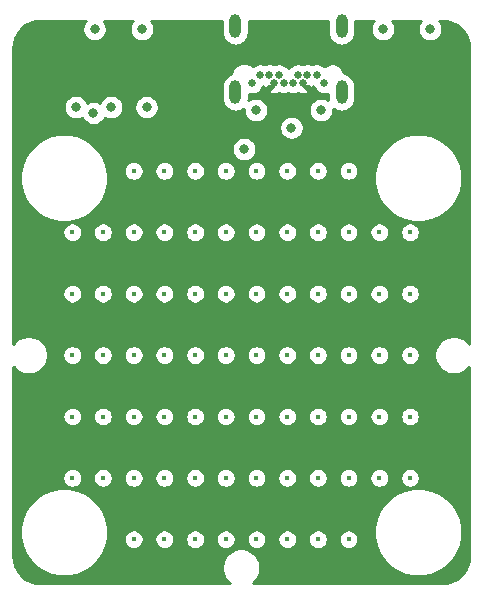
<source format=gbr>
G04 #@! TF.GenerationSoftware,KiCad,Pcbnew,(5.1.9-0-10_14)*
G04 #@! TF.CreationDate,2022-05-10T10:51:03-07:00*
G04 #@! TF.ProjectId,LED_array,4c45445f-6172-4726-9179-2e6b69636164,rev?*
G04 #@! TF.SameCoordinates,Original*
G04 #@! TF.FileFunction,Copper,L2,Inr*
G04 #@! TF.FilePolarity,Positive*
%FSLAX46Y46*%
G04 Gerber Fmt 4.6, Leading zero omitted, Abs format (unit mm)*
G04 Created by KiCad (PCBNEW (5.1.9-0-10_14)) date 2022-05-10 10:51:03*
%MOMM*%
%LPD*%
G01*
G04 APERTURE LIST*
G04 #@! TA.AperFunction,ComponentPad*
%ADD10C,0.650000*%
G04 #@! TD*
G04 #@! TA.AperFunction,ComponentPad*
%ADD11O,1.000000X2.000000*%
G04 #@! TD*
G04 #@! TA.AperFunction,ViaPad*
%ADD12C,0.800000*%
G04 #@! TD*
G04 #@! TA.AperFunction,ViaPad*
%ADD13C,0.400000*%
G04 #@! TD*
G04 #@! TA.AperFunction,Conductor*
%ADD14C,0.254000*%
G04 #@! TD*
G04 #@! TA.AperFunction,Conductor*
%ADD15C,0.100000*%
G04 #@! TD*
G04 APERTURE END LIST*
D10*
X60950000Y-26950000D03*
X61600000Y-26250000D03*
X62400000Y-26250000D03*
X62800000Y-26950000D03*
X63200000Y-26250000D03*
X63600000Y-26950000D03*
X64400000Y-26950000D03*
X64800000Y-26250000D03*
X65200000Y-26950000D03*
X65600000Y-26250000D03*
X66400000Y-26250000D03*
X67050000Y-26950000D03*
D11*
X68500000Y-27750000D03*
X59500000Y-27750000D03*
X68500000Y-22150000D03*
X59500000Y-22150000D03*
D12*
X66750000Y-29250000D03*
X76000000Y-22400000D03*
X72000000Y-22400000D03*
X47600000Y-22400000D03*
X51600000Y-22400000D03*
X52000000Y-29000000D03*
X49000000Y-29000000D03*
X46000000Y-29000000D03*
D13*
X71700000Y-39600000D03*
X45700000Y-39600000D03*
X50900000Y-34400000D03*
X53500000Y-34400000D03*
X56100000Y-34400000D03*
X58700000Y-34400000D03*
X61300000Y-34400000D03*
X63900000Y-34400000D03*
X66500000Y-34400000D03*
X69100000Y-34400000D03*
X50900000Y-39600000D03*
X53500000Y-39600000D03*
X56100000Y-39600000D03*
X58700000Y-39600000D03*
X61300000Y-39600000D03*
X63900000Y-39600000D03*
X66500000Y-39600000D03*
X69100000Y-39600000D03*
X50900000Y-44800000D03*
X53500000Y-44800000D03*
X56100000Y-44800000D03*
X58700000Y-44800000D03*
X61300000Y-44800000D03*
X63900000Y-44800000D03*
X66500000Y-44800000D03*
X69100000Y-44800000D03*
X50900000Y-50000000D03*
X53500000Y-50000000D03*
X56100000Y-50000000D03*
X58700000Y-50000000D03*
X61300000Y-50000000D03*
X63900000Y-50000000D03*
X66500000Y-50000000D03*
X69100000Y-50000000D03*
X50900000Y-55200000D03*
X53500000Y-55200000D03*
X56100000Y-55200000D03*
X58700000Y-55200000D03*
X61300000Y-55200000D03*
X63900000Y-55200000D03*
X66500000Y-55200000D03*
X69100000Y-55200000D03*
X50900000Y-60400000D03*
X53500000Y-60400000D03*
X56100000Y-60400000D03*
X58700000Y-60400000D03*
X61300000Y-60400000D03*
X63900000Y-60400000D03*
X66500000Y-60400000D03*
X69100000Y-60400000D03*
X50900000Y-65600000D03*
X53500000Y-65600000D03*
X56100000Y-65600000D03*
X58700000Y-65600000D03*
X61300000Y-65600000D03*
X63900000Y-65600000D03*
X66500000Y-65600000D03*
X69100000Y-65600000D03*
X48300000Y-39600000D03*
X45700000Y-44800000D03*
X48300000Y-44800000D03*
X45700000Y-50000000D03*
X48300000Y-50000000D03*
X45700000Y-55200000D03*
X48300000Y-55200000D03*
X45700000Y-60400000D03*
X48300000Y-60400000D03*
X74300000Y-39600000D03*
X71700000Y-44800000D03*
X74300000Y-44800000D03*
X71700000Y-50000000D03*
X74300000Y-50000000D03*
X71700000Y-55200000D03*
X74300000Y-55200000D03*
X71700000Y-60400000D03*
X74300000Y-60400000D03*
D12*
X61250000Y-29250000D03*
X65250000Y-29250000D03*
X62750000Y-29250000D03*
X53500000Y-29000000D03*
D13*
X71700000Y-42200000D03*
X45700000Y-42200000D03*
X50900000Y-37010000D03*
X53500000Y-37010000D03*
X56100000Y-37010000D03*
X58700000Y-37010000D03*
X61300000Y-37010000D03*
X63900000Y-37010000D03*
X66500000Y-37010000D03*
X69100000Y-37010000D03*
X50900000Y-42210000D03*
X53500000Y-42210000D03*
X56100000Y-42210000D03*
X58700000Y-42210000D03*
X61300000Y-42210000D03*
X63900000Y-42210000D03*
X66500000Y-42210000D03*
X69100000Y-42210000D03*
X50900000Y-47410000D03*
X53500000Y-47410000D03*
X56100000Y-47410000D03*
X58700000Y-47410000D03*
X61300000Y-47410000D03*
X63900000Y-47410000D03*
X66500000Y-47410000D03*
X69100000Y-47410000D03*
X50900000Y-52610000D03*
X53500000Y-52610000D03*
X56100000Y-52610000D03*
X58700000Y-52610000D03*
X61300000Y-52610000D03*
X63900000Y-52610000D03*
X66500000Y-52610000D03*
X69100000Y-52610000D03*
X50900000Y-57810000D03*
X53500000Y-57810000D03*
X56100000Y-57810000D03*
X58700000Y-57810000D03*
X61300000Y-57810000D03*
X63900000Y-57810000D03*
X66500000Y-57810000D03*
X69100000Y-57810000D03*
X50900000Y-63010000D03*
X53500000Y-63010000D03*
X56100000Y-63010000D03*
X58700000Y-63010000D03*
X61300000Y-63010000D03*
X63900000Y-63010000D03*
X66500000Y-63010000D03*
X69100000Y-63010000D03*
X48300000Y-42200000D03*
X45700000Y-47400000D03*
X48300000Y-47400000D03*
X45700000Y-52600000D03*
X48300000Y-52600000D03*
X45700000Y-57800000D03*
X48300000Y-57800000D03*
X74300000Y-42200000D03*
X71700000Y-47400000D03*
X74300000Y-47400000D03*
X71700000Y-52600000D03*
X74300000Y-52600000D03*
X71700000Y-57800000D03*
X74300000Y-57800000D03*
D12*
X76000000Y-27600000D03*
X72000000Y-27600000D03*
X53000000Y-26000000D03*
X49000000Y-26000000D03*
X64250000Y-30750000D03*
X60250000Y-32570000D03*
X47500000Y-29500000D03*
D14*
X46796063Y-21740226D02*
X46682795Y-21909744D01*
X46604774Y-22098102D01*
X46565000Y-22298061D01*
X46565000Y-22501939D01*
X46604774Y-22701898D01*
X46682795Y-22890256D01*
X46796063Y-23059774D01*
X46940226Y-23203937D01*
X47109744Y-23317205D01*
X47298102Y-23395226D01*
X47498061Y-23435000D01*
X47701939Y-23435000D01*
X47901898Y-23395226D01*
X48090256Y-23317205D01*
X48259774Y-23203937D01*
X48403937Y-23059774D01*
X48517205Y-22890256D01*
X48595226Y-22701898D01*
X48635000Y-22501939D01*
X48635000Y-22298061D01*
X48595226Y-22098102D01*
X48517205Y-21909744D01*
X48403937Y-21740226D01*
X48348711Y-21685000D01*
X50851289Y-21685000D01*
X50796063Y-21740226D01*
X50682795Y-21909744D01*
X50604774Y-22098102D01*
X50565000Y-22298061D01*
X50565000Y-22501939D01*
X50604774Y-22701898D01*
X50682795Y-22890256D01*
X50796063Y-23059774D01*
X50940226Y-23203937D01*
X51109744Y-23317205D01*
X51298102Y-23395226D01*
X51498061Y-23435000D01*
X51701939Y-23435000D01*
X51901898Y-23395226D01*
X52090256Y-23317205D01*
X52259774Y-23203937D01*
X52403937Y-23059774D01*
X52517205Y-22890256D01*
X52595226Y-22701898D01*
X52635000Y-22501939D01*
X52635000Y-22298061D01*
X52595226Y-22098102D01*
X52517205Y-21909744D01*
X52403937Y-21740226D01*
X52348711Y-21685000D01*
X58365000Y-21685000D01*
X58365000Y-22705751D01*
X58381423Y-22872498D01*
X58446324Y-23086446D01*
X58551716Y-23283623D01*
X58693551Y-23456449D01*
X58866377Y-23598284D01*
X59063553Y-23703676D01*
X59277501Y-23768577D01*
X59500000Y-23790491D01*
X59722498Y-23768577D01*
X59936446Y-23703676D01*
X60133623Y-23598284D01*
X60306449Y-23456449D01*
X60448284Y-23283623D01*
X60553676Y-23086447D01*
X60618577Y-22872499D01*
X60635000Y-22705752D01*
X60635000Y-21685000D01*
X67365000Y-21685000D01*
X67365000Y-22705751D01*
X67381423Y-22872498D01*
X67446324Y-23086446D01*
X67551716Y-23283623D01*
X67693551Y-23456449D01*
X67866377Y-23598284D01*
X68063553Y-23703676D01*
X68277501Y-23768577D01*
X68500000Y-23790491D01*
X68722498Y-23768577D01*
X68936446Y-23703676D01*
X69133623Y-23598284D01*
X69306449Y-23456449D01*
X69448284Y-23283623D01*
X69553676Y-23086447D01*
X69618577Y-22872499D01*
X69635000Y-22705752D01*
X69635000Y-21685000D01*
X71251289Y-21685000D01*
X71196063Y-21740226D01*
X71082795Y-21909744D01*
X71004774Y-22098102D01*
X70965000Y-22298061D01*
X70965000Y-22501939D01*
X71004774Y-22701898D01*
X71082795Y-22890256D01*
X71196063Y-23059774D01*
X71340226Y-23203937D01*
X71509744Y-23317205D01*
X71698102Y-23395226D01*
X71898061Y-23435000D01*
X72101939Y-23435000D01*
X72301898Y-23395226D01*
X72490256Y-23317205D01*
X72659774Y-23203937D01*
X72803937Y-23059774D01*
X72917205Y-22890256D01*
X72995226Y-22701898D01*
X73035000Y-22501939D01*
X73035000Y-22298061D01*
X72995226Y-22098102D01*
X72917205Y-21909744D01*
X72803937Y-21740226D01*
X72748711Y-21685000D01*
X75251289Y-21685000D01*
X75196063Y-21740226D01*
X75082795Y-21909744D01*
X75004774Y-22098102D01*
X74965000Y-22298061D01*
X74965000Y-22501939D01*
X75004774Y-22701898D01*
X75082795Y-22890256D01*
X75196063Y-23059774D01*
X75340226Y-23203937D01*
X75509744Y-23317205D01*
X75698102Y-23395226D01*
X75898061Y-23435000D01*
X76101939Y-23435000D01*
X76301898Y-23395226D01*
X76490256Y-23317205D01*
X76659774Y-23203937D01*
X76803937Y-23059774D01*
X76917205Y-22890256D01*
X76995226Y-22701898D01*
X77035000Y-22501939D01*
X77035000Y-22298061D01*
X76995226Y-22098102D01*
X76917205Y-21909744D01*
X76803937Y-21740226D01*
X76748711Y-21685000D01*
X76966495Y-21685000D01*
X77449016Y-21732312D01*
X77880930Y-21862714D01*
X78279285Y-22074524D01*
X78628914Y-22359675D01*
X78916497Y-22707303D01*
X79131086Y-23104177D01*
X79264498Y-23535161D01*
X79315000Y-24015654D01*
X79315001Y-49025116D01*
X79269987Y-48957748D01*
X79042252Y-48730013D01*
X78774463Y-48551082D01*
X78476912Y-48427832D01*
X78161033Y-48365000D01*
X77838967Y-48365000D01*
X77523088Y-48427832D01*
X77225537Y-48551082D01*
X76957748Y-48730013D01*
X76730013Y-48957748D01*
X76551082Y-49225537D01*
X76427832Y-49523088D01*
X76365000Y-49838967D01*
X76365000Y-50161033D01*
X76427832Y-50476912D01*
X76551082Y-50774463D01*
X76730013Y-51042252D01*
X76957748Y-51269987D01*
X77225537Y-51448918D01*
X77523088Y-51572168D01*
X77838967Y-51635000D01*
X78161033Y-51635000D01*
X78476912Y-51572168D01*
X78774463Y-51448918D01*
X79042252Y-51269987D01*
X79269987Y-51042252D01*
X79315001Y-50974884D01*
X79315001Y-66966485D01*
X79267688Y-67449016D01*
X79137287Y-67880927D01*
X78925480Y-68279280D01*
X78640325Y-68628914D01*
X78292697Y-68916497D01*
X77895825Y-69131085D01*
X77464834Y-69264500D01*
X76984346Y-69315000D01*
X60974885Y-69315000D01*
X61042252Y-69269987D01*
X61269987Y-69042252D01*
X61448918Y-68774463D01*
X61572168Y-68476912D01*
X61635000Y-68161033D01*
X61635000Y-67838967D01*
X61572168Y-67523088D01*
X61448918Y-67225537D01*
X61269987Y-66957748D01*
X61042252Y-66730013D01*
X60774463Y-66551082D01*
X60476912Y-66427832D01*
X60161033Y-66365000D01*
X59838967Y-66365000D01*
X59523088Y-66427832D01*
X59225537Y-66551082D01*
X58957748Y-66730013D01*
X58730013Y-66957748D01*
X58551082Y-67225537D01*
X58427832Y-67523088D01*
X58365000Y-67838967D01*
X58365000Y-68161033D01*
X58427832Y-68476912D01*
X58551082Y-68774463D01*
X58730013Y-69042252D01*
X58957748Y-69269987D01*
X59025115Y-69315000D01*
X43033504Y-69315000D01*
X42550984Y-69267688D01*
X42119073Y-69137287D01*
X41720720Y-68925480D01*
X41371086Y-68640325D01*
X41083503Y-68292697D01*
X40868915Y-67895825D01*
X40735500Y-67464834D01*
X40685000Y-66984346D01*
X40685000Y-64631946D01*
X41263081Y-64631946D01*
X41263081Y-65368054D01*
X41406689Y-66090019D01*
X41688386Y-66770095D01*
X42097346Y-67382147D01*
X42617853Y-67902654D01*
X43229905Y-68311614D01*
X43909981Y-68593311D01*
X44631946Y-68736919D01*
X45368054Y-68736919D01*
X46090019Y-68593311D01*
X46770095Y-68311614D01*
X47382147Y-67902654D01*
X47902654Y-67382147D01*
X48311614Y-66770095D01*
X48593311Y-66090019D01*
X48707140Y-65517760D01*
X50065000Y-65517760D01*
X50065000Y-65682240D01*
X50097089Y-65843560D01*
X50160033Y-65995521D01*
X50251413Y-66132281D01*
X50367719Y-66248587D01*
X50504479Y-66339967D01*
X50656440Y-66402911D01*
X50817760Y-66435000D01*
X50982240Y-66435000D01*
X51143560Y-66402911D01*
X51295521Y-66339967D01*
X51432281Y-66248587D01*
X51548587Y-66132281D01*
X51639967Y-65995521D01*
X51702911Y-65843560D01*
X51735000Y-65682240D01*
X51735000Y-65517760D01*
X52665000Y-65517760D01*
X52665000Y-65682240D01*
X52697089Y-65843560D01*
X52760033Y-65995521D01*
X52851413Y-66132281D01*
X52967719Y-66248587D01*
X53104479Y-66339967D01*
X53256440Y-66402911D01*
X53417760Y-66435000D01*
X53582240Y-66435000D01*
X53743560Y-66402911D01*
X53895521Y-66339967D01*
X54032281Y-66248587D01*
X54148587Y-66132281D01*
X54239967Y-65995521D01*
X54302911Y-65843560D01*
X54335000Y-65682240D01*
X54335000Y-65517760D01*
X55265000Y-65517760D01*
X55265000Y-65682240D01*
X55297089Y-65843560D01*
X55360033Y-65995521D01*
X55451413Y-66132281D01*
X55567719Y-66248587D01*
X55704479Y-66339967D01*
X55856440Y-66402911D01*
X56017760Y-66435000D01*
X56182240Y-66435000D01*
X56343560Y-66402911D01*
X56495521Y-66339967D01*
X56632281Y-66248587D01*
X56748587Y-66132281D01*
X56839967Y-65995521D01*
X56902911Y-65843560D01*
X56935000Y-65682240D01*
X56935000Y-65517760D01*
X57865000Y-65517760D01*
X57865000Y-65682240D01*
X57897089Y-65843560D01*
X57960033Y-65995521D01*
X58051413Y-66132281D01*
X58167719Y-66248587D01*
X58304479Y-66339967D01*
X58456440Y-66402911D01*
X58617760Y-66435000D01*
X58782240Y-66435000D01*
X58943560Y-66402911D01*
X59095521Y-66339967D01*
X59232281Y-66248587D01*
X59348587Y-66132281D01*
X59439967Y-65995521D01*
X59502911Y-65843560D01*
X59535000Y-65682240D01*
X59535000Y-65517760D01*
X60465000Y-65517760D01*
X60465000Y-65682240D01*
X60497089Y-65843560D01*
X60560033Y-65995521D01*
X60651413Y-66132281D01*
X60767719Y-66248587D01*
X60904479Y-66339967D01*
X61056440Y-66402911D01*
X61217760Y-66435000D01*
X61382240Y-66435000D01*
X61543560Y-66402911D01*
X61695521Y-66339967D01*
X61832281Y-66248587D01*
X61948587Y-66132281D01*
X62039967Y-65995521D01*
X62102911Y-65843560D01*
X62135000Y-65682240D01*
X62135000Y-65517760D01*
X63065000Y-65517760D01*
X63065000Y-65682240D01*
X63097089Y-65843560D01*
X63160033Y-65995521D01*
X63251413Y-66132281D01*
X63367719Y-66248587D01*
X63504479Y-66339967D01*
X63656440Y-66402911D01*
X63817760Y-66435000D01*
X63982240Y-66435000D01*
X64143560Y-66402911D01*
X64295521Y-66339967D01*
X64432281Y-66248587D01*
X64548587Y-66132281D01*
X64639967Y-65995521D01*
X64702911Y-65843560D01*
X64735000Y-65682240D01*
X64735000Y-65517760D01*
X65665000Y-65517760D01*
X65665000Y-65682240D01*
X65697089Y-65843560D01*
X65760033Y-65995521D01*
X65851413Y-66132281D01*
X65967719Y-66248587D01*
X66104479Y-66339967D01*
X66256440Y-66402911D01*
X66417760Y-66435000D01*
X66582240Y-66435000D01*
X66743560Y-66402911D01*
X66895521Y-66339967D01*
X67032281Y-66248587D01*
X67148587Y-66132281D01*
X67239967Y-65995521D01*
X67302911Y-65843560D01*
X67335000Y-65682240D01*
X67335000Y-65517760D01*
X68265000Y-65517760D01*
X68265000Y-65682240D01*
X68297089Y-65843560D01*
X68360033Y-65995521D01*
X68451413Y-66132281D01*
X68567719Y-66248587D01*
X68704479Y-66339967D01*
X68856440Y-66402911D01*
X69017760Y-66435000D01*
X69182240Y-66435000D01*
X69343560Y-66402911D01*
X69495521Y-66339967D01*
X69632281Y-66248587D01*
X69748587Y-66132281D01*
X69839967Y-65995521D01*
X69902911Y-65843560D01*
X69935000Y-65682240D01*
X69935000Y-65517760D01*
X69902911Y-65356440D01*
X69839967Y-65204479D01*
X69748587Y-65067719D01*
X69632281Y-64951413D01*
X69495521Y-64860033D01*
X69343560Y-64797089D01*
X69182240Y-64765000D01*
X69017760Y-64765000D01*
X68856440Y-64797089D01*
X68704479Y-64860033D01*
X68567719Y-64951413D01*
X68451413Y-65067719D01*
X68360033Y-65204479D01*
X68297089Y-65356440D01*
X68265000Y-65517760D01*
X67335000Y-65517760D01*
X67302911Y-65356440D01*
X67239967Y-65204479D01*
X67148587Y-65067719D01*
X67032281Y-64951413D01*
X66895521Y-64860033D01*
X66743560Y-64797089D01*
X66582240Y-64765000D01*
X66417760Y-64765000D01*
X66256440Y-64797089D01*
X66104479Y-64860033D01*
X65967719Y-64951413D01*
X65851413Y-65067719D01*
X65760033Y-65204479D01*
X65697089Y-65356440D01*
X65665000Y-65517760D01*
X64735000Y-65517760D01*
X64702911Y-65356440D01*
X64639967Y-65204479D01*
X64548587Y-65067719D01*
X64432281Y-64951413D01*
X64295521Y-64860033D01*
X64143560Y-64797089D01*
X63982240Y-64765000D01*
X63817760Y-64765000D01*
X63656440Y-64797089D01*
X63504479Y-64860033D01*
X63367719Y-64951413D01*
X63251413Y-65067719D01*
X63160033Y-65204479D01*
X63097089Y-65356440D01*
X63065000Y-65517760D01*
X62135000Y-65517760D01*
X62102911Y-65356440D01*
X62039967Y-65204479D01*
X61948587Y-65067719D01*
X61832281Y-64951413D01*
X61695521Y-64860033D01*
X61543560Y-64797089D01*
X61382240Y-64765000D01*
X61217760Y-64765000D01*
X61056440Y-64797089D01*
X60904479Y-64860033D01*
X60767719Y-64951413D01*
X60651413Y-65067719D01*
X60560033Y-65204479D01*
X60497089Y-65356440D01*
X60465000Y-65517760D01*
X59535000Y-65517760D01*
X59502911Y-65356440D01*
X59439967Y-65204479D01*
X59348587Y-65067719D01*
X59232281Y-64951413D01*
X59095521Y-64860033D01*
X58943560Y-64797089D01*
X58782240Y-64765000D01*
X58617760Y-64765000D01*
X58456440Y-64797089D01*
X58304479Y-64860033D01*
X58167719Y-64951413D01*
X58051413Y-65067719D01*
X57960033Y-65204479D01*
X57897089Y-65356440D01*
X57865000Y-65517760D01*
X56935000Y-65517760D01*
X56902911Y-65356440D01*
X56839967Y-65204479D01*
X56748587Y-65067719D01*
X56632281Y-64951413D01*
X56495521Y-64860033D01*
X56343560Y-64797089D01*
X56182240Y-64765000D01*
X56017760Y-64765000D01*
X55856440Y-64797089D01*
X55704479Y-64860033D01*
X55567719Y-64951413D01*
X55451413Y-65067719D01*
X55360033Y-65204479D01*
X55297089Y-65356440D01*
X55265000Y-65517760D01*
X54335000Y-65517760D01*
X54302911Y-65356440D01*
X54239967Y-65204479D01*
X54148587Y-65067719D01*
X54032281Y-64951413D01*
X53895521Y-64860033D01*
X53743560Y-64797089D01*
X53582240Y-64765000D01*
X53417760Y-64765000D01*
X53256440Y-64797089D01*
X53104479Y-64860033D01*
X52967719Y-64951413D01*
X52851413Y-65067719D01*
X52760033Y-65204479D01*
X52697089Y-65356440D01*
X52665000Y-65517760D01*
X51735000Y-65517760D01*
X51702911Y-65356440D01*
X51639967Y-65204479D01*
X51548587Y-65067719D01*
X51432281Y-64951413D01*
X51295521Y-64860033D01*
X51143560Y-64797089D01*
X50982240Y-64765000D01*
X50817760Y-64765000D01*
X50656440Y-64797089D01*
X50504479Y-64860033D01*
X50367719Y-64951413D01*
X50251413Y-65067719D01*
X50160033Y-65204479D01*
X50097089Y-65356440D01*
X50065000Y-65517760D01*
X48707140Y-65517760D01*
X48736919Y-65368054D01*
X48736919Y-64631946D01*
X71263081Y-64631946D01*
X71263081Y-65368054D01*
X71406689Y-66090019D01*
X71688386Y-66770095D01*
X72097346Y-67382147D01*
X72617853Y-67902654D01*
X73229905Y-68311614D01*
X73909981Y-68593311D01*
X74631946Y-68736919D01*
X75368054Y-68736919D01*
X76090019Y-68593311D01*
X76770095Y-68311614D01*
X77382147Y-67902654D01*
X77902654Y-67382147D01*
X78311614Y-66770095D01*
X78593311Y-66090019D01*
X78736919Y-65368054D01*
X78736919Y-64631946D01*
X78593311Y-63909981D01*
X78311614Y-63229905D01*
X77902654Y-62617853D01*
X77382147Y-62097346D01*
X76770095Y-61688386D01*
X76090019Y-61406689D01*
X75368054Y-61263081D01*
X74631946Y-61263081D01*
X73909981Y-61406689D01*
X73229905Y-61688386D01*
X72617853Y-62097346D01*
X72097346Y-62617853D01*
X71688386Y-63229905D01*
X71406689Y-63909981D01*
X71263081Y-64631946D01*
X48736919Y-64631946D01*
X48593311Y-63909981D01*
X48311614Y-63229905D01*
X47902654Y-62617853D01*
X47382147Y-62097346D01*
X46770095Y-61688386D01*
X46090019Y-61406689D01*
X45368054Y-61263081D01*
X44631946Y-61263081D01*
X43909981Y-61406689D01*
X43229905Y-61688386D01*
X42617853Y-62097346D01*
X42097346Y-62617853D01*
X41688386Y-63229905D01*
X41406689Y-63909981D01*
X41263081Y-64631946D01*
X40685000Y-64631946D01*
X40685000Y-60317760D01*
X44865000Y-60317760D01*
X44865000Y-60482240D01*
X44897089Y-60643560D01*
X44960033Y-60795521D01*
X45051413Y-60932281D01*
X45167719Y-61048587D01*
X45304479Y-61139967D01*
X45456440Y-61202911D01*
X45617760Y-61235000D01*
X45782240Y-61235000D01*
X45943560Y-61202911D01*
X46095521Y-61139967D01*
X46232281Y-61048587D01*
X46348587Y-60932281D01*
X46439967Y-60795521D01*
X46502911Y-60643560D01*
X46535000Y-60482240D01*
X46535000Y-60317760D01*
X47465000Y-60317760D01*
X47465000Y-60482240D01*
X47497089Y-60643560D01*
X47560033Y-60795521D01*
X47651413Y-60932281D01*
X47767719Y-61048587D01*
X47904479Y-61139967D01*
X48056440Y-61202911D01*
X48217760Y-61235000D01*
X48382240Y-61235000D01*
X48543560Y-61202911D01*
X48695521Y-61139967D01*
X48832281Y-61048587D01*
X48948587Y-60932281D01*
X49039967Y-60795521D01*
X49102911Y-60643560D01*
X49135000Y-60482240D01*
X49135000Y-60317760D01*
X50065000Y-60317760D01*
X50065000Y-60482240D01*
X50097089Y-60643560D01*
X50160033Y-60795521D01*
X50251413Y-60932281D01*
X50367719Y-61048587D01*
X50504479Y-61139967D01*
X50656440Y-61202911D01*
X50817760Y-61235000D01*
X50982240Y-61235000D01*
X51143560Y-61202911D01*
X51295521Y-61139967D01*
X51432281Y-61048587D01*
X51548587Y-60932281D01*
X51639967Y-60795521D01*
X51702911Y-60643560D01*
X51735000Y-60482240D01*
X51735000Y-60317760D01*
X52665000Y-60317760D01*
X52665000Y-60482240D01*
X52697089Y-60643560D01*
X52760033Y-60795521D01*
X52851413Y-60932281D01*
X52967719Y-61048587D01*
X53104479Y-61139967D01*
X53256440Y-61202911D01*
X53417760Y-61235000D01*
X53582240Y-61235000D01*
X53743560Y-61202911D01*
X53895521Y-61139967D01*
X54032281Y-61048587D01*
X54148587Y-60932281D01*
X54239967Y-60795521D01*
X54302911Y-60643560D01*
X54335000Y-60482240D01*
X54335000Y-60317760D01*
X55265000Y-60317760D01*
X55265000Y-60482240D01*
X55297089Y-60643560D01*
X55360033Y-60795521D01*
X55451413Y-60932281D01*
X55567719Y-61048587D01*
X55704479Y-61139967D01*
X55856440Y-61202911D01*
X56017760Y-61235000D01*
X56182240Y-61235000D01*
X56343560Y-61202911D01*
X56495521Y-61139967D01*
X56632281Y-61048587D01*
X56748587Y-60932281D01*
X56839967Y-60795521D01*
X56902911Y-60643560D01*
X56935000Y-60482240D01*
X56935000Y-60317760D01*
X57865000Y-60317760D01*
X57865000Y-60482240D01*
X57897089Y-60643560D01*
X57960033Y-60795521D01*
X58051413Y-60932281D01*
X58167719Y-61048587D01*
X58304479Y-61139967D01*
X58456440Y-61202911D01*
X58617760Y-61235000D01*
X58782240Y-61235000D01*
X58943560Y-61202911D01*
X59095521Y-61139967D01*
X59232281Y-61048587D01*
X59348587Y-60932281D01*
X59439967Y-60795521D01*
X59502911Y-60643560D01*
X59535000Y-60482240D01*
X59535000Y-60317760D01*
X60465000Y-60317760D01*
X60465000Y-60482240D01*
X60497089Y-60643560D01*
X60560033Y-60795521D01*
X60651413Y-60932281D01*
X60767719Y-61048587D01*
X60904479Y-61139967D01*
X61056440Y-61202911D01*
X61217760Y-61235000D01*
X61382240Y-61235000D01*
X61543560Y-61202911D01*
X61695521Y-61139967D01*
X61832281Y-61048587D01*
X61948587Y-60932281D01*
X62039967Y-60795521D01*
X62102911Y-60643560D01*
X62135000Y-60482240D01*
X62135000Y-60317760D01*
X63065000Y-60317760D01*
X63065000Y-60482240D01*
X63097089Y-60643560D01*
X63160033Y-60795521D01*
X63251413Y-60932281D01*
X63367719Y-61048587D01*
X63504479Y-61139967D01*
X63656440Y-61202911D01*
X63817760Y-61235000D01*
X63982240Y-61235000D01*
X64143560Y-61202911D01*
X64295521Y-61139967D01*
X64432281Y-61048587D01*
X64548587Y-60932281D01*
X64639967Y-60795521D01*
X64702911Y-60643560D01*
X64735000Y-60482240D01*
X64735000Y-60317760D01*
X65665000Y-60317760D01*
X65665000Y-60482240D01*
X65697089Y-60643560D01*
X65760033Y-60795521D01*
X65851413Y-60932281D01*
X65967719Y-61048587D01*
X66104479Y-61139967D01*
X66256440Y-61202911D01*
X66417760Y-61235000D01*
X66582240Y-61235000D01*
X66743560Y-61202911D01*
X66895521Y-61139967D01*
X67032281Y-61048587D01*
X67148587Y-60932281D01*
X67239967Y-60795521D01*
X67302911Y-60643560D01*
X67335000Y-60482240D01*
X67335000Y-60317760D01*
X68265000Y-60317760D01*
X68265000Y-60482240D01*
X68297089Y-60643560D01*
X68360033Y-60795521D01*
X68451413Y-60932281D01*
X68567719Y-61048587D01*
X68704479Y-61139967D01*
X68856440Y-61202911D01*
X69017760Y-61235000D01*
X69182240Y-61235000D01*
X69343560Y-61202911D01*
X69495521Y-61139967D01*
X69632281Y-61048587D01*
X69748587Y-60932281D01*
X69839967Y-60795521D01*
X69902911Y-60643560D01*
X69935000Y-60482240D01*
X69935000Y-60317760D01*
X70865000Y-60317760D01*
X70865000Y-60482240D01*
X70897089Y-60643560D01*
X70960033Y-60795521D01*
X71051413Y-60932281D01*
X71167719Y-61048587D01*
X71304479Y-61139967D01*
X71456440Y-61202911D01*
X71617760Y-61235000D01*
X71782240Y-61235000D01*
X71943560Y-61202911D01*
X72095521Y-61139967D01*
X72232281Y-61048587D01*
X72348587Y-60932281D01*
X72439967Y-60795521D01*
X72502911Y-60643560D01*
X72535000Y-60482240D01*
X72535000Y-60317760D01*
X73465000Y-60317760D01*
X73465000Y-60482240D01*
X73497089Y-60643560D01*
X73560033Y-60795521D01*
X73651413Y-60932281D01*
X73767719Y-61048587D01*
X73904479Y-61139967D01*
X74056440Y-61202911D01*
X74217760Y-61235000D01*
X74382240Y-61235000D01*
X74543560Y-61202911D01*
X74695521Y-61139967D01*
X74832281Y-61048587D01*
X74948587Y-60932281D01*
X75039967Y-60795521D01*
X75102911Y-60643560D01*
X75135000Y-60482240D01*
X75135000Y-60317760D01*
X75102911Y-60156440D01*
X75039967Y-60004479D01*
X74948587Y-59867719D01*
X74832281Y-59751413D01*
X74695521Y-59660033D01*
X74543560Y-59597089D01*
X74382240Y-59565000D01*
X74217760Y-59565000D01*
X74056440Y-59597089D01*
X73904479Y-59660033D01*
X73767719Y-59751413D01*
X73651413Y-59867719D01*
X73560033Y-60004479D01*
X73497089Y-60156440D01*
X73465000Y-60317760D01*
X72535000Y-60317760D01*
X72502911Y-60156440D01*
X72439967Y-60004479D01*
X72348587Y-59867719D01*
X72232281Y-59751413D01*
X72095521Y-59660033D01*
X71943560Y-59597089D01*
X71782240Y-59565000D01*
X71617760Y-59565000D01*
X71456440Y-59597089D01*
X71304479Y-59660033D01*
X71167719Y-59751413D01*
X71051413Y-59867719D01*
X70960033Y-60004479D01*
X70897089Y-60156440D01*
X70865000Y-60317760D01*
X69935000Y-60317760D01*
X69902911Y-60156440D01*
X69839967Y-60004479D01*
X69748587Y-59867719D01*
X69632281Y-59751413D01*
X69495521Y-59660033D01*
X69343560Y-59597089D01*
X69182240Y-59565000D01*
X69017760Y-59565000D01*
X68856440Y-59597089D01*
X68704479Y-59660033D01*
X68567719Y-59751413D01*
X68451413Y-59867719D01*
X68360033Y-60004479D01*
X68297089Y-60156440D01*
X68265000Y-60317760D01*
X67335000Y-60317760D01*
X67302911Y-60156440D01*
X67239967Y-60004479D01*
X67148587Y-59867719D01*
X67032281Y-59751413D01*
X66895521Y-59660033D01*
X66743560Y-59597089D01*
X66582240Y-59565000D01*
X66417760Y-59565000D01*
X66256440Y-59597089D01*
X66104479Y-59660033D01*
X65967719Y-59751413D01*
X65851413Y-59867719D01*
X65760033Y-60004479D01*
X65697089Y-60156440D01*
X65665000Y-60317760D01*
X64735000Y-60317760D01*
X64702911Y-60156440D01*
X64639967Y-60004479D01*
X64548587Y-59867719D01*
X64432281Y-59751413D01*
X64295521Y-59660033D01*
X64143560Y-59597089D01*
X63982240Y-59565000D01*
X63817760Y-59565000D01*
X63656440Y-59597089D01*
X63504479Y-59660033D01*
X63367719Y-59751413D01*
X63251413Y-59867719D01*
X63160033Y-60004479D01*
X63097089Y-60156440D01*
X63065000Y-60317760D01*
X62135000Y-60317760D01*
X62102911Y-60156440D01*
X62039967Y-60004479D01*
X61948587Y-59867719D01*
X61832281Y-59751413D01*
X61695521Y-59660033D01*
X61543560Y-59597089D01*
X61382240Y-59565000D01*
X61217760Y-59565000D01*
X61056440Y-59597089D01*
X60904479Y-59660033D01*
X60767719Y-59751413D01*
X60651413Y-59867719D01*
X60560033Y-60004479D01*
X60497089Y-60156440D01*
X60465000Y-60317760D01*
X59535000Y-60317760D01*
X59502911Y-60156440D01*
X59439967Y-60004479D01*
X59348587Y-59867719D01*
X59232281Y-59751413D01*
X59095521Y-59660033D01*
X58943560Y-59597089D01*
X58782240Y-59565000D01*
X58617760Y-59565000D01*
X58456440Y-59597089D01*
X58304479Y-59660033D01*
X58167719Y-59751413D01*
X58051413Y-59867719D01*
X57960033Y-60004479D01*
X57897089Y-60156440D01*
X57865000Y-60317760D01*
X56935000Y-60317760D01*
X56902911Y-60156440D01*
X56839967Y-60004479D01*
X56748587Y-59867719D01*
X56632281Y-59751413D01*
X56495521Y-59660033D01*
X56343560Y-59597089D01*
X56182240Y-59565000D01*
X56017760Y-59565000D01*
X55856440Y-59597089D01*
X55704479Y-59660033D01*
X55567719Y-59751413D01*
X55451413Y-59867719D01*
X55360033Y-60004479D01*
X55297089Y-60156440D01*
X55265000Y-60317760D01*
X54335000Y-60317760D01*
X54302911Y-60156440D01*
X54239967Y-60004479D01*
X54148587Y-59867719D01*
X54032281Y-59751413D01*
X53895521Y-59660033D01*
X53743560Y-59597089D01*
X53582240Y-59565000D01*
X53417760Y-59565000D01*
X53256440Y-59597089D01*
X53104479Y-59660033D01*
X52967719Y-59751413D01*
X52851413Y-59867719D01*
X52760033Y-60004479D01*
X52697089Y-60156440D01*
X52665000Y-60317760D01*
X51735000Y-60317760D01*
X51702911Y-60156440D01*
X51639967Y-60004479D01*
X51548587Y-59867719D01*
X51432281Y-59751413D01*
X51295521Y-59660033D01*
X51143560Y-59597089D01*
X50982240Y-59565000D01*
X50817760Y-59565000D01*
X50656440Y-59597089D01*
X50504479Y-59660033D01*
X50367719Y-59751413D01*
X50251413Y-59867719D01*
X50160033Y-60004479D01*
X50097089Y-60156440D01*
X50065000Y-60317760D01*
X49135000Y-60317760D01*
X49102911Y-60156440D01*
X49039967Y-60004479D01*
X48948587Y-59867719D01*
X48832281Y-59751413D01*
X48695521Y-59660033D01*
X48543560Y-59597089D01*
X48382240Y-59565000D01*
X48217760Y-59565000D01*
X48056440Y-59597089D01*
X47904479Y-59660033D01*
X47767719Y-59751413D01*
X47651413Y-59867719D01*
X47560033Y-60004479D01*
X47497089Y-60156440D01*
X47465000Y-60317760D01*
X46535000Y-60317760D01*
X46502911Y-60156440D01*
X46439967Y-60004479D01*
X46348587Y-59867719D01*
X46232281Y-59751413D01*
X46095521Y-59660033D01*
X45943560Y-59597089D01*
X45782240Y-59565000D01*
X45617760Y-59565000D01*
X45456440Y-59597089D01*
X45304479Y-59660033D01*
X45167719Y-59751413D01*
X45051413Y-59867719D01*
X44960033Y-60004479D01*
X44897089Y-60156440D01*
X44865000Y-60317760D01*
X40685000Y-60317760D01*
X40685000Y-55117760D01*
X44865000Y-55117760D01*
X44865000Y-55282240D01*
X44897089Y-55443560D01*
X44960033Y-55595521D01*
X45051413Y-55732281D01*
X45167719Y-55848587D01*
X45304479Y-55939967D01*
X45456440Y-56002911D01*
X45617760Y-56035000D01*
X45782240Y-56035000D01*
X45943560Y-56002911D01*
X46095521Y-55939967D01*
X46232281Y-55848587D01*
X46348587Y-55732281D01*
X46439967Y-55595521D01*
X46502911Y-55443560D01*
X46535000Y-55282240D01*
X46535000Y-55117760D01*
X47465000Y-55117760D01*
X47465000Y-55282240D01*
X47497089Y-55443560D01*
X47560033Y-55595521D01*
X47651413Y-55732281D01*
X47767719Y-55848587D01*
X47904479Y-55939967D01*
X48056440Y-56002911D01*
X48217760Y-56035000D01*
X48382240Y-56035000D01*
X48543560Y-56002911D01*
X48695521Y-55939967D01*
X48832281Y-55848587D01*
X48948587Y-55732281D01*
X49039967Y-55595521D01*
X49102911Y-55443560D01*
X49135000Y-55282240D01*
X49135000Y-55117760D01*
X50065000Y-55117760D01*
X50065000Y-55282240D01*
X50097089Y-55443560D01*
X50160033Y-55595521D01*
X50251413Y-55732281D01*
X50367719Y-55848587D01*
X50504479Y-55939967D01*
X50656440Y-56002911D01*
X50817760Y-56035000D01*
X50982240Y-56035000D01*
X51143560Y-56002911D01*
X51295521Y-55939967D01*
X51432281Y-55848587D01*
X51548587Y-55732281D01*
X51639967Y-55595521D01*
X51702911Y-55443560D01*
X51735000Y-55282240D01*
X51735000Y-55117760D01*
X52665000Y-55117760D01*
X52665000Y-55282240D01*
X52697089Y-55443560D01*
X52760033Y-55595521D01*
X52851413Y-55732281D01*
X52967719Y-55848587D01*
X53104479Y-55939967D01*
X53256440Y-56002911D01*
X53417760Y-56035000D01*
X53582240Y-56035000D01*
X53743560Y-56002911D01*
X53895521Y-55939967D01*
X54032281Y-55848587D01*
X54148587Y-55732281D01*
X54239967Y-55595521D01*
X54302911Y-55443560D01*
X54335000Y-55282240D01*
X54335000Y-55117760D01*
X55265000Y-55117760D01*
X55265000Y-55282240D01*
X55297089Y-55443560D01*
X55360033Y-55595521D01*
X55451413Y-55732281D01*
X55567719Y-55848587D01*
X55704479Y-55939967D01*
X55856440Y-56002911D01*
X56017760Y-56035000D01*
X56182240Y-56035000D01*
X56343560Y-56002911D01*
X56495521Y-55939967D01*
X56632281Y-55848587D01*
X56748587Y-55732281D01*
X56839967Y-55595521D01*
X56902911Y-55443560D01*
X56935000Y-55282240D01*
X56935000Y-55117760D01*
X57865000Y-55117760D01*
X57865000Y-55282240D01*
X57897089Y-55443560D01*
X57960033Y-55595521D01*
X58051413Y-55732281D01*
X58167719Y-55848587D01*
X58304479Y-55939967D01*
X58456440Y-56002911D01*
X58617760Y-56035000D01*
X58782240Y-56035000D01*
X58943560Y-56002911D01*
X59095521Y-55939967D01*
X59232281Y-55848587D01*
X59348587Y-55732281D01*
X59439967Y-55595521D01*
X59502911Y-55443560D01*
X59535000Y-55282240D01*
X59535000Y-55117760D01*
X60465000Y-55117760D01*
X60465000Y-55282240D01*
X60497089Y-55443560D01*
X60560033Y-55595521D01*
X60651413Y-55732281D01*
X60767719Y-55848587D01*
X60904479Y-55939967D01*
X61056440Y-56002911D01*
X61217760Y-56035000D01*
X61382240Y-56035000D01*
X61543560Y-56002911D01*
X61695521Y-55939967D01*
X61832281Y-55848587D01*
X61948587Y-55732281D01*
X62039967Y-55595521D01*
X62102911Y-55443560D01*
X62135000Y-55282240D01*
X62135000Y-55117760D01*
X63065000Y-55117760D01*
X63065000Y-55282240D01*
X63097089Y-55443560D01*
X63160033Y-55595521D01*
X63251413Y-55732281D01*
X63367719Y-55848587D01*
X63504479Y-55939967D01*
X63656440Y-56002911D01*
X63817760Y-56035000D01*
X63982240Y-56035000D01*
X64143560Y-56002911D01*
X64295521Y-55939967D01*
X64432281Y-55848587D01*
X64548587Y-55732281D01*
X64639967Y-55595521D01*
X64702911Y-55443560D01*
X64735000Y-55282240D01*
X64735000Y-55117760D01*
X65665000Y-55117760D01*
X65665000Y-55282240D01*
X65697089Y-55443560D01*
X65760033Y-55595521D01*
X65851413Y-55732281D01*
X65967719Y-55848587D01*
X66104479Y-55939967D01*
X66256440Y-56002911D01*
X66417760Y-56035000D01*
X66582240Y-56035000D01*
X66743560Y-56002911D01*
X66895521Y-55939967D01*
X67032281Y-55848587D01*
X67148587Y-55732281D01*
X67239967Y-55595521D01*
X67302911Y-55443560D01*
X67335000Y-55282240D01*
X67335000Y-55117760D01*
X68265000Y-55117760D01*
X68265000Y-55282240D01*
X68297089Y-55443560D01*
X68360033Y-55595521D01*
X68451413Y-55732281D01*
X68567719Y-55848587D01*
X68704479Y-55939967D01*
X68856440Y-56002911D01*
X69017760Y-56035000D01*
X69182240Y-56035000D01*
X69343560Y-56002911D01*
X69495521Y-55939967D01*
X69632281Y-55848587D01*
X69748587Y-55732281D01*
X69839967Y-55595521D01*
X69902911Y-55443560D01*
X69935000Y-55282240D01*
X69935000Y-55117760D01*
X70865000Y-55117760D01*
X70865000Y-55282240D01*
X70897089Y-55443560D01*
X70960033Y-55595521D01*
X71051413Y-55732281D01*
X71167719Y-55848587D01*
X71304479Y-55939967D01*
X71456440Y-56002911D01*
X71617760Y-56035000D01*
X71782240Y-56035000D01*
X71943560Y-56002911D01*
X72095521Y-55939967D01*
X72232281Y-55848587D01*
X72348587Y-55732281D01*
X72439967Y-55595521D01*
X72502911Y-55443560D01*
X72535000Y-55282240D01*
X72535000Y-55117760D01*
X73465000Y-55117760D01*
X73465000Y-55282240D01*
X73497089Y-55443560D01*
X73560033Y-55595521D01*
X73651413Y-55732281D01*
X73767719Y-55848587D01*
X73904479Y-55939967D01*
X74056440Y-56002911D01*
X74217760Y-56035000D01*
X74382240Y-56035000D01*
X74543560Y-56002911D01*
X74695521Y-55939967D01*
X74832281Y-55848587D01*
X74948587Y-55732281D01*
X75039967Y-55595521D01*
X75102911Y-55443560D01*
X75135000Y-55282240D01*
X75135000Y-55117760D01*
X75102911Y-54956440D01*
X75039967Y-54804479D01*
X74948587Y-54667719D01*
X74832281Y-54551413D01*
X74695521Y-54460033D01*
X74543560Y-54397089D01*
X74382240Y-54365000D01*
X74217760Y-54365000D01*
X74056440Y-54397089D01*
X73904479Y-54460033D01*
X73767719Y-54551413D01*
X73651413Y-54667719D01*
X73560033Y-54804479D01*
X73497089Y-54956440D01*
X73465000Y-55117760D01*
X72535000Y-55117760D01*
X72502911Y-54956440D01*
X72439967Y-54804479D01*
X72348587Y-54667719D01*
X72232281Y-54551413D01*
X72095521Y-54460033D01*
X71943560Y-54397089D01*
X71782240Y-54365000D01*
X71617760Y-54365000D01*
X71456440Y-54397089D01*
X71304479Y-54460033D01*
X71167719Y-54551413D01*
X71051413Y-54667719D01*
X70960033Y-54804479D01*
X70897089Y-54956440D01*
X70865000Y-55117760D01*
X69935000Y-55117760D01*
X69902911Y-54956440D01*
X69839967Y-54804479D01*
X69748587Y-54667719D01*
X69632281Y-54551413D01*
X69495521Y-54460033D01*
X69343560Y-54397089D01*
X69182240Y-54365000D01*
X69017760Y-54365000D01*
X68856440Y-54397089D01*
X68704479Y-54460033D01*
X68567719Y-54551413D01*
X68451413Y-54667719D01*
X68360033Y-54804479D01*
X68297089Y-54956440D01*
X68265000Y-55117760D01*
X67335000Y-55117760D01*
X67302911Y-54956440D01*
X67239967Y-54804479D01*
X67148587Y-54667719D01*
X67032281Y-54551413D01*
X66895521Y-54460033D01*
X66743560Y-54397089D01*
X66582240Y-54365000D01*
X66417760Y-54365000D01*
X66256440Y-54397089D01*
X66104479Y-54460033D01*
X65967719Y-54551413D01*
X65851413Y-54667719D01*
X65760033Y-54804479D01*
X65697089Y-54956440D01*
X65665000Y-55117760D01*
X64735000Y-55117760D01*
X64702911Y-54956440D01*
X64639967Y-54804479D01*
X64548587Y-54667719D01*
X64432281Y-54551413D01*
X64295521Y-54460033D01*
X64143560Y-54397089D01*
X63982240Y-54365000D01*
X63817760Y-54365000D01*
X63656440Y-54397089D01*
X63504479Y-54460033D01*
X63367719Y-54551413D01*
X63251413Y-54667719D01*
X63160033Y-54804479D01*
X63097089Y-54956440D01*
X63065000Y-55117760D01*
X62135000Y-55117760D01*
X62102911Y-54956440D01*
X62039967Y-54804479D01*
X61948587Y-54667719D01*
X61832281Y-54551413D01*
X61695521Y-54460033D01*
X61543560Y-54397089D01*
X61382240Y-54365000D01*
X61217760Y-54365000D01*
X61056440Y-54397089D01*
X60904479Y-54460033D01*
X60767719Y-54551413D01*
X60651413Y-54667719D01*
X60560033Y-54804479D01*
X60497089Y-54956440D01*
X60465000Y-55117760D01*
X59535000Y-55117760D01*
X59502911Y-54956440D01*
X59439967Y-54804479D01*
X59348587Y-54667719D01*
X59232281Y-54551413D01*
X59095521Y-54460033D01*
X58943560Y-54397089D01*
X58782240Y-54365000D01*
X58617760Y-54365000D01*
X58456440Y-54397089D01*
X58304479Y-54460033D01*
X58167719Y-54551413D01*
X58051413Y-54667719D01*
X57960033Y-54804479D01*
X57897089Y-54956440D01*
X57865000Y-55117760D01*
X56935000Y-55117760D01*
X56902911Y-54956440D01*
X56839967Y-54804479D01*
X56748587Y-54667719D01*
X56632281Y-54551413D01*
X56495521Y-54460033D01*
X56343560Y-54397089D01*
X56182240Y-54365000D01*
X56017760Y-54365000D01*
X55856440Y-54397089D01*
X55704479Y-54460033D01*
X55567719Y-54551413D01*
X55451413Y-54667719D01*
X55360033Y-54804479D01*
X55297089Y-54956440D01*
X55265000Y-55117760D01*
X54335000Y-55117760D01*
X54302911Y-54956440D01*
X54239967Y-54804479D01*
X54148587Y-54667719D01*
X54032281Y-54551413D01*
X53895521Y-54460033D01*
X53743560Y-54397089D01*
X53582240Y-54365000D01*
X53417760Y-54365000D01*
X53256440Y-54397089D01*
X53104479Y-54460033D01*
X52967719Y-54551413D01*
X52851413Y-54667719D01*
X52760033Y-54804479D01*
X52697089Y-54956440D01*
X52665000Y-55117760D01*
X51735000Y-55117760D01*
X51702911Y-54956440D01*
X51639967Y-54804479D01*
X51548587Y-54667719D01*
X51432281Y-54551413D01*
X51295521Y-54460033D01*
X51143560Y-54397089D01*
X50982240Y-54365000D01*
X50817760Y-54365000D01*
X50656440Y-54397089D01*
X50504479Y-54460033D01*
X50367719Y-54551413D01*
X50251413Y-54667719D01*
X50160033Y-54804479D01*
X50097089Y-54956440D01*
X50065000Y-55117760D01*
X49135000Y-55117760D01*
X49102911Y-54956440D01*
X49039967Y-54804479D01*
X48948587Y-54667719D01*
X48832281Y-54551413D01*
X48695521Y-54460033D01*
X48543560Y-54397089D01*
X48382240Y-54365000D01*
X48217760Y-54365000D01*
X48056440Y-54397089D01*
X47904479Y-54460033D01*
X47767719Y-54551413D01*
X47651413Y-54667719D01*
X47560033Y-54804479D01*
X47497089Y-54956440D01*
X47465000Y-55117760D01*
X46535000Y-55117760D01*
X46502911Y-54956440D01*
X46439967Y-54804479D01*
X46348587Y-54667719D01*
X46232281Y-54551413D01*
X46095521Y-54460033D01*
X45943560Y-54397089D01*
X45782240Y-54365000D01*
X45617760Y-54365000D01*
X45456440Y-54397089D01*
X45304479Y-54460033D01*
X45167719Y-54551413D01*
X45051413Y-54667719D01*
X44960033Y-54804479D01*
X44897089Y-54956440D01*
X44865000Y-55117760D01*
X40685000Y-55117760D01*
X40685000Y-50974885D01*
X40730013Y-51042252D01*
X40957748Y-51269987D01*
X41225537Y-51448918D01*
X41523088Y-51572168D01*
X41838967Y-51635000D01*
X42161033Y-51635000D01*
X42476912Y-51572168D01*
X42774463Y-51448918D01*
X43042252Y-51269987D01*
X43269987Y-51042252D01*
X43448918Y-50774463D01*
X43572168Y-50476912D01*
X43635000Y-50161033D01*
X43635000Y-49917760D01*
X44865000Y-49917760D01*
X44865000Y-50082240D01*
X44897089Y-50243560D01*
X44960033Y-50395521D01*
X45051413Y-50532281D01*
X45167719Y-50648587D01*
X45304479Y-50739967D01*
X45456440Y-50802911D01*
X45617760Y-50835000D01*
X45782240Y-50835000D01*
X45943560Y-50802911D01*
X46095521Y-50739967D01*
X46232281Y-50648587D01*
X46348587Y-50532281D01*
X46439967Y-50395521D01*
X46502911Y-50243560D01*
X46535000Y-50082240D01*
X46535000Y-49917760D01*
X47465000Y-49917760D01*
X47465000Y-50082240D01*
X47497089Y-50243560D01*
X47560033Y-50395521D01*
X47651413Y-50532281D01*
X47767719Y-50648587D01*
X47904479Y-50739967D01*
X48056440Y-50802911D01*
X48217760Y-50835000D01*
X48382240Y-50835000D01*
X48543560Y-50802911D01*
X48695521Y-50739967D01*
X48832281Y-50648587D01*
X48948587Y-50532281D01*
X49039967Y-50395521D01*
X49102911Y-50243560D01*
X49135000Y-50082240D01*
X49135000Y-49917760D01*
X50065000Y-49917760D01*
X50065000Y-50082240D01*
X50097089Y-50243560D01*
X50160033Y-50395521D01*
X50251413Y-50532281D01*
X50367719Y-50648587D01*
X50504479Y-50739967D01*
X50656440Y-50802911D01*
X50817760Y-50835000D01*
X50982240Y-50835000D01*
X51143560Y-50802911D01*
X51295521Y-50739967D01*
X51432281Y-50648587D01*
X51548587Y-50532281D01*
X51639967Y-50395521D01*
X51702911Y-50243560D01*
X51735000Y-50082240D01*
X51735000Y-49917760D01*
X52665000Y-49917760D01*
X52665000Y-50082240D01*
X52697089Y-50243560D01*
X52760033Y-50395521D01*
X52851413Y-50532281D01*
X52967719Y-50648587D01*
X53104479Y-50739967D01*
X53256440Y-50802911D01*
X53417760Y-50835000D01*
X53582240Y-50835000D01*
X53743560Y-50802911D01*
X53895521Y-50739967D01*
X54032281Y-50648587D01*
X54148587Y-50532281D01*
X54239967Y-50395521D01*
X54302911Y-50243560D01*
X54335000Y-50082240D01*
X54335000Y-49917760D01*
X55265000Y-49917760D01*
X55265000Y-50082240D01*
X55297089Y-50243560D01*
X55360033Y-50395521D01*
X55451413Y-50532281D01*
X55567719Y-50648587D01*
X55704479Y-50739967D01*
X55856440Y-50802911D01*
X56017760Y-50835000D01*
X56182240Y-50835000D01*
X56343560Y-50802911D01*
X56495521Y-50739967D01*
X56632281Y-50648587D01*
X56748587Y-50532281D01*
X56839967Y-50395521D01*
X56902911Y-50243560D01*
X56935000Y-50082240D01*
X56935000Y-49917760D01*
X57865000Y-49917760D01*
X57865000Y-50082240D01*
X57897089Y-50243560D01*
X57960033Y-50395521D01*
X58051413Y-50532281D01*
X58167719Y-50648587D01*
X58304479Y-50739967D01*
X58456440Y-50802911D01*
X58617760Y-50835000D01*
X58782240Y-50835000D01*
X58943560Y-50802911D01*
X59095521Y-50739967D01*
X59232281Y-50648587D01*
X59348587Y-50532281D01*
X59439967Y-50395521D01*
X59502911Y-50243560D01*
X59535000Y-50082240D01*
X59535000Y-49917760D01*
X60465000Y-49917760D01*
X60465000Y-50082240D01*
X60497089Y-50243560D01*
X60560033Y-50395521D01*
X60651413Y-50532281D01*
X60767719Y-50648587D01*
X60904479Y-50739967D01*
X61056440Y-50802911D01*
X61217760Y-50835000D01*
X61382240Y-50835000D01*
X61543560Y-50802911D01*
X61695521Y-50739967D01*
X61832281Y-50648587D01*
X61948587Y-50532281D01*
X62039967Y-50395521D01*
X62102911Y-50243560D01*
X62135000Y-50082240D01*
X62135000Y-49917760D01*
X63065000Y-49917760D01*
X63065000Y-50082240D01*
X63097089Y-50243560D01*
X63160033Y-50395521D01*
X63251413Y-50532281D01*
X63367719Y-50648587D01*
X63504479Y-50739967D01*
X63656440Y-50802911D01*
X63817760Y-50835000D01*
X63982240Y-50835000D01*
X64143560Y-50802911D01*
X64295521Y-50739967D01*
X64432281Y-50648587D01*
X64548587Y-50532281D01*
X64639967Y-50395521D01*
X64702911Y-50243560D01*
X64735000Y-50082240D01*
X64735000Y-49917760D01*
X65665000Y-49917760D01*
X65665000Y-50082240D01*
X65697089Y-50243560D01*
X65760033Y-50395521D01*
X65851413Y-50532281D01*
X65967719Y-50648587D01*
X66104479Y-50739967D01*
X66256440Y-50802911D01*
X66417760Y-50835000D01*
X66582240Y-50835000D01*
X66743560Y-50802911D01*
X66895521Y-50739967D01*
X67032281Y-50648587D01*
X67148587Y-50532281D01*
X67239967Y-50395521D01*
X67302911Y-50243560D01*
X67335000Y-50082240D01*
X67335000Y-49917760D01*
X68265000Y-49917760D01*
X68265000Y-50082240D01*
X68297089Y-50243560D01*
X68360033Y-50395521D01*
X68451413Y-50532281D01*
X68567719Y-50648587D01*
X68704479Y-50739967D01*
X68856440Y-50802911D01*
X69017760Y-50835000D01*
X69182240Y-50835000D01*
X69343560Y-50802911D01*
X69495521Y-50739967D01*
X69632281Y-50648587D01*
X69748587Y-50532281D01*
X69839967Y-50395521D01*
X69902911Y-50243560D01*
X69935000Y-50082240D01*
X69935000Y-49917760D01*
X70865000Y-49917760D01*
X70865000Y-50082240D01*
X70897089Y-50243560D01*
X70960033Y-50395521D01*
X71051413Y-50532281D01*
X71167719Y-50648587D01*
X71304479Y-50739967D01*
X71456440Y-50802911D01*
X71617760Y-50835000D01*
X71782240Y-50835000D01*
X71943560Y-50802911D01*
X72095521Y-50739967D01*
X72232281Y-50648587D01*
X72348587Y-50532281D01*
X72439967Y-50395521D01*
X72502911Y-50243560D01*
X72535000Y-50082240D01*
X72535000Y-49917760D01*
X73465000Y-49917760D01*
X73465000Y-50082240D01*
X73497089Y-50243560D01*
X73560033Y-50395521D01*
X73651413Y-50532281D01*
X73767719Y-50648587D01*
X73904479Y-50739967D01*
X74056440Y-50802911D01*
X74217760Y-50835000D01*
X74382240Y-50835000D01*
X74543560Y-50802911D01*
X74695521Y-50739967D01*
X74832281Y-50648587D01*
X74948587Y-50532281D01*
X75039967Y-50395521D01*
X75102911Y-50243560D01*
X75135000Y-50082240D01*
X75135000Y-49917760D01*
X75102911Y-49756440D01*
X75039967Y-49604479D01*
X74948587Y-49467719D01*
X74832281Y-49351413D01*
X74695521Y-49260033D01*
X74543560Y-49197089D01*
X74382240Y-49165000D01*
X74217760Y-49165000D01*
X74056440Y-49197089D01*
X73904479Y-49260033D01*
X73767719Y-49351413D01*
X73651413Y-49467719D01*
X73560033Y-49604479D01*
X73497089Y-49756440D01*
X73465000Y-49917760D01*
X72535000Y-49917760D01*
X72502911Y-49756440D01*
X72439967Y-49604479D01*
X72348587Y-49467719D01*
X72232281Y-49351413D01*
X72095521Y-49260033D01*
X71943560Y-49197089D01*
X71782240Y-49165000D01*
X71617760Y-49165000D01*
X71456440Y-49197089D01*
X71304479Y-49260033D01*
X71167719Y-49351413D01*
X71051413Y-49467719D01*
X70960033Y-49604479D01*
X70897089Y-49756440D01*
X70865000Y-49917760D01*
X69935000Y-49917760D01*
X69902911Y-49756440D01*
X69839967Y-49604479D01*
X69748587Y-49467719D01*
X69632281Y-49351413D01*
X69495521Y-49260033D01*
X69343560Y-49197089D01*
X69182240Y-49165000D01*
X69017760Y-49165000D01*
X68856440Y-49197089D01*
X68704479Y-49260033D01*
X68567719Y-49351413D01*
X68451413Y-49467719D01*
X68360033Y-49604479D01*
X68297089Y-49756440D01*
X68265000Y-49917760D01*
X67335000Y-49917760D01*
X67302911Y-49756440D01*
X67239967Y-49604479D01*
X67148587Y-49467719D01*
X67032281Y-49351413D01*
X66895521Y-49260033D01*
X66743560Y-49197089D01*
X66582240Y-49165000D01*
X66417760Y-49165000D01*
X66256440Y-49197089D01*
X66104479Y-49260033D01*
X65967719Y-49351413D01*
X65851413Y-49467719D01*
X65760033Y-49604479D01*
X65697089Y-49756440D01*
X65665000Y-49917760D01*
X64735000Y-49917760D01*
X64702911Y-49756440D01*
X64639967Y-49604479D01*
X64548587Y-49467719D01*
X64432281Y-49351413D01*
X64295521Y-49260033D01*
X64143560Y-49197089D01*
X63982240Y-49165000D01*
X63817760Y-49165000D01*
X63656440Y-49197089D01*
X63504479Y-49260033D01*
X63367719Y-49351413D01*
X63251413Y-49467719D01*
X63160033Y-49604479D01*
X63097089Y-49756440D01*
X63065000Y-49917760D01*
X62135000Y-49917760D01*
X62102911Y-49756440D01*
X62039967Y-49604479D01*
X61948587Y-49467719D01*
X61832281Y-49351413D01*
X61695521Y-49260033D01*
X61543560Y-49197089D01*
X61382240Y-49165000D01*
X61217760Y-49165000D01*
X61056440Y-49197089D01*
X60904479Y-49260033D01*
X60767719Y-49351413D01*
X60651413Y-49467719D01*
X60560033Y-49604479D01*
X60497089Y-49756440D01*
X60465000Y-49917760D01*
X59535000Y-49917760D01*
X59502911Y-49756440D01*
X59439967Y-49604479D01*
X59348587Y-49467719D01*
X59232281Y-49351413D01*
X59095521Y-49260033D01*
X58943560Y-49197089D01*
X58782240Y-49165000D01*
X58617760Y-49165000D01*
X58456440Y-49197089D01*
X58304479Y-49260033D01*
X58167719Y-49351413D01*
X58051413Y-49467719D01*
X57960033Y-49604479D01*
X57897089Y-49756440D01*
X57865000Y-49917760D01*
X56935000Y-49917760D01*
X56902911Y-49756440D01*
X56839967Y-49604479D01*
X56748587Y-49467719D01*
X56632281Y-49351413D01*
X56495521Y-49260033D01*
X56343560Y-49197089D01*
X56182240Y-49165000D01*
X56017760Y-49165000D01*
X55856440Y-49197089D01*
X55704479Y-49260033D01*
X55567719Y-49351413D01*
X55451413Y-49467719D01*
X55360033Y-49604479D01*
X55297089Y-49756440D01*
X55265000Y-49917760D01*
X54335000Y-49917760D01*
X54302911Y-49756440D01*
X54239967Y-49604479D01*
X54148587Y-49467719D01*
X54032281Y-49351413D01*
X53895521Y-49260033D01*
X53743560Y-49197089D01*
X53582240Y-49165000D01*
X53417760Y-49165000D01*
X53256440Y-49197089D01*
X53104479Y-49260033D01*
X52967719Y-49351413D01*
X52851413Y-49467719D01*
X52760033Y-49604479D01*
X52697089Y-49756440D01*
X52665000Y-49917760D01*
X51735000Y-49917760D01*
X51702911Y-49756440D01*
X51639967Y-49604479D01*
X51548587Y-49467719D01*
X51432281Y-49351413D01*
X51295521Y-49260033D01*
X51143560Y-49197089D01*
X50982240Y-49165000D01*
X50817760Y-49165000D01*
X50656440Y-49197089D01*
X50504479Y-49260033D01*
X50367719Y-49351413D01*
X50251413Y-49467719D01*
X50160033Y-49604479D01*
X50097089Y-49756440D01*
X50065000Y-49917760D01*
X49135000Y-49917760D01*
X49102911Y-49756440D01*
X49039967Y-49604479D01*
X48948587Y-49467719D01*
X48832281Y-49351413D01*
X48695521Y-49260033D01*
X48543560Y-49197089D01*
X48382240Y-49165000D01*
X48217760Y-49165000D01*
X48056440Y-49197089D01*
X47904479Y-49260033D01*
X47767719Y-49351413D01*
X47651413Y-49467719D01*
X47560033Y-49604479D01*
X47497089Y-49756440D01*
X47465000Y-49917760D01*
X46535000Y-49917760D01*
X46502911Y-49756440D01*
X46439967Y-49604479D01*
X46348587Y-49467719D01*
X46232281Y-49351413D01*
X46095521Y-49260033D01*
X45943560Y-49197089D01*
X45782240Y-49165000D01*
X45617760Y-49165000D01*
X45456440Y-49197089D01*
X45304479Y-49260033D01*
X45167719Y-49351413D01*
X45051413Y-49467719D01*
X44960033Y-49604479D01*
X44897089Y-49756440D01*
X44865000Y-49917760D01*
X43635000Y-49917760D01*
X43635000Y-49838967D01*
X43572168Y-49523088D01*
X43448918Y-49225537D01*
X43269987Y-48957748D01*
X43042252Y-48730013D01*
X42774463Y-48551082D01*
X42476912Y-48427832D01*
X42161033Y-48365000D01*
X41838967Y-48365000D01*
X41523088Y-48427832D01*
X41225537Y-48551082D01*
X40957748Y-48730013D01*
X40730013Y-48957748D01*
X40685000Y-49025115D01*
X40685000Y-44717760D01*
X44865000Y-44717760D01*
X44865000Y-44882240D01*
X44897089Y-45043560D01*
X44960033Y-45195521D01*
X45051413Y-45332281D01*
X45167719Y-45448587D01*
X45304479Y-45539967D01*
X45456440Y-45602911D01*
X45617760Y-45635000D01*
X45782240Y-45635000D01*
X45943560Y-45602911D01*
X46095521Y-45539967D01*
X46232281Y-45448587D01*
X46348587Y-45332281D01*
X46439967Y-45195521D01*
X46502911Y-45043560D01*
X46535000Y-44882240D01*
X46535000Y-44717760D01*
X47465000Y-44717760D01*
X47465000Y-44882240D01*
X47497089Y-45043560D01*
X47560033Y-45195521D01*
X47651413Y-45332281D01*
X47767719Y-45448587D01*
X47904479Y-45539967D01*
X48056440Y-45602911D01*
X48217760Y-45635000D01*
X48382240Y-45635000D01*
X48543560Y-45602911D01*
X48695521Y-45539967D01*
X48832281Y-45448587D01*
X48948587Y-45332281D01*
X49039967Y-45195521D01*
X49102911Y-45043560D01*
X49135000Y-44882240D01*
X49135000Y-44717760D01*
X50065000Y-44717760D01*
X50065000Y-44882240D01*
X50097089Y-45043560D01*
X50160033Y-45195521D01*
X50251413Y-45332281D01*
X50367719Y-45448587D01*
X50504479Y-45539967D01*
X50656440Y-45602911D01*
X50817760Y-45635000D01*
X50982240Y-45635000D01*
X51143560Y-45602911D01*
X51295521Y-45539967D01*
X51432281Y-45448587D01*
X51548587Y-45332281D01*
X51639967Y-45195521D01*
X51702911Y-45043560D01*
X51735000Y-44882240D01*
X51735000Y-44717760D01*
X52665000Y-44717760D01*
X52665000Y-44882240D01*
X52697089Y-45043560D01*
X52760033Y-45195521D01*
X52851413Y-45332281D01*
X52967719Y-45448587D01*
X53104479Y-45539967D01*
X53256440Y-45602911D01*
X53417760Y-45635000D01*
X53582240Y-45635000D01*
X53743560Y-45602911D01*
X53895521Y-45539967D01*
X54032281Y-45448587D01*
X54148587Y-45332281D01*
X54239967Y-45195521D01*
X54302911Y-45043560D01*
X54335000Y-44882240D01*
X54335000Y-44717760D01*
X55265000Y-44717760D01*
X55265000Y-44882240D01*
X55297089Y-45043560D01*
X55360033Y-45195521D01*
X55451413Y-45332281D01*
X55567719Y-45448587D01*
X55704479Y-45539967D01*
X55856440Y-45602911D01*
X56017760Y-45635000D01*
X56182240Y-45635000D01*
X56343560Y-45602911D01*
X56495521Y-45539967D01*
X56632281Y-45448587D01*
X56748587Y-45332281D01*
X56839967Y-45195521D01*
X56902911Y-45043560D01*
X56935000Y-44882240D01*
X56935000Y-44717760D01*
X57865000Y-44717760D01*
X57865000Y-44882240D01*
X57897089Y-45043560D01*
X57960033Y-45195521D01*
X58051413Y-45332281D01*
X58167719Y-45448587D01*
X58304479Y-45539967D01*
X58456440Y-45602911D01*
X58617760Y-45635000D01*
X58782240Y-45635000D01*
X58943560Y-45602911D01*
X59095521Y-45539967D01*
X59232281Y-45448587D01*
X59348587Y-45332281D01*
X59439967Y-45195521D01*
X59502911Y-45043560D01*
X59535000Y-44882240D01*
X59535000Y-44717760D01*
X60465000Y-44717760D01*
X60465000Y-44882240D01*
X60497089Y-45043560D01*
X60560033Y-45195521D01*
X60651413Y-45332281D01*
X60767719Y-45448587D01*
X60904479Y-45539967D01*
X61056440Y-45602911D01*
X61217760Y-45635000D01*
X61382240Y-45635000D01*
X61543560Y-45602911D01*
X61695521Y-45539967D01*
X61832281Y-45448587D01*
X61948587Y-45332281D01*
X62039967Y-45195521D01*
X62102911Y-45043560D01*
X62135000Y-44882240D01*
X62135000Y-44717760D01*
X63065000Y-44717760D01*
X63065000Y-44882240D01*
X63097089Y-45043560D01*
X63160033Y-45195521D01*
X63251413Y-45332281D01*
X63367719Y-45448587D01*
X63504479Y-45539967D01*
X63656440Y-45602911D01*
X63817760Y-45635000D01*
X63982240Y-45635000D01*
X64143560Y-45602911D01*
X64295521Y-45539967D01*
X64432281Y-45448587D01*
X64548587Y-45332281D01*
X64639967Y-45195521D01*
X64702911Y-45043560D01*
X64735000Y-44882240D01*
X64735000Y-44717760D01*
X65665000Y-44717760D01*
X65665000Y-44882240D01*
X65697089Y-45043560D01*
X65760033Y-45195521D01*
X65851413Y-45332281D01*
X65967719Y-45448587D01*
X66104479Y-45539967D01*
X66256440Y-45602911D01*
X66417760Y-45635000D01*
X66582240Y-45635000D01*
X66743560Y-45602911D01*
X66895521Y-45539967D01*
X67032281Y-45448587D01*
X67148587Y-45332281D01*
X67239967Y-45195521D01*
X67302911Y-45043560D01*
X67335000Y-44882240D01*
X67335000Y-44717760D01*
X68265000Y-44717760D01*
X68265000Y-44882240D01*
X68297089Y-45043560D01*
X68360033Y-45195521D01*
X68451413Y-45332281D01*
X68567719Y-45448587D01*
X68704479Y-45539967D01*
X68856440Y-45602911D01*
X69017760Y-45635000D01*
X69182240Y-45635000D01*
X69343560Y-45602911D01*
X69495521Y-45539967D01*
X69632281Y-45448587D01*
X69748587Y-45332281D01*
X69839967Y-45195521D01*
X69902911Y-45043560D01*
X69935000Y-44882240D01*
X69935000Y-44717760D01*
X70865000Y-44717760D01*
X70865000Y-44882240D01*
X70897089Y-45043560D01*
X70960033Y-45195521D01*
X71051413Y-45332281D01*
X71167719Y-45448587D01*
X71304479Y-45539967D01*
X71456440Y-45602911D01*
X71617760Y-45635000D01*
X71782240Y-45635000D01*
X71943560Y-45602911D01*
X72095521Y-45539967D01*
X72232281Y-45448587D01*
X72348587Y-45332281D01*
X72439967Y-45195521D01*
X72502911Y-45043560D01*
X72535000Y-44882240D01*
X72535000Y-44717760D01*
X73465000Y-44717760D01*
X73465000Y-44882240D01*
X73497089Y-45043560D01*
X73560033Y-45195521D01*
X73651413Y-45332281D01*
X73767719Y-45448587D01*
X73904479Y-45539967D01*
X74056440Y-45602911D01*
X74217760Y-45635000D01*
X74382240Y-45635000D01*
X74543560Y-45602911D01*
X74695521Y-45539967D01*
X74832281Y-45448587D01*
X74948587Y-45332281D01*
X75039967Y-45195521D01*
X75102911Y-45043560D01*
X75135000Y-44882240D01*
X75135000Y-44717760D01*
X75102911Y-44556440D01*
X75039967Y-44404479D01*
X74948587Y-44267719D01*
X74832281Y-44151413D01*
X74695521Y-44060033D01*
X74543560Y-43997089D01*
X74382240Y-43965000D01*
X74217760Y-43965000D01*
X74056440Y-43997089D01*
X73904479Y-44060033D01*
X73767719Y-44151413D01*
X73651413Y-44267719D01*
X73560033Y-44404479D01*
X73497089Y-44556440D01*
X73465000Y-44717760D01*
X72535000Y-44717760D01*
X72502911Y-44556440D01*
X72439967Y-44404479D01*
X72348587Y-44267719D01*
X72232281Y-44151413D01*
X72095521Y-44060033D01*
X71943560Y-43997089D01*
X71782240Y-43965000D01*
X71617760Y-43965000D01*
X71456440Y-43997089D01*
X71304479Y-44060033D01*
X71167719Y-44151413D01*
X71051413Y-44267719D01*
X70960033Y-44404479D01*
X70897089Y-44556440D01*
X70865000Y-44717760D01*
X69935000Y-44717760D01*
X69902911Y-44556440D01*
X69839967Y-44404479D01*
X69748587Y-44267719D01*
X69632281Y-44151413D01*
X69495521Y-44060033D01*
X69343560Y-43997089D01*
X69182240Y-43965000D01*
X69017760Y-43965000D01*
X68856440Y-43997089D01*
X68704479Y-44060033D01*
X68567719Y-44151413D01*
X68451413Y-44267719D01*
X68360033Y-44404479D01*
X68297089Y-44556440D01*
X68265000Y-44717760D01*
X67335000Y-44717760D01*
X67302911Y-44556440D01*
X67239967Y-44404479D01*
X67148587Y-44267719D01*
X67032281Y-44151413D01*
X66895521Y-44060033D01*
X66743560Y-43997089D01*
X66582240Y-43965000D01*
X66417760Y-43965000D01*
X66256440Y-43997089D01*
X66104479Y-44060033D01*
X65967719Y-44151413D01*
X65851413Y-44267719D01*
X65760033Y-44404479D01*
X65697089Y-44556440D01*
X65665000Y-44717760D01*
X64735000Y-44717760D01*
X64702911Y-44556440D01*
X64639967Y-44404479D01*
X64548587Y-44267719D01*
X64432281Y-44151413D01*
X64295521Y-44060033D01*
X64143560Y-43997089D01*
X63982240Y-43965000D01*
X63817760Y-43965000D01*
X63656440Y-43997089D01*
X63504479Y-44060033D01*
X63367719Y-44151413D01*
X63251413Y-44267719D01*
X63160033Y-44404479D01*
X63097089Y-44556440D01*
X63065000Y-44717760D01*
X62135000Y-44717760D01*
X62102911Y-44556440D01*
X62039967Y-44404479D01*
X61948587Y-44267719D01*
X61832281Y-44151413D01*
X61695521Y-44060033D01*
X61543560Y-43997089D01*
X61382240Y-43965000D01*
X61217760Y-43965000D01*
X61056440Y-43997089D01*
X60904479Y-44060033D01*
X60767719Y-44151413D01*
X60651413Y-44267719D01*
X60560033Y-44404479D01*
X60497089Y-44556440D01*
X60465000Y-44717760D01*
X59535000Y-44717760D01*
X59502911Y-44556440D01*
X59439967Y-44404479D01*
X59348587Y-44267719D01*
X59232281Y-44151413D01*
X59095521Y-44060033D01*
X58943560Y-43997089D01*
X58782240Y-43965000D01*
X58617760Y-43965000D01*
X58456440Y-43997089D01*
X58304479Y-44060033D01*
X58167719Y-44151413D01*
X58051413Y-44267719D01*
X57960033Y-44404479D01*
X57897089Y-44556440D01*
X57865000Y-44717760D01*
X56935000Y-44717760D01*
X56902911Y-44556440D01*
X56839967Y-44404479D01*
X56748587Y-44267719D01*
X56632281Y-44151413D01*
X56495521Y-44060033D01*
X56343560Y-43997089D01*
X56182240Y-43965000D01*
X56017760Y-43965000D01*
X55856440Y-43997089D01*
X55704479Y-44060033D01*
X55567719Y-44151413D01*
X55451413Y-44267719D01*
X55360033Y-44404479D01*
X55297089Y-44556440D01*
X55265000Y-44717760D01*
X54335000Y-44717760D01*
X54302911Y-44556440D01*
X54239967Y-44404479D01*
X54148587Y-44267719D01*
X54032281Y-44151413D01*
X53895521Y-44060033D01*
X53743560Y-43997089D01*
X53582240Y-43965000D01*
X53417760Y-43965000D01*
X53256440Y-43997089D01*
X53104479Y-44060033D01*
X52967719Y-44151413D01*
X52851413Y-44267719D01*
X52760033Y-44404479D01*
X52697089Y-44556440D01*
X52665000Y-44717760D01*
X51735000Y-44717760D01*
X51702911Y-44556440D01*
X51639967Y-44404479D01*
X51548587Y-44267719D01*
X51432281Y-44151413D01*
X51295521Y-44060033D01*
X51143560Y-43997089D01*
X50982240Y-43965000D01*
X50817760Y-43965000D01*
X50656440Y-43997089D01*
X50504479Y-44060033D01*
X50367719Y-44151413D01*
X50251413Y-44267719D01*
X50160033Y-44404479D01*
X50097089Y-44556440D01*
X50065000Y-44717760D01*
X49135000Y-44717760D01*
X49102911Y-44556440D01*
X49039967Y-44404479D01*
X48948587Y-44267719D01*
X48832281Y-44151413D01*
X48695521Y-44060033D01*
X48543560Y-43997089D01*
X48382240Y-43965000D01*
X48217760Y-43965000D01*
X48056440Y-43997089D01*
X47904479Y-44060033D01*
X47767719Y-44151413D01*
X47651413Y-44267719D01*
X47560033Y-44404479D01*
X47497089Y-44556440D01*
X47465000Y-44717760D01*
X46535000Y-44717760D01*
X46502911Y-44556440D01*
X46439967Y-44404479D01*
X46348587Y-44267719D01*
X46232281Y-44151413D01*
X46095521Y-44060033D01*
X45943560Y-43997089D01*
X45782240Y-43965000D01*
X45617760Y-43965000D01*
X45456440Y-43997089D01*
X45304479Y-44060033D01*
X45167719Y-44151413D01*
X45051413Y-44267719D01*
X44960033Y-44404479D01*
X44897089Y-44556440D01*
X44865000Y-44717760D01*
X40685000Y-44717760D01*
X40685000Y-39517760D01*
X44865000Y-39517760D01*
X44865000Y-39682240D01*
X44897089Y-39843560D01*
X44960033Y-39995521D01*
X45051413Y-40132281D01*
X45167719Y-40248587D01*
X45304479Y-40339967D01*
X45456440Y-40402911D01*
X45617760Y-40435000D01*
X45782240Y-40435000D01*
X45943560Y-40402911D01*
X46095521Y-40339967D01*
X46232281Y-40248587D01*
X46348587Y-40132281D01*
X46439967Y-39995521D01*
X46502911Y-39843560D01*
X46535000Y-39682240D01*
X46535000Y-39517760D01*
X47465000Y-39517760D01*
X47465000Y-39682240D01*
X47497089Y-39843560D01*
X47560033Y-39995521D01*
X47651413Y-40132281D01*
X47767719Y-40248587D01*
X47904479Y-40339967D01*
X48056440Y-40402911D01*
X48217760Y-40435000D01*
X48382240Y-40435000D01*
X48543560Y-40402911D01*
X48695521Y-40339967D01*
X48832281Y-40248587D01*
X48948587Y-40132281D01*
X49039967Y-39995521D01*
X49102911Y-39843560D01*
X49135000Y-39682240D01*
X49135000Y-39517760D01*
X50065000Y-39517760D01*
X50065000Y-39682240D01*
X50097089Y-39843560D01*
X50160033Y-39995521D01*
X50251413Y-40132281D01*
X50367719Y-40248587D01*
X50504479Y-40339967D01*
X50656440Y-40402911D01*
X50817760Y-40435000D01*
X50982240Y-40435000D01*
X51143560Y-40402911D01*
X51295521Y-40339967D01*
X51432281Y-40248587D01*
X51548587Y-40132281D01*
X51639967Y-39995521D01*
X51702911Y-39843560D01*
X51735000Y-39682240D01*
X51735000Y-39517760D01*
X52665000Y-39517760D01*
X52665000Y-39682240D01*
X52697089Y-39843560D01*
X52760033Y-39995521D01*
X52851413Y-40132281D01*
X52967719Y-40248587D01*
X53104479Y-40339967D01*
X53256440Y-40402911D01*
X53417760Y-40435000D01*
X53582240Y-40435000D01*
X53743560Y-40402911D01*
X53895521Y-40339967D01*
X54032281Y-40248587D01*
X54148587Y-40132281D01*
X54239967Y-39995521D01*
X54302911Y-39843560D01*
X54335000Y-39682240D01*
X54335000Y-39517760D01*
X55265000Y-39517760D01*
X55265000Y-39682240D01*
X55297089Y-39843560D01*
X55360033Y-39995521D01*
X55451413Y-40132281D01*
X55567719Y-40248587D01*
X55704479Y-40339967D01*
X55856440Y-40402911D01*
X56017760Y-40435000D01*
X56182240Y-40435000D01*
X56343560Y-40402911D01*
X56495521Y-40339967D01*
X56632281Y-40248587D01*
X56748587Y-40132281D01*
X56839967Y-39995521D01*
X56902911Y-39843560D01*
X56935000Y-39682240D01*
X56935000Y-39517760D01*
X57865000Y-39517760D01*
X57865000Y-39682240D01*
X57897089Y-39843560D01*
X57960033Y-39995521D01*
X58051413Y-40132281D01*
X58167719Y-40248587D01*
X58304479Y-40339967D01*
X58456440Y-40402911D01*
X58617760Y-40435000D01*
X58782240Y-40435000D01*
X58943560Y-40402911D01*
X59095521Y-40339967D01*
X59232281Y-40248587D01*
X59348587Y-40132281D01*
X59439967Y-39995521D01*
X59502911Y-39843560D01*
X59535000Y-39682240D01*
X59535000Y-39517760D01*
X60465000Y-39517760D01*
X60465000Y-39682240D01*
X60497089Y-39843560D01*
X60560033Y-39995521D01*
X60651413Y-40132281D01*
X60767719Y-40248587D01*
X60904479Y-40339967D01*
X61056440Y-40402911D01*
X61217760Y-40435000D01*
X61382240Y-40435000D01*
X61543560Y-40402911D01*
X61695521Y-40339967D01*
X61832281Y-40248587D01*
X61948587Y-40132281D01*
X62039967Y-39995521D01*
X62102911Y-39843560D01*
X62135000Y-39682240D01*
X62135000Y-39517760D01*
X63065000Y-39517760D01*
X63065000Y-39682240D01*
X63097089Y-39843560D01*
X63160033Y-39995521D01*
X63251413Y-40132281D01*
X63367719Y-40248587D01*
X63504479Y-40339967D01*
X63656440Y-40402911D01*
X63817760Y-40435000D01*
X63982240Y-40435000D01*
X64143560Y-40402911D01*
X64295521Y-40339967D01*
X64432281Y-40248587D01*
X64548587Y-40132281D01*
X64639967Y-39995521D01*
X64702911Y-39843560D01*
X64735000Y-39682240D01*
X64735000Y-39517760D01*
X65665000Y-39517760D01*
X65665000Y-39682240D01*
X65697089Y-39843560D01*
X65760033Y-39995521D01*
X65851413Y-40132281D01*
X65967719Y-40248587D01*
X66104479Y-40339967D01*
X66256440Y-40402911D01*
X66417760Y-40435000D01*
X66582240Y-40435000D01*
X66743560Y-40402911D01*
X66895521Y-40339967D01*
X67032281Y-40248587D01*
X67148587Y-40132281D01*
X67239967Y-39995521D01*
X67302911Y-39843560D01*
X67335000Y-39682240D01*
X67335000Y-39517760D01*
X68265000Y-39517760D01*
X68265000Y-39682240D01*
X68297089Y-39843560D01*
X68360033Y-39995521D01*
X68451413Y-40132281D01*
X68567719Y-40248587D01*
X68704479Y-40339967D01*
X68856440Y-40402911D01*
X69017760Y-40435000D01*
X69182240Y-40435000D01*
X69343560Y-40402911D01*
X69495521Y-40339967D01*
X69632281Y-40248587D01*
X69748587Y-40132281D01*
X69839967Y-39995521D01*
X69902911Y-39843560D01*
X69935000Y-39682240D01*
X69935000Y-39517760D01*
X70865000Y-39517760D01*
X70865000Y-39682240D01*
X70897089Y-39843560D01*
X70960033Y-39995521D01*
X71051413Y-40132281D01*
X71167719Y-40248587D01*
X71304479Y-40339967D01*
X71456440Y-40402911D01*
X71617760Y-40435000D01*
X71782240Y-40435000D01*
X71943560Y-40402911D01*
X72095521Y-40339967D01*
X72232281Y-40248587D01*
X72348587Y-40132281D01*
X72439967Y-39995521D01*
X72502911Y-39843560D01*
X72535000Y-39682240D01*
X72535000Y-39517760D01*
X73465000Y-39517760D01*
X73465000Y-39682240D01*
X73497089Y-39843560D01*
X73560033Y-39995521D01*
X73651413Y-40132281D01*
X73767719Y-40248587D01*
X73904479Y-40339967D01*
X74056440Y-40402911D01*
X74217760Y-40435000D01*
X74382240Y-40435000D01*
X74543560Y-40402911D01*
X74695521Y-40339967D01*
X74832281Y-40248587D01*
X74948587Y-40132281D01*
X75039967Y-39995521D01*
X75102911Y-39843560D01*
X75135000Y-39682240D01*
X75135000Y-39517760D01*
X75102911Y-39356440D01*
X75039967Y-39204479D01*
X74948587Y-39067719D01*
X74832281Y-38951413D01*
X74695521Y-38860033D01*
X74543560Y-38797089D01*
X74382240Y-38765000D01*
X74217760Y-38765000D01*
X74056440Y-38797089D01*
X73904479Y-38860033D01*
X73767719Y-38951413D01*
X73651413Y-39067719D01*
X73560033Y-39204479D01*
X73497089Y-39356440D01*
X73465000Y-39517760D01*
X72535000Y-39517760D01*
X72502911Y-39356440D01*
X72439967Y-39204479D01*
X72348587Y-39067719D01*
X72232281Y-38951413D01*
X72095521Y-38860033D01*
X71943560Y-38797089D01*
X71782240Y-38765000D01*
X71617760Y-38765000D01*
X71456440Y-38797089D01*
X71304479Y-38860033D01*
X71167719Y-38951413D01*
X71051413Y-39067719D01*
X70960033Y-39204479D01*
X70897089Y-39356440D01*
X70865000Y-39517760D01*
X69935000Y-39517760D01*
X69902911Y-39356440D01*
X69839967Y-39204479D01*
X69748587Y-39067719D01*
X69632281Y-38951413D01*
X69495521Y-38860033D01*
X69343560Y-38797089D01*
X69182240Y-38765000D01*
X69017760Y-38765000D01*
X68856440Y-38797089D01*
X68704479Y-38860033D01*
X68567719Y-38951413D01*
X68451413Y-39067719D01*
X68360033Y-39204479D01*
X68297089Y-39356440D01*
X68265000Y-39517760D01*
X67335000Y-39517760D01*
X67302911Y-39356440D01*
X67239967Y-39204479D01*
X67148587Y-39067719D01*
X67032281Y-38951413D01*
X66895521Y-38860033D01*
X66743560Y-38797089D01*
X66582240Y-38765000D01*
X66417760Y-38765000D01*
X66256440Y-38797089D01*
X66104479Y-38860033D01*
X65967719Y-38951413D01*
X65851413Y-39067719D01*
X65760033Y-39204479D01*
X65697089Y-39356440D01*
X65665000Y-39517760D01*
X64735000Y-39517760D01*
X64702911Y-39356440D01*
X64639967Y-39204479D01*
X64548587Y-39067719D01*
X64432281Y-38951413D01*
X64295521Y-38860033D01*
X64143560Y-38797089D01*
X63982240Y-38765000D01*
X63817760Y-38765000D01*
X63656440Y-38797089D01*
X63504479Y-38860033D01*
X63367719Y-38951413D01*
X63251413Y-39067719D01*
X63160033Y-39204479D01*
X63097089Y-39356440D01*
X63065000Y-39517760D01*
X62135000Y-39517760D01*
X62102911Y-39356440D01*
X62039967Y-39204479D01*
X61948587Y-39067719D01*
X61832281Y-38951413D01*
X61695521Y-38860033D01*
X61543560Y-38797089D01*
X61382240Y-38765000D01*
X61217760Y-38765000D01*
X61056440Y-38797089D01*
X60904479Y-38860033D01*
X60767719Y-38951413D01*
X60651413Y-39067719D01*
X60560033Y-39204479D01*
X60497089Y-39356440D01*
X60465000Y-39517760D01*
X59535000Y-39517760D01*
X59502911Y-39356440D01*
X59439967Y-39204479D01*
X59348587Y-39067719D01*
X59232281Y-38951413D01*
X59095521Y-38860033D01*
X58943560Y-38797089D01*
X58782240Y-38765000D01*
X58617760Y-38765000D01*
X58456440Y-38797089D01*
X58304479Y-38860033D01*
X58167719Y-38951413D01*
X58051413Y-39067719D01*
X57960033Y-39204479D01*
X57897089Y-39356440D01*
X57865000Y-39517760D01*
X56935000Y-39517760D01*
X56902911Y-39356440D01*
X56839967Y-39204479D01*
X56748587Y-39067719D01*
X56632281Y-38951413D01*
X56495521Y-38860033D01*
X56343560Y-38797089D01*
X56182240Y-38765000D01*
X56017760Y-38765000D01*
X55856440Y-38797089D01*
X55704479Y-38860033D01*
X55567719Y-38951413D01*
X55451413Y-39067719D01*
X55360033Y-39204479D01*
X55297089Y-39356440D01*
X55265000Y-39517760D01*
X54335000Y-39517760D01*
X54302911Y-39356440D01*
X54239967Y-39204479D01*
X54148587Y-39067719D01*
X54032281Y-38951413D01*
X53895521Y-38860033D01*
X53743560Y-38797089D01*
X53582240Y-38765000D01*
X53417760Y-38765000D01*
X53256440Y-38797089D01*
X53104479Y-38860033D01*
X52967719Y-38951413D01*
X52851413Y-39067719D01*
X52760033Y-39204479D01*
X52697089Y-39356440D01*
X52665000Y-39517760D01*
X51735000Y-39517760D01*
X51702911Y-39356440D01*
X51639967Y-39204479D01*
X51548587Y-39067719D01*
X51432281Y-38951413D01*
X51295521Y-38860033D01*
X51143560Y-38797089D01*
X50982240Y-38765000D01*
X50817760Y-38765000D01*
X50656440Y-38797089D01*
X50504479Y-38860033D01*
X50367719Y-38951413D01*
X50251413Y-39067719D01*
X50160033Y-39204479D01*
X50097089Y-39356440D01*
X50065000Y-39517760D01*
X49135000Y-39517760D01*
X49102911Y-39356440D01*
X49039967Y-39204479D01*
X48948587Y-39067719D01*
X48832281Y-38951413D01*
X48695521Y-38860033D01*
X48543560Y-38797089D01*
X48382240Y-38765000D01*
X48217760Y-38765000D01*
X48056440Y-38797089D01*
X47904479Y-38860033D01*
X47767719Y-38951413D01*
X47651413Y-39067719D01*
X47560033Y-39204479D01*
X47497089Y-39356440D01*
X47465000Y-39517760D01*
X46535000Y-39517760D01*
X46502911Y-39356440D01*
X46439967Y-39204479D01*
X46348587Y-39067719D01*
X46232281Y-38951413D01*
X46095521Y-38860033D01*
X45943560Y-38797089D01*
X45782240Y-38765000D01*
X45617760Y-38765000D01*
X45456440Y-38797089D01*
X45304479Y-38860033D01*
X45167719Y-38951413D01*
X45051413Y-39067719D01*
X44960033Y-39204479D01*
X44897089Y-39356440D01*
X44865000Y-39517760D01*
X40685000Y-39517760D01*
X40685000Y-34631946D01*
X41263081Y-34631946D01*
X41263081Y-35368054D01*
X41406689Y-36090019D01*
X41688386Y-36770095D01*
X42097346Y-37382147D01*
X42617853Y-37902654D01*
X43229905Y-38311614D01*
X43909981Y-38593311D01*
X44631946Y-38736919D01*
X45368054Y-38736919D01*
X46090019Y-38593311D01*
X46770095Y-38311614D01*
X47382147Y-37902654D01*
X47902654Y-37382147D01*
X48311614Y-36770095D01*
X48593311Y-36090019D01*
X48736919Y-35368054D01*
X48736919Y-34631946D01*
X48674424Y-34317760D01*
X50065000Y-34317760D01*
X50065000Y-34482240D01*
X50097089Y-34643560D01*
X50160033Y-34795521D01*
X50251413Y-34932281D01*
X50367719Y-35048587D01*
X50504479Y-35139967D01*
X50656440Y-35202911D01*
X50817760Y-35235000D01*
X50982240Y-35235000D01*
X51143560Y-35202911D01*
X51295521Y-35139967D01*
X51432281Y-35048587D01*
X51548587Y-34932281D01*
X51639967Y-34795521D01*
X51702911Y-34643560D01*
X51735000Y-34482240D01*
X51735000Y-34317760D01*
X52665000Y-34317760D01*
X52665000Y-34482240D01*
X52697089Y-34643560D01*
X52760033Y-34795521D01*
X52851413Y-34932281D01*
X52967719Y-35048587D01*
X53104479Y-35139967D01*
X53256440Y-35202911D01*
X53417760Y-35235000D01*
X53582240Y-35235000D01*
X53743560Y-35202911D01*
X53895521Y-35139967D01*
X54032281Y-35048587D01*
X54148587Y-34932281D01*
X54239967Y-34795521D01*
X54302911Y-34643560D01*
X54335000Y-34482240D01*
X54335000Y-34317760D01*
X55265000Y-34317760D01*
X55265000Y-34482240D01*
X55297089Y-34643560D01*
X55360033Y-34795521D01*
X55451413Y-34932281D01*
X55567719Y-35048587D01*
X55704479Y-35139967D01*
X55856440Y-35202911D01*
X56017760Y-35235000D01*
X56182240Y-35235000D01*
X56343560Y-35202911D01*
X56495521Y-35139967D01*
X56632281Y-35048587D01*
X56748587Y-34932281D01*
X56839967Y-34795521D01*
X56902911Y-34643560D01*
X56935000Y-34482240D01*
X56935000Y-34317760D01*
X57865000Y-34317760D01*
X57865000Y-34482240D01*
X57897089Y-34643560D01*
X57960033Y-34795521D01*
X58051413Y-34932281D01*
X58167719Y-35048587D01*
X58304479Y-35139967D01*
X58456440Y-35202911D01*
X58617760Y-35235000D01*
X58782240Y-35235000D01*
X58943560Y-35202911D01*
X59095521Y-35139967D01*
X59232281Y-35048587D01*
X59348587Y-34932281D01*
X59439967Y-34795521D01*
X59502911Y-34643560D01*
X59535000Y-34482240D01*
X59535000Y-34317760D01*
X60465000Y-34317760D01*
X60465000Y-34482240D01*
X60497089Y-34643560D01*
X60560033Y-34795521D01*
X60651413Y-34932281D01*
X60767719Y-35048587D01*
X60904479Y-35139967D01*
X61056440Y-35202911D01*
X61217760Y-35235000D01*
X61382240Y-35235000D01*
X61543560Y-35202911D01*
X61695521Y-35139967D01*
X61832281Y-35048587D01*
X61948587Y-34932281D01*
X62039967Y-34795521D01*
X62102911Y-34643560D01*
X62135000Y-34482240D01*
X62135000Y-34317760D01*
X63065000Y-34317760D01*
X63065000Y-34482240D01*
X63097089Y-34643560D01*
X63160033Y-34795521D01*
X63251413Y-34932281D01*
X63367719Y-35048587D01*
X63504479Y-35139967D01*
X63656440Y-35202911D01*
X63817760Y-35235000D01*
X63982240Y-35235000D01*
X64143560Y-35202911D01*
X64295521Y-35139967D01*
X64432281Y-35048587D01*
X64548587Y-34932281D01*
X64639967Y-34795521D01*
X64702911Y-34643560D01*
X64735000Y-34482240D01*
X64735000Y-34317760D01*
X65665000Y-34317760D01*
X65665000Y-34482240D01*
X65697089Y-34643560D01*
X65760033Y-34795521D01*
X65851413Y-34932281D01*
X65967719Y-35048587D01*
X66104479Y-35139967D01*
X66256440Y-35202911D01*
X66417760Y-35235000D01*
X66582240Y-35235000D01*
X66743560Y-35202911D01*
X66895521Y-35139967D01*
X67032281Y-35048587D01*
X67148587Y-34932281D01*
X67239967Y-34795521D01*
X67302911Y-34643560D01*
X67335000Y-34482240D01*
X67335000Y-34317760D01*
X68265000Y-34317760D01*
X68265000Y-34482240D01*
X68297089Y-34643560D01*
X68360033Y-34795521D01*
X68451413Y-34932281D01*
X68567719Y-35048587D01*
X68704479Y-35139967D01*
X68856440Y-35202911D01*
X69017760Y-35235000D01*
X69182240Y-35235000D01*
X69343560Y-35202911D01*
X69495521Y-35139967D01*
X69632281Y-35048587D01*
X69748587Y-34932281D01*
X69839967Y-34795521D01*
X69902911Y-34643560D01*
X69905221Y-34631946D01*
X71263081Y-34631946D01*
X71263081Y-35368054D01*
X71406689Y-36090019D01*
X71688386Y-36770095D01*
X72097346Y-37382147D01*
X72617853Y-37902654D01*
X73229905Y-38311614D01*
X73909981Y-38593311D01*
X74631946Y-38736919D01*
X75368054Y-38736919D01*
X76090019Y-38593311D01*
X76770095Y-38311614D01*
X77382147Y-37902654D01*
X77902654Y-37382147D01*
X78311614Y-36770095D01*
X78593311Y-36090019D01*
X78736919Y-35368054D01*
X78736919Y-34631946D01*
X78593311Y-33909981D01*
X78311614Y-33229905D01*
X77902654Y-32617853D01*
X77382147Y-32097346D01*
X76770095Y-31688386D01*
X76090019Y-31406689D01*
X75368054Y-31263081D01*
X74631946Y-31263081D01*
X73909981Y-31406689D01*
X73229905Y-31688386D01*
X72617853Y-32097346D01*
X72097346Y-32617853D01*
X71688386Y-33229905D01*
X71406689Y-33909981D01*
X71263081Y-34631946D01*
X69905221Y-34631946D01*
X69935000Y-34482240D01*
X69935000Y-34317760D01*
X69902911Y-34156440D01*
X69839967Y-34004479D01*
X69748587Y-33867719D01*
X69632281Y-33751413D01*
X69495521Y-33660033D01*
X69343560Y-33597089D01*
X69182240Y-33565000D01*
X69017760Y-33565000D01*
X68856440Y-33597089D01*
X68704479Y-33660033D01*
X68567719Y-33751413D01*
X68451413Y-33867719D01*
X68360033Y-34004479D01*
X68297089Y-34156440D01*
X68265000Y-34317760D01*
X67335000Y-34317760D01*
X67302911Y-34156440D01*
X67239967Y-34004479D01*
X67148587Y-33867719D01*
X67032281Y-33751413D01*
X66895521Y-33660033D01*
X66743560Y-33597089D01*
X66582240Y-33565000D01*
X66417760Y-33565000D01*
X66256440Y-33597089D01*
X66104479Y-33660033D01*
X65967719Y-33751413D01*
X65851413Y-33867719D01*
X65760033Y-34004479D01*
X65697089Y-34156440D01*
X65665000Y-34317760D01*
X64735000Y-34317760D01*
X64702911Y-34156440D01*
X64639967Y-34004479D01*
X64548587Y-33867719D01*
X64432281Y-33751413D01*
X64295521Y-33660033D01*
X64143560Y-33597089D01*
X63982240Y-33565000D01*
X63817760Y-33565000D01*
X63656440Y-33597089D01*
X63504479Y-33660033D01*
X63367719Y-33751413D01*
X63251413Y-33867719D01*
X63160033Y-34004479D01*
X63097089Y-34156440D01*
X63065000Y-34317760D01*
X62135000Y-34317760D01*
X62102911Y-34156440D01*
X62039967Y-34004479D01*
X61948587Y-33867719D01*
X61832281Y-33751413D01*
X61695521Y-33660033D01*
X61543560Y-33597089D01*
X61382240Y-33565000D01*
X61217760Y-33565000D01*
X61056440Y-33597089D01*
X60904479Y-33660033D01*
X60767719Y-33751413D01*
X60651413Y-33867719D01*
X60560033Y-34004479D01*
X60497089Y-34156440D01*
X60465000Y-34317760D01*
X59535000Y-34317760D01*
X59502911Y-34156440D01*
X59439967Y-34004479D01*
X59348587Y-33867719D01*
X59232281Y-33751413D01*
X59095521Y-33660033D01*
X58943560Y-33597089D01*
X58782240Y-33565000D01*
X58617760Y-33565000D01*
X58456440Y-33597089D01*
X58304479Y-33660033D01*
X58167719Y-33751413D01*
X58051413Y-33867719D01*
X57960033Y-34004479D01*
X57897089Y-34156440D01*
X57865000Y-34317760D01*
X56935000Y-34317760D01*
X56902911Y-34156440D01*
X56839967Y-34004479D01*
X56748587Y-33867719D01*
X56632281Y-33751413D01*
X56495521Y-33660033D01*
X56343560Y-33597089D01*
X56182240Y-33565000D01*
X56017760Y-33565000D01*
X55856440Y-33597089D01*
X55704479Y-33660033D01*
X55567719Y-33751413D01*
X55451413Y-33867719D01*
X55360033Y-34004479D01*
X55297089Y-34156440D01*
X55265000Y-34317760D01*
X54335000Y-34317760D01*
X54302911Y-34156440D01*
X54239967Y-34004479D01*
X54148587Y-33867719D01*
X54032281Y-33751413D01*
X53895521Y-33660033D01*
X53743560Y-33597089D01*
X53582240Y-33565000D01*
X53417760Y-33565000D01*
X53256440Y-33597089D01*
X53104479Y-33660033D01*
X52967719Y-33751413D01*
X52851413Y-33867719D01*
X52760033Y-34004479D01*
X52697089Y-34156440D01*
X52665000Y-34317760D01*
X51735000Y-34317760D01*
X51702911Y-34156440D01*
X51639967Y-34004479D01*
X51548587Y-33867719D01*
X51432281Y-33751413D01*
X51295521Y-33660033D01*
X51143560Y-33597089D01*
X50982240Y-33565000D01*
X50817760Y-33565000D01*
X50656440Y-33597089D01*
X50504479Y-33660033D01*
X50367719Y-33751413D01*
X50251413Y-33867719D01*
X50160033Y-34004479D01*
X50097089Y-34156440D01*
X50065000Y-34317760D01*
X48674424Y-34317760D01*
X48593311Y-33909981D01*
X48311614Y-33229905D01*
X47902654Y-32617853D01*
X47752862Y-32468061D01*
X59215000Y-32468061D01*
X59215000Y-32671939D01*
X59254774Y-32871898D01*
X59332795Y-33060256D01*
X59446063Y-33229774D01*
X59590226Y-33373937D01*
X59759744Y-33487205D01*
X59948102Y-33565226D01*
X60148061Y-33605000D01*
X60351939Y-33605000D01*
X60551898Y-33565226D01*
X60740256Y-33487205D01*
X60909774Y-33373937D01*
X61053937Y-33229774D01*
X61167205Y-33060256D01*
X61245226Y-32871898D01*
X61285000Y-32671939D01*
X61285000Y-32468061D01*
X61245226Y-32268102D01*
X61167205Y-32079744D01*
X61053937Y-31910226D01*
X60909774Y-31766063D01*
X60740256Y-31652795D01*
X60551898Y-31574774D01*
X60351939Y-31535000D01*
X60148061Y-31535000D01*
X59948102Y-31574774D01*
X59759744Y-31652795D01*
X59590226Y-31766063D01*
X59446063Y-31910226D01*
X59332795Y-32079744D01*
X59254774Y-32268102D01*
X59215000Y-32468061D01*
X47752862Y-32468061D01*
X47382147Y-32097346D01*
X46770095Y-31688386D01*
X46090019Y-31406689D01*
X45368054Y-31263081D01*
X44631946Y-31263081D01*
X43909981Y-31406689D01*
X43229905Y-31688386D01*
X42617853Y-32097346D01*
X42097346Y-32617853D01*
X41688386Y-33229905D01*
X41406689Y-33909981D01*
X41263081Y-34631946D01*
X40685000Y-34631946D01*
X40685000Y-30648061D01*
X63215000Y-30648061D01*
X63215000Y-30851939D01*
X63254774Y-31051898D01*
X63332795Y-31240256D01*
X63446063Y-31409774D01*
X63590226Y-31553937D01*
X63759744Y-31667205D01*
X63948102Y-31745226D01*
X64148061Y-31785000D01*
X64351939Y-31785000D01*
X64551898Y-31745226D01*
X64740256Y-31667205D01*
X64909774Y-31553937D01*
X65053937Y-31409774D01*
X65167205Y-31240256D01*
X65245226Y-31051898D01*
X65285000Y-30851939D01*
X65285000Y-30648061D01*
X65245226Y-30448102D01*
X65167205Y-30259744D01*
X65053937Y-30090226D01*
X64909774Y-29946063D01*
X64740256Y-29832795D01*
X64551898Y-29754774D01*
X64351939Y-29715000D01*
X64148061Y-29715000D01*
X63948102Y-29754774D01*
X63759744Y-29832795D01*
X63590226Y-29946063D01*
X63446063Y-30090226D01*
X63332795Y-30259744D01*
X63254774Y-30448102D01*
X63215000Y-30648061D01*
X40685000Y-30648061D01*
X40685000Y-28898061D01*
X44965000Y-28898061D01*
X44965000Y-29101939D01*
X45004774Y-29301898D01*
X45082795Y-29490256D01*
X45196063Y-29659774D01*
X45340226Y-29803937D01*
X45509744Y-29917205D01*
X45698102Y-29995226D01*
X45898061Y-30035000D01*
X46101939Y-30035000D01*
X46301898Y-29995226D01*
X46490256Y-29917205D01*
X46539035Y-29884612D01*
X46582795Y-29990256D01*
X46696063Y-30159774D01*
X46840226Y-30303937D01*
X47009744Y-30417205D01*
X47198102Y-30495226D01*
X47398061Y-30535000D01*
X47601939Y-30535000D01*
X47801898Y-30495226D01*
X47990256Y-30417205D01*
X48159774Y-30303937D01*
X48303937Y-30159774D01*
X48417205Y-29990256D01*
X48460965Y-29884612D01*
X48509744Y-29917205D01*
X48698102Y-29995226D01*
X48898061Y-30035000D01*
X49101939Y-30035000D01*
X49301898Y-29995226D01*
X49490256Y-29917205D01*
X49659774Y-29803937D01*
X49803937Y-29659774D01*
X49917205Y-29490256D01*
X49995226Y-29301898D01*
X50035000Y-29101939D01*
X50035000Y-28898061D01*
X50965000Y-28898061D01*
X50965000Y-29101939D01*
X51004774Y-29301898D01*
X51082795Y-29490256D01*
X51196063Y-29659774D01*
X51340226Y-29803937D01*
X51509744Y-29917205D01*
X51698102Y-29995226D01*
X51898061Y-30035000D01*
X52101939Y-30035000D01*
X52301898Y-29995226D01*
X52490256Y-29917205D01*
X52659774Y-29803937D01*
X52803937Y-29659774D01*
X52917205Y-29490256D01*
X52995226Y-29301898D01*
X53035000Y-29101939D01*
X53035000Y-28898061D01*
X52995226Y-28698102D01*
X52917205Y-28509744D01*
X52803937Y-28340226D01*
X52659774Y-28196063D01*
X52490256Y-28082795D01*
X52301898Y-28004774D01*
X52101939Y-27965000D01*
X51898061Y-27965000D01*
X51698102Y-28004774D01*
X51509744Y-28082795D01*
X51340226Y-28196063D01*
X51196063Y-28340226D01*
X51082795Y-28509744D01*
X51004774Y-28698102D01*
X50965000Y-28898061D01*
X50035000Y-28898061D01*
X49995226Y-28698102D01*
X49917205Y-28509744D01*
X49803937Y-28340226D01*
X49659774Y-28196063D01*
X49490256Y-28082795D01*
X49301898Y-28004774D01*
X49101939Y-27965000D01*
X48898061Y-27965000D01*
X48698102Y-28004774D01*
X48509744Y-28082795D01*
X48340226Y-28196063D01*
X48196063Y-28340226D01*
X48082795Y-28509744D01*
X48039035Y-28615388D01*
X47990256Y-28582795D01*
X47801898Y-28504774D01*
X47601939Y-28465000D01*
X47398061Y-28465000D01*
X47198102Y-28504774D01*
X47009744Y-28582795D01*
X46960965Y-28615388D01*
X46917205Y-28509744D01*
X46803937Y-28340226D01*
X46659774Y-28196063D01*
X46490256Y-28082795D01*
X46301898Y-28004774D01*
X46101939Y-27965000D01*
X45898061Y-27965000D01*
X45698102Y-28004774D01*
X45509744Y-28082795D01*
X45340226Y-28196063D01*
X45196063Y-28340226D01*
X45082795Y-28509744D01*
X45004774Y-28698102D01*
X44965000Y-28898061D01*
X40685000Y-28898061D01*
X40685000Y-27194248D01*
X58365000Y-27194248D01*
X58365000Y-28305751D01*
X58381423Y-28472498D01*
X58446324Y-28686446D01*
X58551716Y-28883623D01*
X58693551Y-29056449D01*
X58866377Y-29198284D01*
X59063553Y-29303676D01*
X59277501Y-29368577D01*
X59500000Y-29390491D01*
X59722498Y-29368577D01*
X59936446Y-29303676D01*
X60133623Y-29198284D01*
X60218937Y-29128268D01*
X60215000Y-29148061D01*
X60215000Y-29351939D01*
X60254774Y-29551898D01*
X60332795Y-29740256D01*
X60446063Y-29909774D01*
X60590226Y-30053937D01*
X60759744Y-30167205D01*
X60948102Y-30245226D01*
X61148061Y-30285000D01*
X61351939Y-30285000D01*
X61551898Y-30245226D01*
X61740256Y-30167205D01*
X61909774Y-30053937D01*
X62053937Y-29909774D01*
X62167205Y-29740256D01*
X62245226Y-29551898D01*
X62285000Y-29351939D01*
X62285000Y-29148061D01*
X62245226Y-28948102D01*
X62167205Y-28759744D01*
X62053937Y-28590226D01*
X61909774Y-28446063D01*
X61740256Y-28332795D01*
X61551898Y-28254774D01*
X61351939Y-28215000D01*
X61148061Y-28215000D01*
X60948102Y-28254774D01*
X60759744Y-28332795D01*
X60623361Y-28423923D01*
X60635000Y-28305752D01*
X60635000Y-27858620D01*
X60669978Y-27873108D01*
X60855448Y-27910000D01*
X61044552Y-27910000D01*
X61230022Y-27873108D01*
X61404731Y-27800741D01*
X61561964Y-27695681D01*
X61695681Y-27561964D01*
X61800741Y-27404731D01*
X61873108Y-27230022D01*
X61874756Y-27221737D01*
X61875392Y-27225028D01*
X61946813Y-27400126D01*
X61951730Y-27409323D01*
X62147464Y-27422931D01*
X62360395Y-27210000D01*
X62494552Y-27210000D01*
X62666121Y-27175873D01*
X62676892Y-27230022D01*
X62683538Y-27246067D01*
X62327069Y-27602536D01*
X62340677Y-27798270D01*
X62514992Y-27871581D01*
X62700260Y-27909475D01*
X62889361Y-27910497D01*
X63075028Y-27874608D01*
X63200270Y-27823523D01*
X63319978Y-27873108D01*
X63505448Y-27910000D01*
X63694552Y-27910000D01*
X63880022Y-27873108D01*
X64000000Y-27823411D01*
X64119978Y-27873108D01*
X64305448Y-27910000D01*
X64494552Y-27910000D01*
X64680022Y-27873108D01*
X64800230Y-27823316D01*
X64914992Y-27871581D01*
X65100260Y-27909475D01*
X65289361Y-27910497D01*
X65475028Y-27874608D01*
X65650126Y-27803187D01*
X65659323Y-27798270D01*
X65672931Y-27602536D01*
X65316462Y-27246067D01*
X65323108Y-27230022D01*
X65333879Y-27175873D01*
X65505448Y-27210000D01*
X65639605Y-27210000D01*
X65852536Y-27422931D01*
X66048270Y-27409323D01*
X66121581Y-27235008D01*
X66124776Y-27219386D01*
X66126892Y-27230022D01*
X66199259Y-27404731D01*
X66304319Y-27561964D01*
X66438036Y-27695681D01*
X66595269Y-27800741D01*
X66769978Y-27873108D01*
X66955448Y-27910000D01*
X67144552Y-27910000D01*
X67330022Y-27873108D01*
X67365000Y-27858620D01*
X67365000Y-28305751D01*
X67376639Y-28423923D01*
X67240256Y-28332795D01*
X67051898Y-28254774D01*
X66851939Y-28215000D01*
X66648061Y-28215000D01*
X66448102Y-28254774D01*
X66259744Y-28332795D01*
X66090226Y-28446063D01*
X65946063Y-28590226D01*
X65832795Y-28759744D01*
X65754774Y-28948102D01*
X65715000Y-29148061D01*
X65715000Y-29351939D01*
X65754774Y-29551898D01*
X65832795Y-29740256D01*
X65946063Y-29909774D01*
X66090226Y-30053937D01*
X66259744Y-30167205D01*
X66448102Y-30245226D01*
X66648061Y-30285000D01*
X66851939Y-30285000D01*
X67051898Y-30245226D01*
X67240256Y-30167205D01*
X67409774Y-30053937D01*
X67553937Y-29909774D01*
X67667205Y-29740256D01*
X67745226Y-29551898D01*
X67785000Y-29351939D01*
X67785000Y-29148061D01*
X67781063Y-29128268D01*
X67866377Y-29198284D01*
X68063553Y-29303676D01*
X68277501Y-29368577D01*
X68500000Y-29390491D01*
X68722498Y-29368577D01*
X68936446Y-29303676D01*
X69133623Y-29198284D01*
X69306449Y-29056449D01*
X69448284Y-28883623D01*
X69553676Y-28686447D01*
X69618577Y-28472499D01*
X69635000Y-28305752D01*
X69635000Y-27194248D01*
X69618577Y-27027501D01*
X69553676Y-26813553D01*
X69448284Y-26616377D01*
X69306449Y-26443551D01*
X69133623Y-26301716D01*
X68936447Y-26196324D01*
X68722499Y-26131423D01*
X68679376Y-26127176D01*
X68648108Y-25969978D01*
X68575741Y-25795269D01*
X68470681Y-25638036D01*
X68336964Y-25504319D01*
X68179731Y-25399259D01*
X68005022Y-25326892D01*
X67819552Y-25290000D01*
X67630448Y-25290000D01*
X67444978Y-25326892D01*
X67270269Y-25399259D01*
X67113036Y-25504319D01*
X67062500Y-25554855D01*
X67011964Y-25504319D01*
X66854731Y-25399259D01*
X66680022Y-25326892D01*
X66494552Y-25290000D01*
X66305448Y-25290000D01*
X66119978Y-25326892D01*
X66000000Y-25376589D01*
X65880022Y-25326892D01*
X65694552Y-25290000D01*
X65505448Y-25290000D01*
X65319978Y-25326892D01*
X65200000Y-25376589D01*
X65080022Y-25326892D01*
X64894552Y-25290000D01*
X64705448Y-25290000D01*
X64519978Y-25326892D01*
X64345269Y-25399259D01*
X64188036Y-25504319D01*
X64054319Y-25638036D01*
X64000000Y-25719330D01*
X63945681Y-25638036D01*
X63811964Y-25504319D01*
X63654731Y-25399259D01*
X63480022Y-25326892D01*
X63294552Y-25290000D01*
X63105448Y-25290000D01*
X62919978Y-25326892D01*
X62800000Y-25376589D01*
X62680022Y-25326892D01*
X62494552Y-25290000D01*
X62305448Y-25290000D01*
X62119978Y-25326892D01*
X62000000Y-25376589D01*
X61880022Y-25326892D01*
X61694552Y-25290000D01*
X61505448Y-25290000D01*
X61319978Y-25326892D01*
X61145269Y-25399259D01*
X61013894Y-25487041D01*
X61009351Y-25483336D01*
X60961045Y-25451242D01*
X60913176Y-25418465D01*
X60905315Y-25414215D01*
X60849311Y-25384437D01*
X60795682Y-25362333D01*
X60742364Y-25339480D01*
X60733828Y-25336838D01*
X60673106Y-25318505D01*
X60616197Y-25307237D01*
X60559471Y-25295179D01*
X60550584Y-25294245D01*
X60487457Y-25288055D01*
X60487452Y-25288055D01*
X60456434Y-25285000D01*
X60093566Y-25285000D01*
X60066608Y-25287655D01*
X60064727Y-25287642D01*
X60055833Y-25288514D01*
X60025226Y-25291731D01*
X59999538Y-25294261D01*
X59998681Y-25294521D01*
X59992753Y-25295144D01*
X59935953Y-25306803D01*
X59878957Y-25317675D01*
X59870403Y-25320258D01*
X59809810Y-25339014D01*
X59756326Y-25361496D01*
X59702542Y-25383226D01*
X59694652Y-25387422D01*
X59638857Y-25417591D01*
X59590781Y-25450020D01*
X59542232Y-25481789D01*
X59535307Y-25487437D01*
X59486435Y-25527868D01*
X59445559Y-25569031D01*
X59404121Y-25609610D01*
X59398425Y-25616495D01*
X59358336Y-25665649D01*
X59326242Y-25713955D01*
X59293465Y-25761824D01*
X59289215Y-25769685D01*
X59259437Y-25825689D01*
X59237333Y-25879318D01*
X59214480Y-25932636D01*
X59211838Y-25941172D01*
X59193505Y-26001894D01*
X59182237Y-26058803D01*
X59170179Y-26115529D01*
X59169245Y-26124416D01*
X59165218Y-26165484D01*
X59063554Y-26196324D01*
X58866378Y-26301716D01*
X58693552Y-26443551D01*
X58551717Y-26616377D01*
X58446324Y-26813553D01*
X58381423Y-27027501D01*
X58365000Y-27194248D01*
X40685000Y-27194248D01*
X40685000Y-24033505D01*
X40732312Y-23550984D01*
X40862714Y-23119070D01*
X41074524Y-22720715D01*
X41359675Y-22371086D01*
X41707303Y-22083503D01*
X42104177Y-21868914D01*
X42535161Y-21735502D01*
X43015654Y-21685000D01*
X46851289Y-21685000D01*
X46796063Y-21740226D01*
G04 #@! TA.AperFunction,Conductor*
D15*
G36*
X46796063Y-21740226D02*
G01*
X46682795Y-21909744D01*
X46604774Y-22098102D01*
X46565000Y-22298061D01*
X46565000Y-22501939D01*
X46604774Y-22701898D01*
X46682795Y-22890256D01*
X46796063Y-23059774D01*
X46940226Y-23203937D01*
X47109744Y-23317205D01*
X47298102Y-23395226D01*
X47498061Y-23435000D01*
X47701939Y-23435000D01*
X47901898Y-23395226D01*
X48090256Y-23317205D01*
X48259774Y-23203937D01*
X48403937Y-23059774D01*
X48517205Y-22890256D01*
X48595226Y-22701898D01*
X48635000Y-22501939D01*
X48635000Y-22298061D01*
X48595226Y-22098102D01*
X48517205Y-21909744D01*
X48403937Y-21740226D01*
X48348711Y-21685000D01*
X50851289Y-21685000D01*
X50796063Y-21740226D01*
X50682795Y-21909744D01*
X50604774Y-22098102D01*
X50565000Y-22298061D01*
X50565000Y-22501939D01*
X50604774Y-22701898D01*
X50682795Y-22890256D01*
X50796063Y-23059774D01*
X50940226Y-23203937D01*
X51109744Y-23317205D01*
X51298102Y-23395226D01*
X51498061Y-23435000D01*
X51701939Y-23435000D01*
X51901898Y-23395226D01*
X52090256Y-23317205D01*
X52259774Y-23203937D01*
X52403937Y-23059774D01*
X52517205Y-22890256D01*
X52595226Y-22701898D01*
X52635000Y-22501939D01*
X52635000Y-22298061D01*
X52595226Y-22098102D01*
X52517205Y-21909744D01*
X52403937Y-21740226D01*
X52348711Y-21685000D01*
X58365000Y-21685000D01*
X58365000Y-22705751D01*
X58381423Y-22872498D01*
X58446324Y-23086446D01*
X58551716Y-23283623D01*
X58693551Y-23456449D01*
X58866377Y-23598284D01*
X59063553Y-23703676D01*
X59277501Y-23768577D01*
X59500000Y-23790491D01*
X59722498Y-23768577D01*
X59936446Y-23703676D01*
X60133623Y-23598284D01*
X60306449Y-23456449D01*
X60448284Y-23283623D01*
X60553676Y-23086447D01*
X60618577Y-22872499D01*
X60635000Y-22705752D01*
X60635000Y-21685000D01*
X67365000Y-21685000D01*
X67365000Y-22705751D01*
X67381423Y-22872498D01*
X67446324Y-23086446D01*
X67551716Y-23283623D01*
X67693551Y-23456449D01*
X67866377Y-23598284D01*
X68063553Y-23703676D01*
X68277501Y-23768577D01*
X68500000Y-23790491D01*
X68722498Y-23768577D01*
X68936446Y-23703676D01*
X69133623Y-23598284D01*
X69306449Y-23456449D01*
X69448284Y-23283623D01*
X69553676Y-23086447D01*
X69618577Y-22872499D01*
X69635000Y-22705752D01*
X69635000Y-21685000D01*
X71251289Y-21685000D01*
X71196063Y-21740226D01*
X71082795Y-21909744D01*
X71004774Y-22098102D01*
X70965000Y-22298061D01*
X70965000Y-22501939D01*
X71004774Y-22701898D01*
X71082795Y-22890256D01*
X71196063Y-23059774D01*
X71340226Y-23203937D01*
X71509744Y-23317205D01*
X71698102Y-23395226D01*
X71898061Y-23435000D01*
X72101939Y-23435000D01*
X72301898Y-23395226D01*
X72490256Y-23317205D01*
X72659774Y-23203937D01*
X72803937Y-23059774D01*
X72917205Y-22890256D01*
X72995226Y-22701898D01*
X73035000Y-22501939D01*
X73035000Y-22298061D01*
X72995226Y-22098102D01*
X72917205Y-21909744D01*
X72803937Y-21740226D01*
X72748711Y-21685000D01*
X75251289Y-21685000D01*
X75196063Y-21740226D01*
X75082795Y-21909744D01*
X75004774Y-22098102D01*
X74965000Y-22298061D01*
X74965000Y-22501939D01*
X75004774Y-22701898D01*
X75082795Y-22890256D01*
X75196063Y-23059774D01*
X75340226Y-23203937D01*
X75509744Y-23317205D01*
X75698102Y-23395226D01*
X75898061Y-23435000D01*
X76101939Y-23435000D01*
X76301898Y-23395226D01*
X76490256Y-23317205D01*
X76659774Y-23203937D01*
X76803937Y-23059774D01*
X76917205Y-22890256D01*
X76995226Y-22701898D01*
X77035000Y-22501939D01*
X77035000Y-22298061D01*
X76995226Y-22098102D01*
X76917205Y-21909744D01*
X76803937Y-21740226D01*
X76748711Y-21685000D01*
X76966495Y-21685000D01*
X77449016Y-21732312D01*
X77880930Y-21862714D01*
X78279285Y-22074524D01*
X78628914Y-22359675D01*
X78916497Y-22707303D01*
X79131086Y-23104177D01*
X79264498Y-23535161D01*
X79315000Y-24015654D01*
X79315001Y-49025116D01*
X79269987Y-48957748D01*
X79042252Y-48730013D01*
X78774463Y-48551082D01*
X78476912Y-48427832D01*
X78161033Y-48365000D01*
X77838967Y-48365000D01*
X77523088Y-48427832D01*
X77225537Y-48551082D01*
X76957748Y-48730013D01*
X76730013Y-48957748D01*
X76551082Y-49225537D01*
X76427832Y-49523088D01*
X76365000Y-49838967D01*
X76365000Y-50161033D01*
X76427832Y-50476912D01*
X76551082Y-50774463D01*
X76730013Y-51042252D01*
X76957748Y-51269987D01*
X77225537Y-51448918D01*
X77523088Y-51572168D01*
X77838967Y-51635000D01*
X78161033Y-51635000D01*
X78476912Y-51572168D01*
X78774463Y-51448918D01*
X79042252Y-51269987D01*
X79269987Y-51042252D01*
X79315001Y-50974884D01*
X79315001Y-66966485D01*
X79267688Y-67449016D01*
X79137287Y-67880927D01*
X78925480Y-68279280D01*
X78640325Y-68628914D01*
X78292697Y-68916497D01*
X77895825Y-69131085D01*
X77464834Y-69264500D01*
X76984346Y-69315000D01*
X60974885Y-69315000D01*
X61042252Y-69269987D01*
X61269987Y-69042252D01*
X61448918Y-68774463D01*
X61572168Y-68476912D01*
X61635000Y-68161033D01*
X61635000Y-67838967D01*
X61572168Y-67523088D01*
X61448918Y-67225537D01*
X61269987Y-66957748D01*
X61042252Y-66730013D01*
X60774463Y-66551082D01*
X60476912Y-66427832D01*
X60161033Y-66365000D01*
X59838967Y-66365000D01*
X59523088Y-66427832D01*
X59225537Y-66551082D01*
X58957748Y-66730013D01*
X58730013Y-66957748D01*
X58551082Y-67225537D01*
X58427832Y-67523088D01*
X58365000Y-67838967D01*
X58365000Y-68161033D01*
X58427832Y-68476912D01*
X58551082Y-68774463D01*
X58730013Y-69042252D01*
X58957748Y-69269987D01*
X59025115Y-69315000D01*
X43033504Y-69315000D01*
X42550984Y-69267688D01*
X42119073Y-69137287D01*
X41720720Y-68925480D01*
X41371086Y-68640325D01*
X41083503Y-68292697D01*
X40868915Y-67895825D01*
X40735500Y-67464834D01*
X40685000Y-66984346D01*
X40685000Y-64631946D01*
X41263081Y-64631946D01*
X41263081Y-65368054D01*
X41406689Y-66090019D01*
X41688386Y-66770095D01*
X42097346Y-67382147D01*
X42617853Y-67902654D01*
X43229905Y-68311614D01*
X43909981Y-68593311D01*
X44631946Y-68736919D01*
X45368054Y-68736919D01*
X46090019Y-68593311D01*
X46770095Y-68311614D01*
X47382147Y-67902654D01*
X47902654Y-67382147D01*
X48311614Y-66770095D01*
X48593311Y-66090019D01*
X48707140Y-65517760D01*
X50065000Y-65517760D01*
X50065000Y-65682240D01*
X50097089Y-65843560D01*
X50160033Y-65995521D01*
X50251413Y-66132281D01*
X50367719Y-66248587D01*
X50504479Y-66339967D01*
X50656440Y-66402911D01*
X50817760Y-66435000D01*
X50982240Y-66435000D01*
X51143560Y-66402911D01*
X51295521Y-66339967D01*
X51432281Y-66248587D01*
X51548587Y-66132281D01*
X51639967Y-65995521D01*
X51702911Y-65843560D01*
X51735000Y-65682240D01*
X51735000Y-65517760D01*
X52665000Y-65517760D01*
X52665000Y-65682240D01*
X52697089Y-65843560D01*
X52760033Y-65995521D01*
X52851413Y-66132281D01*
X52967719Y-66248587D01*
X53104479Y-66339967D01*
X53256440Y-66402911D01*
X53417760Y-66435000D01*
X53582240Y-66435000D01*
X53743560Y-66402911D01*
X53895521Y-66339967D01*
X54032281Y-66248587D01*
X54148587Y-66132281D01*
X54239967Y-65995521D01*
X54302911Y-65843560D01*
X54335000Y-65682240D01*
X54335000Y-65517760D01*
X55265000Y-65517760D01*
X55265000Y-65682240D01*
X55297089Y-65843560D01*
X55360033Y-65995521D01*
X55451413Y-66132281D01*
X55567719Y-66248587D01*
X55704479Y-66339967D01*
X55856440Y-66402911D01*
X56017760Y-66435000D01*
X56182240Y-66435000D01*
X56343560Y-66402911D01*
X56495521Y-66339967D01*
X56632281Y-66248587D01*
X56748587Y-66132281D01*
X56839967Y-65995521D01*
X56902911Y-65843560D01*
X56935000Y-65682240D01*
X56935000Y-65517760D01*
X57865000Y-65517760D01*
X57865000Y-65682240D01*
X57897089Y-65843560D01*
X57960033Y-65995521D01*
X58051413Y-66132281D01*
X58167719Y-66248587D01*
X58304479Y-66339967D01*
X58456440Y-66402911D01*
X58617760Y-66435000D01*
X58782240Y-66435000D01*
X58943560Y-66402911D01*
X59095521Y-66339967D01*
X59232281Y-66248587D01*
X59348587Y-66132281D01*
X59439967Y-65995521D01*
X59502911Y-65843560D01*
X59535000Y-65682240D01*
X59535000Y-65517760D01*
X60465000Y-65517760D01*
X60465000Y-65682240D01*
X60497089Y-65843560D01*
X60560033Y-65995521D01*
X60651413Y-66132281D01*
X60767719Y-66248587D01*
X60904479Y-66339967D01*
X61056440Y-66402911D01*
X61217760Y-66435000D01*
X61382240Y-66435000D01*
X61543560Y-66402911D01*
X61695521Y-66339967D01*
X61832281Y-66248587D01*
X61948587Y-66132281D01*
X62039967Y-65995521D01*
X62102911Y-65843560D01*
X62135000Y-65682240D01*
X62135000Y-65517760D01*
X63065000Y-65517760D01*
X63065000Y-65682240D01*
X63097089Y-65843560D01*
X63160033Y-65995521D01*
X63251413Y-66132281D01*
X63367719Y-66248587D01*
X63504479Y-66339967D01*
X63656440Y-66402911D01*
X63817760Y-66435000D01*
X63982240Y-66435000D01*
X64143560Y-66402911D01*
X64295521Y-66339967D01*
X64432281Y-66248587D01*
X64548587Y-66132281D01*
X64639967Y-65995521D01*
X64702911Y-65843560D01*
X64735000Y-65682240D01*
X64735000Y-65517760D01*
X65665000Y-65517760D01*
X65665000Y-65682240D01*
X65697089Y-65843560D01*
X65760033Y-65995521D01*
X65851413Y-66132281D01*
X65967719Y-66248587D01*
X66104479Y-66339967D01*
X66256440Y-66402911D01*
X66417760Y-66435000D01*
X66582240Y-66435000D01*
X66743560Y-66402911D01*
X66895521Y-66339967D01*
X67032281Y-66248587D01*
X67148587Y-66132281D01*
X67239967Y-65995521D01*
X67302911Y-65843560D01*
X67335000Y-65682240D01*
X67335000Y-65517760D01*
X68265000Y-65517760D01*
X68265000Y-65682240D01*
X68297089Y-65843560D01*
X68360033Y-65995521D01*
X68451413Y-66132281D01*
X68567719Y-66248587D01*
X68704479Y-66339967D01*
X68856440Y-66402911D01*
X69017760Y-66435000D01*
X69182240Y-66435000D01*
X69343560Y-66402911D01*
X69495521Y-66339967D01*
X69632281Y-66248587D01*
X69748587Y-66132281D01*
X69839967Y-65995521D01*
X69902911Y-65843560D01*
X69935000Y-65682240D01*
X69935000Y-65517760D01*
X69902911Y-65356440D01*
X69839967Y-65204479D01*
X69748587Y-65067719D01*
X69632281Y-64951413D01*
X69495521Y-64860033D01*
X69343560Y-64797089D01*
X69182240Y-64765000D01*
X69017760Y-64765000D01*
X68856440Y-64797089D01*
X68704479Y-64860033D01*
X68567719Y-64951413D01*
X68451413Y-65067719D01*
X68360033Y-65204479D01*
X68297089Y-65356440D01*
X68265000Y-65517760D01*
X67335000Y-65517760D01*
X67302911Y-65356440D01*
X67239967Y-65204479D01*
X67148587Y-65067719D01*
X67032281Y-64951413D01*
X66895521Y-64860033D01*
X66743560Y-64797089D01*
X66582240Y-64765000D01*
X66417760Y-64765000D01*
X66256440Y-64797089D01*
X66104479Y-64860033D01*
X65967719Y-64951413D01*
X65851413Y-65067719D01*
X65760033Y-65204479D01*
X65697089Y-65356440D01*
X65665000Y-65517760D01*
X64735000Y-65517760D01*
X64702911Y-65356440D01*
X64639967Y-65204479D01*
X64548587Y-65067719D01*
X64432281Y-64951413D01*
X64295521Y-64860033D01*
X64143560Y-64797089D01*
X63982240Y-64765000D01*
X63817760Y-64765000D01*
X63656440Y-64797089D01*
X63504479Y-64860033D01*
X63367719Y-64951413D01*
X63251413Y-65067719D01*
X63160033Y-65204479D01*
X63097089Y-65356440D01*
X63065000Y-65517760D01*
X62135000Y-65517760D01*
X62102911Y-65356440D01*
X62039967Y-65204479D01*
X61948587Y-65067719D01*
X61832281Y-64951413D01*
X61695521Y-64860033D01*
X61543560Y-64797089D01*
X61382240Y-64765000D01*
X61217760Y-64765000D01*
X61056440Y-64797089D01*
X60904479Y-64860033D01*
X60767719Y-64951413D01*
X60651413Y-65067719D01*
X60560033Y-65204479D01*
X60497089Y-65356440D01*
X60465000Y-65517760D01*
X59535000Y-65517760D01*
X59502911Y-65356440D01*
X59439967Y-65204479D01*
X59348587Y-65067719D01*
X59232281Y-64951413D01*
X59095521Y-64860033D01*
X58943560Y-64797089D01*
X58782240Y-64765000D01*
X58617760Y-64765000D01*
X58456440Y-64797089D01*
X58304479Y-64860033D01*
X58167719Y-64951413D01*
X58051413Y-65067719D01*
X57960033Y-65204479D01*
X57897089Y-65356440D01*
X57865000Y-65517760D01*
X56935000Y-65517760D01*
X56902911Y-65356440D01*
X56839967Y-65204479D01*
X56748587Y-65067719D01*
X56632281Y-64951413D01*
X56495521Y-64860033D01*
X56343560Y-64797089D01*
X56182240Y-64765000D01*
X56017760Y-64765000D01*
X55856440Y-64797089D01*
X55704479Y-64860033D01*
X55567719Y-64951413D01*
X55451413Y-65067719D01*
X55360033Y-65204479D01*
X55297089Y-65356440D01*
X55265000Y-65517760D01*
X54335000Y-65517760D01*
X54302911Y-65356440D01*
X54239967Y-65204479D01*
X54148587Y-65067719D01*
X54032281Y-64951413D01*
X53895521Y-64860033D01*
X53743560Y-64797089D01*
X53582240Y-64765000D01*
X53417760Y-64765000D01*
X53256440Y-64797089D01*
X53104479Y-64860033D01*
X52967719Y-64951413D01*
X52851413Y-65067719D01*
X52760033Y-65204479D01*
X52697089Y-65356440D01*
X52665000Y-65517760D01*
X51735000Y-65517760D01*
X51702911Y-65356440D01*
X51639967Y-65204479D01*
X51548587Y-65067719D01*
X51432281Y-64951413D01*
X51295521Y-64860033D01*
X51143560Y-64797089D01*
X50982240Y-64765000D01*
X50817760Y-64765000D01*
X50656440Y-64797089D01*
X50504479Y-64860033D01*
X50367719Y-64951413D01*
X50251413Y-65067719D01*
X50160033Y-65204479D01*
X50097089Y-65356440D01*
X50065000Y-65517760D01*
X48707140Y-65517760D01*
X48736919Y-65368054D01*
X48736919Y-64631946D01*
X71263081Y-64631946D01*
X71263081Y-65368054D01*
X71406689Y-66090019D01*
X71688386Y-66770095D01*
X72097346Y-67382147D01*
X72617853Y-67902654D01*
X73229905Y-68311614D01*
X73909981Y-68593311D01*
X74631946Y-68736919D01*
X75368054Y-68736919D01*
X76090019Y-68593311D01*
X76770095Y-68311614D01*
X77382147Y-67902654D01*
X77902654Y-67382147D01*
X78311614Y-66770095D01*
X78593311Y-66090019D01*
X78736919Y-65368054D01*
X78736919Y-64631946D01*
X78593311Y-63909981D01*
X78311614Y-63229905D01*
X77902654Y-62617853D01*
X77382147Y-62097346D01*
X76770095Y-61688386D01*
X76090019Y-61406689D01*
X75368054Y-61263081D01*
X74631946Y-61263081D01*
X73909981Y-61406689D01*
X73229905Y-61688386D01*
X72617853Y-62097346D01*
X72097346Y-62617853D01*
X71688386Y-63229905D01*
X71406689Y-63909981D01*
X71263081Y-64631946D01*
X48736919Y-64631946D01*
X48593311Y-63909981D01*
X48311614Y-63229905D01*
X47902654Y-62617853D01*
X47382147Y-62097346D01*
X46770095Y-61688386D01*
X46090019Y-61406689D01*
X45368054Y-61263081D01*
X44631946Y-61263081D01*
X43909981Y-61406689D01*
X43229905Y-61688386D01*
X42617853Y-62097346D01*
X42097346Y-62617853D01*
X41688386Y-63229905D01*
X41406689Y-63909981D01*
X41263081Y-64631946D01*
X40685000Y-64631946D01*
X40685000Y-60317760D01*
X44865000Y-60317760D01*
X44865000Y-60482240D01*
X44897089Y-60643560D01*
X44960033Y-60795521D01*
X45051413Y-60932281D01*
X45167719Y-61048587D01*
X45304479Y-61139967D01*
X45456440Y-61202911D01*
X45617760Y-61235000D01*
X45782240Y-61235000D01*
X45943560Y-61202911D01*
X46095521Y-61139967D01*
X46232281Y-61048587D01*
X46348587Y-60932281D01*
X46439967Y-60795521D01*
X46502911Y-60643560D01*
X46535000Y-60482240D01*
X46535000Y-60317760D01*
X47465000Y-60317760D01*
X47465000Y-60482240D01*
X47497089Y-60643560D01*
X47560033Y-60795521D01*
X47651413Y-60932281D01*
X47767719Y-61048587D01*
X47904479Y-61139967D01*
X48056440Y-61202911D01*
X48217760Y-61235000D01*
X48382240Y-61235000D01*
X48543560Y-61202911D01*
X48695521Y-61139967D01*
X48832281Y-61048587D01*
X48948587Y-60932281D01*
X49039967Y-60795521D01*
X49102911Y-60643560D01*
X49135000Y-60482240D01*
X49135000Y-60317760D01*
X50065000Y-60317760D01*
X50065000Y-60482240D01*
X50097089Y-60643560D01*
X50160033Y-60795521D01*
X50251413Y-60932281D01*
X50367719Y-61048587D01*
X50504479Y-61139967D01*
X50656440Y-61202911D01*
X50817760Y-61235000D01*
X50982240Y-61235000D01*
X51143560Y-61202911D01*
X51295521Y-61139967D01*
X51432281Y-61048587D01*
X51548587Y-60932281D01*
X51639967Y-60795521D01*
X51702911Y-60643560D01*
X51735000Y-60482240D01*
X51735000Y-60317760D01*
X52665000Y-60317760D01*
X52665000Y-60482240D01*
X52697089Y-60643560D01*
X52760033Y-60795521D01*
X52851413Y-60932281D01*
X52967719Y-61048587D01*
X53104479Y-61139967D01*
X53256440Y-61202911D01*
X53417760Y-61235000D01*
X53582240Y-61235000D01*
X53743560Y-61202911D01*
X53895521Y-61139967D01*
X54032281Y-61048587D01*
X54148587Y-60932281D01*
X54239967Y-60795521D01*
X54302911Y-60643560D01*
X54335000Y-60482240D01*
X54335000Y-60317760D01*
X55265000Y-60317760D01*
X55265000Y-60482240D01*
X55297089Y-60643560D01*
X55360033Y-60795521D01*
X55451413Y-60932281D01*
X55567719Y-61048587D01*
X55704479Y-61139967D01*
X55856440Y-61202911D01*
X56017760Y-61235000D01*
X56182240Y-61235000D01*
X56343560Y-61202911D01*
X56495521Y-61139967D01*
X56632281Y-61048587D01*
X56748587Y-60932281D01*
X56839967Y-60795521D01*
X56902911Y-60643560D01*
X56935000Y-60482240D01*
X56935000Y-60317760D01*
X57865000Y-60317760D01*
X57865000Y-60482240D01*
X57897089Y-60643560D01*
X57960033Y-60795521D01*
X58051413Y-60932281D01*
X58167719Y-61048587D01*
X58304479Y-61139967D01*
X58456440Y-61202911D01*
X58617760Y-61235000D01*
X58782240Y-61235000D01*
X58943560Y-61202911D01*
X59095521Y-61139967D01*
X59232281Y-61048587D01*
X59348587Y-60932281D01*
X59439967Y-60795521D01*
X59502911Y-60643560D01*
X59535000Y-60482240D01*
X59535000Y-60317760D01*
X60465000Y-60317760D01*
X60465000Y-60482240D01*
X60497089Y-60643560D01*
X60560033Y-60795521D01*
X60651413Y-60932281D01*
X60767719Y-61048587D01*
X60904479Y-61139967D01*
X61056440Y-61202911D01*
X61217760Y-61235000D01*
X61382240Y-61235000D01*
X61543560Y-61202911D01*
X61695521Y-61139967D01*
X61832281Y-61048587D01*
X61948587Y-60932281D01*
X62039967Y-60795521D01*
X62102911Y-60643560D01*
X62135000Y-60482240D01*
X62135000Y-60317760D01*
X63065000Y-60317760D01*
X63065000Y-60482240D01*
X63097089Y-60643560D01*
X63160033Y-60795521D01*
X63251413Y-60932281D01*
X63367719Y-61048587D01*
X63504479Y-61139967D01*
X63656440Y-61202911D01*
X63817760Y-61235000D01*
X63982240Y-61235000D01*
X64143560Y-61202911D01*
X64295521Y-61139967D01*
X64432281Y-61048587D01*
X64548587Y-60932281D01*
X64639967Y-60795521D01*
X64702911Y-60643560D01*
X64735000Y-60482240D01*
X64735000Y-60317760D01*
X65665000Y-60317760D01*
X65665000Y-60482240D01*
X65697089Y-60643560D01*
X65760033Y-60795521D01*
X65851413Y-60932281D01*
X65967719Y-61048587D01*
X66104479Y-61139967D01*
X66256440Y-61202911D01*
X66417760Y-61235000D01*
X66582240Y-61235000D01*
X66743560Y-61202911D01*
X66895521Y-61139967D01*
X67032281Y-61048587D01*
X67148587Y-60932281D01*
X67239967Y-60795521D01*
X67302911Y-60643560D01*
X67335000Y-60482240D01*
X67335000Y-60317760D01*
X68265000Y-60317760D01*
X68265000Y-60482240D01*
X68297089Y-60643560D01*
X68360033Y-60795521D01*
X68451413Y-60932281D01*
X68567719Y-61048587D01*
X68704479Y-61139967D01*
X68856440Y-61202911D01*
X69017760Y-61235000D01*
X69182240Y-61235000D01*
X69343560Y-61202911D01*
X69495521Y-61139967D01*
X69632281Y-61048587D01*
X69748587Y-60932281D01*
X69839967Y-60795521D01*
X69902911Y-60643560D01*
X69935000Y-60482240D01*
X69935000Y-60317760D01*
X70865000Y-60317760D01*
X70865000Y-60482240D01*
X70897089Y-60643560D01*
X70960033Y-60795521D01*
X71051413Y-60932281D01*
X71167719Y-61048587D01*
X71304479Y-61139967D01*
X71456440Y-61202911D01*
X71617760Y-61235000D01*
X71782240Y-61235000D01*
X71943560Y-61202911D01*
X72095521Y-61139967D01*
X72232281Y-61048587D01*
X72348587Y-60932281D01*
X72439967Y-60795521D01*
X72502911Y-60643560D01*
X72535000Y-60482240D01*
X72535000Y-60317760D01*
X73465000Y-60317760D01*
X73465000Y-60482240D01*
X73497089Y-60643560D01*
X73560033Y-60795521D01*
X73651413Y-60932281D01*
X73767719Y-61048587D01*
X73904479Y-61139967D01*
X74056440Y-61202911D01*
X74217760Y-61235000D01*
X74382240Y-61235000D01*
X74543560Y-61202911D01*
X74695521Y-61139967D01*
X74832281Y-61048587D01*
X74948587Y-60932281D01*
X75039967Y-60795521D01*
X75102911Y-60643560D01*
X75135000Y-60482240D01*
X75135000Y-60317760D01*
X75102911Y-60156440D01*
X75039967Y-60004479D01*
X74948587Y-59867719D01*
X74832281Y-59751413D01*
X74695521Y-59660033D01*
X74543560Y-59597089D01*
X74382240Y-59565000D01*
X74217760Y-59565000D01*
X74056440Y-59597089D01*
X73904479Y-59660033D01*
X73767719Y-59751413D01*
X73651413Y-59867719D01*
X73560033Y-60004479D01*
X73497089Y-60156440D01*
X73465000Y-60317760D01*
X72535000Y-60317760D01*
X72502911Y-60156440D01*
X72439967Y-60004479D01*
X72348587Y-59867719D01*
X72232281Y-59751413D01*
X72095521Y-59660033D01*
X71943560Y-59597089D01*
X71782240Y-59565000D01*
X71617760Y-59565000D01*
X71456440Y-59597089D01*
X71304479Y-59660033D01*
X71167719Y-59751413D01*
X71051413Y-59867719D01*
X70960033Y-60004479D01*
X70897089Y-60156440D01*
X70865000Y-60317760D01*
X69935000Y-60317760D01*
X69902911Y-60156440D01*
X69839967Y-60004479D01*
X69748587Y-59867719D01*
X69632281Y-59751413D01*
X69495521Y-59660033D01*
X69343560Y-59597089D01*
X69182240Y-59565000D01*
X69017760Y-59565000D01*
X68856440Y-59597089D01*
X68704479Y-59660033D01*
X68567719Y-59751413D01*
X68451413Y-59867719D01*
X68360033Y-60004479D01*
X68297089Y-60156440D01*
X68265000Y-60317760D01*
X67335000Y-60317760D01*
X67302911Y-60156440D01*
X67239967Y-60004479D01*
X67148587Y-59867719D01*
X67032281Y-59751413D01*
X66895521Y-59660033D01*
X66743560Y-59597089D01*
X66582240Y-59565000D01*
X66417760Y-59565000D01*
X66256440Y-59597089D01*
X66104479Y-59660033D01*
X65967719Y-59751413D01*
X65851413Y-59867719D01*
X65760033Y-60004479D01*
X65697089Y-60156440D01*
X65665000Y-60317760D01*
X64735000Y-60317760D01*
X64702911Y-60156440D01*
X64639967Y-60004479D01*
X64548587Y-59867719D01*
X64432281Y-59751413D01*
X64295521Y-59660033D01*
X64143560Y-59597089D01*
X63982240Y-59565000D01*
X63817760Y-59565000D01*
X63656440Y-59597089D01*
X63504479Y-59660033D01*
X63367719Y-59751413D01*
X63251413Y-59867719D01*
X63160033Y-60004479D01*
X63097089Y-60156440D01*
X63065000Y-60317760D01*
X62135000Y-60317760D01*
X62102911Y-60156440D01*
X62039967Y-60004479D01*
X61948587Y-59867719D01*
X61832281Y-59751413D01*
X61695521Y-59660033D01*
X61543560Y-59597089D01*
X61382240Y-59565000D01*
X61217760Y-59565000D01*
X61056440Y-59597089D01*
X60904479Y-59660033D01*
X60767719Y-59751413D01*
X60651413Y-59867719D01*
X60560033Y-60004479D01*
X60497089Y-60156440D01*
X60465000Y-60317760D01*
X59535000Y-60317760D01*
X59502911Y-60156440D01*
X59439967Y-60004479D01*
X59348587Y-59867719D01*
X59232281Y-59751413D01*
X59095521Y-59660033D01*
X58943560Y-59597089D01*
X58782240Y-59565000D01*
X58617760Y-59565000D01*
X58456440Y-59597089D01*
X58304479Y-59660033D01*
X58167719Y-59751413D01*
X58051413Y-59867719D01*
X57960033Y-60004479D01*
X57897089Y-60156440D01*
X57865000Y-60317760D01*
X56935000Y-60317760D01*
X56902911Y-60156440D01*
X56839967Y-60004479D01*
X56748587Y-59867719D01*
X56632281Y-59751413D01*
X56495521Y-59660033D01*
X56343560Y-59597089D01*
X56182240Y-59565000D01*
X56017760Y-59565000D01*
X55856440Y-59597089D01*
X55704479Y-59660033D01*
X55567719Y-59751413D01*
X55451413Y-59867719D01*
X55360033Y-60004479D01*
X55297089Y-60156440D01*
X55265000Y-60317760D01*
X54335000Y-60317760D01*
X54302911Y-60156440D01*
X54239967Y-60004479D01*
X54148587Y-59867719D01*
X54032281Y-59751413D01*
X53895521Y-59660033D01*
X53743560Y-59597089D01*
X53582240Y-59565000D01*
X53417760Y-59565000D01*
X53256440Y-59597089D01*
X53104479Y-59660033D01*
X52967719Y-59751413D01*
X52851413Y-59867719D01*
X52760033Y-60004479D01*
X52697089Y-60156440D01*
X52665000Y-60317760D01*
X51735000Y-60317760D01*
X51702911Y-60156440D01*
X51639967Y-60004479D01*
X51548587Y-59867719D01*
X51432281Y-59751413D01*
X51295521Y-59660033D01*
X51143560Y-59597089D01*
X50982240Y-59565000D01*
X50817760Y-59565000D01*
X50656440Y-59597089D01*
X50504479Y-59660033D01*
X50367719Y-59751413D01*
X50251413Y-59867719D01*
X50160033Y-60004479D01*
X50097089Y-60156440D01*
X50065000Y-60317760D01*
X49135000Y-60317760D01*
X49102911Y-60156440D01*
X49039967Y-60004479D01*
X48948587Y-59867719D01*
X48832281Y-59751413D01*
X48695521Y-59660033D01*
X48543560Y-59597089D01*
X48382240Y-59565000D01*
X48217760Y-59565000D01*
X48056440Y-59597089D01*
X47904479Y-59660033D01*
X47767719Y-59751413D01*
X47651413Y-59867719D01*
X47560033Y-60004479D01*
X47497089Y-60156440D01*
X47465000Y-60317760D01*
X46535000Y-60317760D01*
X46502911Y-60156440D01*
X46439967Y-60004479D01*
X46348587Y-59867719D01*
X46232281Y-59751413D01*
X46095521Y-59660033D01*
X45943560Y-59597089D01*
X45782240Y-59565000D01*
X45617760Y-59565000D01*
X45456440Y-59597089D01*
X45304479Y-59660033D01*
X45167719Y-59751413D01*
X45051413Y-59867719D01*
X44960033Y-60004479D01*
X44897089Y-60156440D01*
X44865000Y-60317760D01*
X40685000Y-60317760D01*
X40685000Y-55117760D01*
X44865000Y-55117760D01*
X44865000Y-55282240D01*
X44897089Y-55443560D01*
X44960033Y-55595521D01*
X45051413Y-55732281D01*
X45167719Y-55848587D01*
X45304479Y-55939967D01*
X45456440Y-56002911D01*
X45617760Y-56035000D01*
X45782240Y-56035000D01*
X45943560Y-56002911D01*
X46095521Y-55939967D01*
X46232281Y-55848587D01*
X46348587Y-55732281D01*
X46439967Y-55595521D01*
X46502911Y-55443560D01*
X46535000Y-55282240D01*
X46535000Y-55117760D01*
X47465000Y-55117760D01*
X47465000Y-55282240D01*
X47497089Y-55443560D01*
X47560033Y-55595521D01*
X47651413Y-55732281D01*
X47767719Y-55848587D01*
X47904479Y-55939967D01*
X48056440Y-56002911D01*
X48217760Y-56035000D01*
X48382240Y-56035000D01*
X48543560Y-56002911D01*
X48695521Y-55939967D01*
X48832281Y-55848587D01*
X48948587Y-55732281D01*
X49039967Y-55595521D01*
X49102911Y-55443560D01*
X49135000Y-55282240D01*
X49135000Y-55117760D01*
X50065000Y-55117760D01*
X50065000Y-55282240D01*
X50097089Y-55443560D01*
X50160033Y-55595521D01*
X50251413Y-55732281D01*
X50367719Y-55848587D01*
X50504479Y-55939967D01*
X50656440Y-56002911D01*
X50817760Y-56035000D01*
X50982240Y-56035000D01*
X51143560Y-56002911D01*
X51295521Y-55939967D01*
X51432281Y-55848587D01*
X51548587Y-55732281D01*
X51639967Y-55595521D01*
X51702911Y-55443560D01*
X51735000Y-55282240D01*
X51735000Y-55117760D01*
X52665000Y-55117760D01*
X52665000Y-55282240D01*
X52697089Y-55443560D01*
X52760033Y-55595521D01*
X52851413Y-55732281D01*
X52967719Y-55848587D01*
X53104479Y-55939967D01*
X53256440Y-56002911D01*
X53417760Y-56035000D01*
X53582240Y-56035000D01*
X53743560Y-56002911D01*
X53895521Y-55939967D01*
X54032281Y-55848587D01*
X54148587Y-55732281D01*
X54239967Y-55595521D01*
X54302911Y-55443560D01*
X54335000Y-55282240D01*
X54335000Y-55117760D01*
X55265000Y-55117760D01*
X55265000Y-55282240D01*
X55297089Y-55443560D01*
X55360033Y-55595521D01*
X55451413Y-55732281D01*
X55567719Y-55848587D01*
X55704479Y-55939967D01*
X55856440Y-56002911D01*
X56017760Y-56035000D01*
X56182240Y-56035000D01*
X56343560Y-56002911D01*
X56495521Y-55939967D01*
X56632281Y-55848587D01*
X56748587Y-55732281D01*
X56839967Y-55595521D01*
X56902911Y-55443560D01*
X56935000Y-55282240D01*
X56935000Y-55117760D01*
X57865000Y-55117760D01*
X57865000Y-55282240D01*
X57897089Y-55443560D01*
X57960033Y-55595521D01*
X58051413Y-55732281D01*
X58167719Y-55848587D01*
X58304479Y-55939967D01*
X58456440Y-56002911D01*
X58617760Y-56035000D01*
X58782240Y-56035000D01*
X58943560Y-56002911D01*
X59095521Y-55939967D01*
X59232281Y-55848587D01*
X59348587Y-55732281D01*
X59439967Y-55595521D01*
X59502911Y-55443560D01*
X59535000Y-55282240D01*
X59535000Y-55117760D01*
X60465000Y-55117760D01*
X60465000Y-55282240D01*
X60497089Y-55443560D01*
X60560033Y-55595521D01*
X60651413Y-55732281D01*
X60767719Y-55848587D01*
X60904479Y-55939967D01*
X61056440Y-56002911D01*
X61217760Y-56035000D01*
X61382240Y-56035000D01*
X61543560Y-56002911D01*
X61695521Y-55939967D01*
X61832281Y-55848587D01*
X61948587Y-55732281D01*
X62039967Y-55595521D01*
X62102911Y-55443560D01*
X62135000Y-55282240D01*
X62135000Y-55117760D01*
X63065000Y-55117760D01*
X63065000Y-55282240D01*
X63097089Y-55443560D01*
X63160033Y-55595521D01*
X63251413Y-55732281D01*
X63367719Y-55848587D01*
X63504479Y-55939967D01*
X63656440Y-56002911D01*
X63817760Y-56035000D01*
X63982240Y-56035000D01*
X64143560Y-56002911D01*
X64295521Y-55939967D01*
X64432281Y-55848587D01*
X64548587Y-55732281D01*
X64639967Y-55595521D01*
X64702911Y-55443560D01*
X64735000Y-55282240D01*
X64735000Y-55117760D01*
X65665000Y-55117760D01*
X65665000Y-55282240D01*
X65697089Y-55443560D01*
X65760033Y-55595521D01*
X65851413Y-55732281D01*
X65967719Y-55848587D01*
X66104479Y-55939967D01*
X66256440Y-56002911D01*
X66417760Y-56035000D01*
X66582240Y-56035000D01*
X66743560Y-56002911D01*
X66895521Y-55939967D01*
X67032281Y-55848587D01*
X67148587Y-55732281D01*
X67239967Y-55595521D01*
X67302911Y-55443560D01*
X67335000Y-55282240D01*
X67335000Y-55117760D01*
X68265000Y-55117760D01*
X68265000Y-55282240D01*
X68297089Y-55443560D01*
X68360033Y-55595521D01*
X68451413Y-55732281D01*
X68567719Y-55848587D01*
X68704479Y-55939967D01*
X68856440Y-56002911D01*
X69017760Y-56035000D01*
X69182240Y-56035000D01*
X69343560Y-56002911D01*
X69495521Y-55939967D01*
X69632281Y-55848587D01*
X69748587Y-55732281D01*
X69839967Y-55595521D01*
X69902911Y-55443560D01*
X69935000Y-55282240D01*
X69935000Y-55117760D01*
X70865000Y-55117760D01*
X70865000Y-55282240D01*
X70897089Y-55443560D01*
X70960033Y-55595521D01*
X71051413Y-55732281D01*
X71167719Y-55848587D01*
X71304479Y-55939967D01*
X71456440Y-56002911D01*
X71617760Y-56035000D01*
X71782240Y-56035000D01*
X71943560Y-56002911D01*
X72095521Y-55939967D01*
X72232281Y-55848587D01*
X72348587Y-55732281D01*
X72439967Y-55595521D01*
X72502911Y-55443560D01*
X72535000Y-55282240D01*
X72535000Y-55117760D01*
X73465000Y-55117760D01*
X73465000Y-55282240D01*
X73497089Y-55443560D01*
X73560033Y-55595521D01*
X73651413Y-55732281D01*
X73767719Y-55848587D01*
X73904479Y-55939967D01*
X74056440Y-56002911D01*
X74217760Y-56035000D01*
X74382240Y-56035000D01*
X74543560Y-56002911D01*
X74695521Y-55939967D01*
X74832281Y-55848587D01*
X74948587Y-55732281D01*
X75039967Y-55595521D01*
X75102911Y-55443560D01*
X75135000Y-55282240D01*
X75135000Y-55117760D01*
X75102911Y-54956440D01*
X75039967Y-54804479D01*
X74948587Y-54667719D01*
X74832281Y-54551413D01*
X74695521Y-54460033D01*
X74543560Y-54397089D01*
X74382240Y-54365000D01*
X74217760Y-54365000D01*
X74056440Y-54397089D01*
X73904479Y-54460033D01*
X73767719Y-54551413D01*
X73651413Y-54667719D01*
X73560033Y-54804479D01*
X73497089Y-54956440D01*
X73465000Y-55117760D01*
X72535000Y-55117760D01*
X72502911Y-54956440D01*
X72439967Y-54804479D01*
X72348587Y-54667719D01*
X72232281Y-54551413D01*
X72095521Y-54460033D01*
X71943560Y-54397089D01*
X71782240Y-54365000D01*
X71617760Y-54365000D01*
X71456440Y-54397089D01*
X71304479Y-54460033D01*
X71167719Y-54551413D01*
X71051413Y-54667719D01*
X70960033Y-54804479D01*
X70897089Y-54956440D01*
X70865000Y-55117760D01*
X69935000Y-55117760D01*
X69902911Y-54956440D01*
X69839967Y-54804479D01*
X69748587Y-54667719D01*
X69632281Y-54551413D01*
X69495521Y-54460033D01*
X69343560Y-54397089D01*
X69182240Y-54365000D01*
X69017760Y-54365000D01*
X68856440Y-54397089D01*
X68704479Y-54460033D01*
X68567719Y-54551413D01*
X68451413Y-54667719D01*
X68360033Y-54804479D01*
X68297089Y-54956440D01*
X68265000Y-55117760D01*
X67335000Y-55117760D01*
X67302911Y-54956440D01*
X67239967Y-54804479D01*
X67148587Y-54667719D01*
X67032281Y-54551413D01*
X66895521Y-54460033D01*
X66743560Y-54397089D01*
X66582240Y-54365000D01*
X66417760Y-54365000D01*
X66256440Y-54397089D01*
X66104479Y-54460033D01*
X65967719Y-54551413D01*
X65851413Y-54667719D01*
X65760033Y-54804479D01*
X65697089Y-54956440D01*
X65665000Y-55117760D01*
X64735000Y-55117760D01*
X64702911Y-54956440D01*
X64639967Y-54804479D01*
X64548587Y-54667719D01*
X64432281Y-54551413D01*
X64295521Y-54460033D01*
X64143560Y-54397089D01*
X63982240Y-54365000D01*
X63817760Y-54365000D01*
X63656440Y-54397089D01*
X63504479Y-54460033D01*
X63367719Y-54551413D01*
X63251413Y-54667719D01*
X63160033Y-54804479D01*
X63097089Y-54956440D01*
X63065000Y-55117760D01*
X62135000Y-55117760D01*
X62102911Y-54956440D01*
X62039967Y-54804479D01*
X61948587Y-54667719D01*
X61832281Y-54551413D01*
X61695521Y-54460033D01*
X61543560Y-54397089D01*
X61382240Y-54365000D01*
X61217760Y-54365000D01*
X61056440Y-54397089D01*
X60904479Y-54460033D01*
X60767719Y-54551413D01*
X60651413Y-54667719D01*
X60560033Y-54804479D01*
X60497089Y-54956440D01*
X60465000Y-55117760D01*
X59535000Y-55117760D01*
X59502911Y-54956440D01*
X59439967Y-54804479D01*
X59348587Y-54667719D01*
X59232281Y-54551413D01*
X59095521Y-54460033D01*
X58943560Y-54397089D01*
X58782240Y-54365000D01*
X58617760Y-54365000D01*
X58456440Y-54397089D01*
X58304479Y-54460033D01*
X58167719Y-54551413D01*
X58051413Y-54667719D01*
X57960033Y-54804479D01*
X57897089Y-54956440D01*
X57865000Y-55117760D01*
X56935000Y-55117760D01*
X56902911Y-54956440D01*
X56839967Y-54804479D01*
X56748587Y-54667719D01*
X56632281Y-54551413D01*
X56495521Y-54460033D01*
X56343560Y-54397089D01*
X56182240Y-54365000D01*
X56017760Y-54365000D01*
X55856440Y-54397089D01*
X55704479Y-54460033D01*
X55567719Y-54551413D01*
X55451413Y-54667719D01*
X55360033Y-54804479D01*
X55297089Y-54956440D01*
X55265000Y-55117760D01*
X54335000Y-55117760D01*
X54302911Y-54956440D01*
X54239967Y-54804479D01*
X54148587Y-54667719D01*
X54032281Y-54551413D01*
X53895521Y-54460033D01*
X53743560Y-54397089D01*
X53582240Y-54365000D01*
X53417760Y-54365000D01*
X53256440Y-54397089D01*
X53104479Y-54460033D01*
X52967719Y-54551413D01*
X52851413Y-54667719D01*
X52760033Y-54804479D01*
X52697089Y-54956440D01*
X52665000Y-55117760D01*
X51735000Y-55117760D01*
X51702911Y-54956440D01*
X51639967Y-54804479D01*
X51548587Y-54667719D01*
X51432281Y-54551413D01*
X51295521Y-54460033D01*
X51143560Y-54397089D01*
X50982240Y-54365000D01*
X50817760Y-54365000D01*
X50656440Y-54397089D01*
X50504479Y-54460033D01*
X50367719Y-54551413D01*
X50251413Y-54667719D01*
X50160033Y-54804479D01*
X50097089Y-54956440D01*
X50065000Y-55117760D01*
X49135000Y-55117760D01*
X49102911Y-54956440D01*
X49039967Y-54804479D01*
X48948587Y-54667719D01*
X48832281Y-54551413D01*
X48695521Y-54460033D01*
X48543560Y-54397089D01*
X48382240Y-54365000D01*
X48217760Y-54365000D01*
X48056440Y-54397089D01*
X47904479Y-54460033D01*
X47767719Y-54551413D01*
X47651413Y-54667719D01*
X47560033Y-54804479D01*
X47497089Y-54956440D01*
X47465000Y-55117760D01*
X46535000Y-55117760D01*
X46502911Y-54956440D01*
X46439967Y-54804479D01*
X46348587Y-54667719D01*
X46232281Y-54551413D01*
X46095521Y-54460033D01*
X45943560Y-54397089D01*
X45782240Y-54365000D01*
X45617760Y-54365000D01*
X45456440Y-54397089D01*
X45304479Y-54460033D01*
X45167719Y-54551413D01*
X45051413Y-54667719D01*
X44960033Y-54804479D01*
X44897089Y-54956440D01*
X44865000Y-55117760D01*
X40685000Y-55117760D01*
X40685000Y-50974885D01*
X40730013Y-51042252D01*
X40957748Y-51269987D01*
X41225537Y-51448918D01*
X41523088Y-51572168D01*
X41838967Y-51635000D01*
X42161033Y-51635000D01*
X42476912Y-51572168D01*
X42774463Y-51448918D01*
X43042252Y-51269987D01*
X43269987Y-51042252D01*
X43448918Y-50774463D01*
X43572168Y-50476912D01*
X43635000Y-50161033D01*
X43635000Y-49917760D01*
X44865000Y-49917760D01*
X44865000Y-50082240D01*
X44897089Y-50243560D01*
X44960033Y-50395521D01*
X45051413Y-50532281D01*
X45167719Y-50648587D01*
X45304479Y-50739967D01*
X45456440Y-50802911D01*
X45617760Y-50835000D01*
X45782240Y-50835000D01*
X45943560Y-50802911D01*
X46095521Y-50739967D01*
X46232281Y-50648587D01*
X46348587Y-50532281D01*
X46439967Y-50395521D01*
X46502911Y-50243560D01*
X46535000Y-50082240D01*
X46535000Y-49917760D01*
X47465000Y-49917760D01*
X47465000Y-50082240D01*
X47497089Y-50243560D01*
X47560033Y-50395521D01*
X47651413Y-50532281D01*
X47767719Y-50648587D01*
X47904479Y-50739967D01*
X48056440Y-50802911D01*
X48217760Y-50835000D01*
X48382240Y-50835000D01*
X48543560Y-50802911D01*
X48695521Y-50739967D01*
X48832281Y-50648587D01*
X48948587Y-50532281D01*
X49039967Y-50395521D01*
X49102911Y-50243560D01*
X49135000Y-50082240D01*
X49135000Y-49917760D01*
X50065000Y-49917760D01*
X50065000Y-50082240D01*
X50097089Y-50243560D01*
X50160033Y-50395521D01*
X50251413Y-50532281D01*
X50367719Y-50648587D01*
X50504479Y-50739967D01*
X50656440Y-50802911D01*
X50817760Y-50835000D01*
X50982240Y-50835000D01*
X51143560Y-50802911D01*
X51295521Y-50739967D01*
X51432281Y-50648587D01*
X51548587Y-50532281D01*
X51639967Y-50395521D01*
X51702911Y-50243560D01*
X51735000Y-50082240D01*
X51735000Y-49917760D01*
X52665000Y-49917760D01*
X52665000Y-50082240D01*
X52697089Y-50243560D01*
X52760033Y-50395521D01*
X52851413Y-50532281D01*
X52967719Y-50648587D01*
X53104479Y-50739967D01*
X53256440Y-50802911D01*
X53417760Y-50835000D01*
X53582240Y-50835000D01*
X53743560Y-50802911D01*
X53895521Y-50739967D01*
X54032281Y-50648587D01*
X54148587Y-50532281D01*
X54239967Y-50395521D01*
X54302911Y-50243560D01*
X54335000Y-50082240D01*
X54335000Y-49917760D01*
X55265000Y-49917760D01*
X55265000Y-50082240D01*
X55297089Y-50243560D01*
X55360033Y-50395521D01*
X55451413Y-50532281D01*
X55567719Y-50648587D01*
X55704479Y-50739967D01*
X55856440Y-50802911D01*
X56017760Y-50835000D01*
X56182240Y-50835000D01*
X56343560Y-50802911D01*
X56495521Y-50739967D01*
X56632281Y-50648587D01*
X56748587Y-50532281D01*
X56839967Y-50395521D01*
X56902911Y-50243560D01*
X56935000Y-50082240D01*
X56935000Y-49917760D01*
X57865000Y-49917760D01*
X57865000Y-50082240D01*
X57897089Y-50243560D01*
X57960033Y-50395521D01*
X58051413Y-50532281D01*
X58167719Y-50648587D01*
X58304479Y-50739967D01*
X58456440Y-50802911D01*
X58617760Y-50835000D01*
X58782240Y-50835000D01*
X58943560Y-50802911D01*
X59095521Y-50739967D01*
X59232281Y-50648587D01*
X59348587Y-50532281D01*
X59439967Y-50395521D01*
X59502911Y-50243560D01*
X59535000Y-50082240D01*
X59535000Y-49917760D01*
X60465000Y-49917760D01*
X60465000Y-50082240D01*
X60497089Y-50243560D01*
X60560033Y-50395521D01*
X60651413Y-50532281D01*
X60767719Y-50648587D01*
X60904479Y-50739967D01*
X61056440Y-50802911D01*
X61217760Y-50835000D01*
X61382240Y-50835000D01*
X61543560Y-50802911D01*
X61695521Y-50739967D01*
X61832281Y-50648587D01*
X61948587Y-50532281D01*
X62039967Y-50395521D01*
X62102911Y-50243560D01*
X62135000Y-50082240D01*
X62135000Y-49917760D01*
X63065000Y-49917760D01*
X63065000Y-50082240D01*
X63097089Y-50243560D01*
X63160033Y-50395521D01*
X63251413Y-50532281D01*
X63367719Y-50648587D01*
X63504479Y-50739967D01*
X63656440Y-50802911D01*
X63817760Y-50835000D01*
X63982240Y-50835000D01*
X64143560Y-50802911D01*
X64295521Y-50739967D01*
X64432281Y-50648587D01*
X64548587Y-50532281D01*
X64639967Y-50395521D01*
X64702911Y-50243560D01*
X64735000Y-50082240D01*
X64735000Y-49917760D01*
X65665000Y-49917760D01*
X65665000Y-50082240D01*
X65697089Y-50243560D01*
X65760033Y-50395521D01*
X65851413Y-50532281D01*
X65967719Y-50648587D01*
X66104479Y-50739967D01*
X66256440Y-50802911D01*
X66417760Y-50835000D01*
X66582240Y-50835000D01*
X66743560Y-50802911D01*
X66895521Y-50739967D01*
X67032281Y-50648587D01*
X67148587Y-50532281D01*
X67239967Y-50395521D01*
X67302911Y-50243560D01*
X67335000Y-50082240D01*
X67335000Y-49917760D01*
X68265000Y-49917760D01*
X68265000Y-50082240D01*
X68297089Y-50243560D01*
X68360033Y-50395521D01*
X68451413Y-50532281D01*
X68567719Y-50648587D01*
X68704479Y-50739967D01*
X68856440Y-50802911D01*
X69017760Y-50835000D01*
X69182240Y-50835000D01*
X69343560Y-50802911D01*
X69495521Y-50739967D01*
X69632281Y-50648587D01*
X69748587Y-50532281D01*
X69839967Y-50395521D01*
X69902911Y-50243560D01*
X69935000Y-50082240D01*
X69935000Y-49917760D01*
X70865000Y-49917760D01*
X70865000Y-50082240D01*
X70897089Y-50243560D01*
X70960033Y-50395521D01*
X71051413Y-50532281D01*
X71167719Y-50648587D01*
X71304479Y-50739967D01*
X71456440Y-50802911D01*
X71617760Y-50835000D01*
X71782240Y-50835000D01*
X71943560Y-50802911D01*
X72095521Y-50739967D01*
X72232281Y-50648587D01*
X72348587Y-50532281D01*
X72439967Y-50395521D01*
X72502911Y-50243560D01*
X72535000Y-50082240D01*
X72535000Y-49917760D01*
X73465000Y-49917760D01*
X73465000Y-50082240D01*
X73497089Y-50243560D01*
X73560033Y-50395521D01*
X73651413Y-50532281D01*
X73767719Y-50648587D01*
X73904479Y-50739967D01*
X74056440Y-50802911D01*
X74217760Y-50835000D01*
X74382240Y-50835000D01*
X74543560Y-50802911D01*
X74695521Y-50739967D01*
X74832281Y-50648587D01*
X74948587Y-50532281D01*
X75039967Y-50395521D01*
X75102911Y-50243560D01*
X75135000Y-50082240D01*
X75135000Y-49917760D01*
X75102911Y-49756440D01*
X75039967Y-49604479D01*
X74948587Y-49467719D01*
X74832281Y-49351413D01*
X74695521Y-49260033D01*
X74543560Y-49197089D01*
X74382240Y-49165000D01*
X74217760Y-49165000D01*
X74056440Y-49197089D01*
X73904479Y-49260033D01*
X73767719Y-49351413D01*
X73651413Y-49467719D01*
X73560033Y-49604479D01*
X73497089Y-49756440D01*
X73465000Y-49917760D01*
X72535000Y-49917760D01*
X72502911Y-49756440D01*
X72439967Y-49604479D01*
X72348587Y-49467719D01*
X72232281Y-49351413D01*
X72095521Y-49260033D01*
X71943560Y-49197089D01*
X71782240Y-49165000D01*
X71617760Y-49165000D01*
X71456440Y-49197089D01*
X71304479Y-49260033D01*
X71167719Y-49351413D01*
X71051413Y-49467719D01*
X70960033Y-49604479D01*
X70897089Y-49756440D01*
X70865000Y-49917760D01*
X69935000Y-49917760D01*
X69902911Y-49756440D01*
X69839967Y-49604479D01*
X69748587Y-49467719D01*
X69632281Y-49351413D01*
X69495521Y-49260033D01*
X69343560Y-49197089D01*
X69182240Y-49165000D01*
X69017760Y-49165000D01*
X68856440Y-49197089D01*
X68704479Y-49260033D01*
X68567719Y-49351413D01*
X68451413Y-49467719D01*
X68360033Y-49604479D01*
X68297089Y-49756440D01*
X68265000Y-49917760D01*
X67335000Y-49917760D01*
X67302911Y-49756440D01*
X67239967Y-49604479D01*
X67148587Y-49467719D01*
X67032281Y-49351413D01*
X66895521Y-49260033D01*
X66743560Y-49197089D01*
X66582240Y-49165000D01*
X66417760Y-49165000D01*
X66256440Y-49197089D01*
X66104479Y-49260033D01*
X65967719Y-49351413D01*
X65851413Y-49467719D01*
X65760033Y-49604479D01*
X65697089Y-49756440D01*
X65665000Y-49917760D01*
X64735000Y-49917760D01*
X64702911Y-49756440D01*
X64639967Y-49604479D01*
X64548587Y-49467719D01*
X64432281Y-49351413D01*
X64295521Y-49260033D01*
X64143560Y-49197089D01*
X63982240Y-49165000D01*
X63817760Y-49165000D01*
X63656440Y-49197089D01*
X63504479Y-49260033D01*
X63367719Y-49351413D01*
X63251413Y-49467719D01*
X63160033Y-49604479D01*
X63097089Y-49756440D01*
X63065000Y-49917760D01*
X62135000Y-49917760D01*
X62102911Y-49756440D01*
X62039967Y-49604479D01*
X61948587Y-49467719D01*
X61832281Y-49351413D01*
X61695521Y-49260033D01*
X61543560Y-49197089D01*
X61382240Y-49165000D01*
X61217760Y-49165000D01*
X61056440Y-49197089D01*
X60904479Y-49260033D01*
X60767719Y-49351413D01*
X60651413Y-49467719D01*
X60560033Y-49604479D01*
X60497089Y-49756440D01*
X60465000Y-49917760D01*
X59535000Y-49917760D01*
X59502911Y-49756440D01*
X59439967Y-49604479D01*
X59348587Y-49467719D01*
X59232281Y-49351413D01*
X59095521Y-49260033D01*
X58943560Y-49197089D01*
X58782240Y-49165000D01*
X58617760Y-49165000D01*
X58456440Y-49197089D01*
X58304479Y-49260033D01*
X58167719Y-49351413D01*
X58051413Y-49467719D01*
X57960033Y-49604479D01*
X57897089Y-49756440D01*
X57865000Y-49917760D01*
X56935000Y-49917760D01*
X56902911Y-49756440D01*
X56839967Y-49604479D01*
X56748587Y-49467719D01*
X56632281Y-49351413D01*
X56495521Y-49260033D01*
X56343560Y-49197089D01*
X56182240Y-49165000D01*
X56017760Y-49165000D01*
X55856440Y-49197089D01*
X55704479Y-49260033D01*
X55567719Y-49351413D01*
X55451413Y-49467719D01*
X55360033Y-49604479D01*
X55297089Y-49756440D01*
X55265000Y-49917760D01*
X54335000Y-49917760D01*
X54302911Y-49756440D01*
X54239967Y-49604479D01*
X54148587Y-49467719D01*
X54032281Y-49351413D01*
X53895521Y-49260033D01*
X53743560Y-49197089D01*
X53582240Y-49165000D01*
X53417760Y-49165000D01*
X53256440Y-49197089D01*
X53104479Y-49260033D01*
X52967719Y-49351413D01*
X52851413Y-49467719D01*
X52760033Y-49604479D01*
X52697089Y-49756440D01*
X52665000Y-49917760D01*
X51735000Y-49917760D01*
X51702911Y-49756440D01*
X51639967Y-49604479D01*
X51548587Y-49467719D01*
X51432281Y-49351413D01*
X51295521Y-49260033D01*
X51143560Y-49197089D01*
X50982240Y-49165000D01*
X50817760Y-49165000D01*
X50656440Y-49197089D01*
X50504479Y-49260033D01*
X50367719Y-49351413D01*
X50251413Y-49467719D01*
X50160033Y-49604479D01*
X50097089Y-49756440D01*
X50065000Y-49917760D01*
X49135000Y-49917760D01*
X49102911Y-49756440D01*
X49039967Y-49604479D01*
X48948587Y-49467719D01*
X48832281Y-49351413D01*
X48695521Y-49260033D01*
X48543560Y-49197089D01*
X48382240Y-49165000D01*
X48217760Y-49165000D01*
X48056440Y-49197089D01*
X47904479Y-49260033D01*
X47767719Y-49351413D01*
X47651413Y-49467719D01*
X47560033Y-49604479D01*
X47497089Y-49756440D01*
X47465000Y-49917760D01*
X46535000Y-49917760D01*
X46502911Y-49756440D01*
X46439967Y-49604479D01*
X46348587Y-49467719D01*
X46232281Y-49351413D01*
X46095521Y-49260033D01*
X45943560Y-49197089D01*
X45782240Y-49165000D01*
X45617760Y-49165000D01*
X45456440Y-49197089D01*
X45304479Y-49260033D01*
X45167719Y-49351413D01*
X45051413Y-49467719D01*
X44960033Y-49604479D01*
X44897089Y-49756440D01*
X44865000Y-49917760D01*
X43635000Y-49917760D01*
X43635000Y-49838967D01*
X43572168Y-49523088D01*
X43448918Y-49225537D01*
X43269987Y-48957748D01*
X43042252Y-48730013D01*
X42774463Y-48551082D01*
X42476912Y-48427832D01*
X42161033Y-48365000D01*
X41838967Y-48365000D01*
X41523088Y-48427832D01*
X41225537Y-48551082D01*
X40957748Y-48730013D01*
X40730013Y-48957748D01*
X40685000Y-49025115D01*
X40685000Y-44717760D01*
X44865000Y-44717760D01*
X44865000Y-44882240D01*
X44897089Y-45043560D01*
X44960033Y-45195521D01*
X45051413Y-45332281D01*
X45167719Y-45448587D01*
X45304479Y-45539967D01*
X45456440Y-45602911D01*
X45617760Y-45635000D01*
X45782240Y-45635000D01*
X45943560Y-45602911D01*
X46095521Y-45539967D01*
X46232281Y-45448587D01*
X46348587Y-45332281D01*
X46439967Y-45195521D01*
X46502911Y-45043560D01*
X46535000Y-44882240D01*
X46535000Y-44717760D01*
X47465000Y-44717760D01*
X47465000Y-44882240D01*
X47497089Y-45043560D01*
X47560033Y-45195521D01*
X47651413Y-45332281D01*
X47767719Y-45448587D01*
X47904479Y-45539967D01*
X48056440Y-45602911D01*
X48217760Y-45635000D01*
X48382240Y-45635000D01*
X48543560Y-45602911D01*
X48695521Y-45539967D01*
X48832281Y-45448587D01*
X48948587Y-45332281D01*
X49039967Y-45195521D01*
X49102911Y-45043560D01*
X49135000Y-44882240D01*
X49135000Y-44717760D01*
X50065000Y-44717760D01*
X50065000Y-44882240D01*
X50097089Y-45043560D01*
X50160033Y-45195521D01*
X50251413Y-45332281D01*
X50367719Y-45448587D01*
X50504479Y-45539967D01*
X50656440Y-45602911D01*
X50817760Y-45635000D01*
X50982240Y-45635000D01*
X51143560Y-45602911D01*
X51295521Y-45539967D01*
X51432281Y-45448587D01*
X51548587Y-45332281D01*
X51639967Y-45195521D01*
X51702911Y-45043560D01*
X51735000Y-44882240D01*
X51735000Y-44717760D01*
X52665000Y-44717760D01*
X52665000Y-44882240D01*
X52697089Y-45043560D01*
X52760033Y-45195521D01*
X52851413Y-45332281D01*
X52967719Y-45448587D01*
X53104479Y-45539967D01*
X53256440Y-45602911D01*
X53417760Y-45635000D01*
X53582240Y-45635000D01*
X53743560Y-45602911D01*
X53895521Y-45539967D01*
X54032281Y-45448587D01*
X54148587Y-45332281D01*
X54239967Y-45195521D01*
X54302911Y-45043560D01*
X54335000Y-44882240D01*
X54335000Y-44717760D01*
X55265000Y-44717760D01*
X55265000Y-44882240D01*
X55297089Y-45043560D01*
X55360033Y-45195521D01*
X55451413Y-45332281D01*
X55567719Y-45448587D01*
X55704479Y-45539967D01*
X55856440Y-45602911D01*
X56017760Y-45635000D01*
X56182240Y-45635000D01*
X56343560Y-45602911D01*
X56495521Y-45539967D01*
X56632281Y-45448587D01*
X56748587Y-45332281D01*
X56839967Y-45195521D01*
X56902911Y-45043560D01*
X56935000Y-44882240D01*
X56935000Y-44717760D01*
X57865000Y-44717760D01*
X57865000Y-44882240D01*
X57897089Y-45043560D01*
X57960033Y-45195521D01*
X58051413Y-45332281D01*
X58167719Y-45448587D01*
X58304479Y-45539967D01*
X58456440Y-45602911D01*
X58617760Y-45635000D01*
X58782240Y-45635000D01*
X58943560Y-45602911D01*
X59095521Y-45539967D01*
X59232281Y-45448587D01*
X59348587Y-45332281D01*
X59439967Y-45195521D01*
X59502911Y-45043560D01*
X59535000Y-44882240D01*
X59535000Y-44717760D01*
X60465000Y-44717760D01*
X60465000Y-44882240D01*
X60497089Y-45043560D01*
X60560033Y-45195521D01*
X60651413Y-45332281D01*
X60767719Y-45448587D01*
X60904479Y-45539967D01*
X61056440Y-45602911D01*
X61217760Y-45635000D01*
X61382240Y-45635000D01*
X61543560Y-45602911D01*
X61695521Y-45539967D01*
X61832281Y-45448587D01*
X61948587Y-45332281D01*
X62039967Y-45195521D01*
X62102911Y-45043560D01*
X62135000Y-44882240D01*
X62135000Y-44717760D01*
X63065000Y-44717760D01*
X63065000Y-44882240D01*
X63097089Y-45043560D01*
X63160033Y-45195521D01*
X63251413Y-45332281D01*
X63367719Y-45448587D01*
X63504479Y-45539967D01*
X63656440Y-45602911D01*
X63817760Y-45635000D01*
X63982240Y-45635000D01*
X64143560Y-45602911D01*
X64295521Y-45539967D01*
X64432281Y-45448587D01*
X64548587Y-45332281D01*
X64639967Y-45195521D01*
X64702911Y-45043560D01*
X64735000Y-44882240D01*
X64735000Y-44717760D01*
X65665000Y-44717760D01*
X65665000Y-44882240D01*
X65697089Y-45043560D01*
X65760033Y-45195521D01*
X65851413Y-45332281D01*
X65967719Y-45448587D01*
X66104479Y-45539967D01*
X66256440Y-45602911D01*
X66417760Y-45635000D01*
X66582240Y-45635000D01*
X66743560Y-45602911D01*
X66895521Y-45539967D01*
X67032281Y-45448587D01*
X67148587Y-45332281D01*
X67239967Y-45195521D01*
X67302911Y-45043560D01*
X67335000Y-44882240D01*
X67335000Y-44717760D01*
X68265000Y-44717760D01*
X68265000Y-44882240D01*
X68297089Y-45043560D01*
X68360033Y-45195521D01*
X68451413Y-45332281D01*
X68567719Y-45448587D01*
X68704479Y-45539967D01*
X68856440Y-45602911D01*
X69017760Y-45635000D01*
X69182240Y-45635000D01*
X69343560Y-45602911D01*
X69495521Y-45539967D01*
X69632281Y-45448587D01*
X69748587Y-45332281D01*
X69839967Y-45195521D01*
X69902911Y-45043560D01*
X69935000Y-44882240D01*
X69935000Y-44717760D01*
X70865000Y-44717760D01*
X70865000Y-44882240D01*
X70897089Y-45043560D01*
X70960033Y-45195521D01*
X71051413Y-45332281D01*
X71167719Y-45448587D01*
X71304479Y-45539967D01*
X71456440Y-45602911D01*
X71617760Y-45635000D01*
X71782240Y-45635000D01*
X71943560Y-45602911D01*
X72095521Y-45539967D01*
X72232281Y-45448587D01*
X72348587Y-45332281D01*
X72439967Y-45195521D01*
X72502911Y-45043560D01*
X72535000Y-44882240D01*
X72535000Y-44717760D01*
X73465000Y-44717760D01*
X73465000Y-44882240D01*
X73497089Y-45043560D01*
X73560033Y-45195521D01*
X73651413Y-45332281D01*
X73767719Y-45448587D01*
X73904479Y-45539967D01*
X74056440Y-45602911D01*
X74217760Y-45635000D01*
X74382240Y-45635000D01*
X74543560Y-45602911D01*
X74695521Y-45539967D01*
X74832281Y-45448587D01*
X74948587Y-45332281D01*
X75039967Y-45195521D01*
X75102911Y-45043560D01*
X75135000Y-44882240D01*
X75135000Y-44717760D01*
X75102911Y-44556440D01*
X75039967Y-44404479D01*
X74948587Y-44267719D01*
X74832281Y-44151413D01*
X74695521Y-44060033D01*
X74543560Y-43997089D01*
X74382240Y-43965000D01*
X74217760Y-43965000D01*
X74056440Y-43997089D01*
X73904479Y-44060033D01*
X73767719Y-44151413D01*
X73651413Y-44267719D01*
X73560033Y-44404479D01*
X73497089Y-44556440D01*
X73465000Y-44717760D01*
X72535000Y-44717760D01*
X72502911Y-44556440D01*
X72439967Y-44404479D01*
X72348587Y-44267719D01*
X72232281Y-44151413D01*
X72095521Y-44060033D01*
X71943560Y-43997089D01*
X71782240Y-43965000D01*
X71617760Y-43965000D01*
X71456440Y-43997089D01*
X71304479Y-44060033D01*
X71167719Y-44151413D01*
X71051413Y-44267719D01*
X70960033Y-44404479D01*
X70897089Y-44556440D01*
X70865000Y-44717760D01*
X69935000Y-44717760D01*
X69902911Y-44556440D01*
X69839967Y-44404479D01*
X69748587Y-44267719D01*
X69632281Y-44151413D01*
X69495521Y-44060033D01*
X69343560Y-43997089D01*
X69182240Y-43965000D01*
X69017760Y-43965000D01*
X68856440Y-43997089D01*
X68704479Y-44060033D01*
X68567719Y-44151413D01*
X68451413Y-44267719D01*
X68360033Y-44404479D01*
X68297089Y-44556440D01*
X68265000Y-44717760D01*
X67335000Y-44717760D01*
X67302911Y-44556440D01*
X67239967Y-44404479D01*
X67148587Y-44267719D01*
X67032281Y-44151413D01*
X66895521Y-44060033D01*
X66743560Y-43997089D01*
X66582240Y-43965000D01*
X66417760Y-43965000D01*
X66256440Y-43997089D01*
X66104479Y-44060033D01*
X65967719Y-44151413D01*
X65851413Y-44267719D01*
X65760033Y-44404479D01*
X65697089Y-44556440D01*
X65665000Y-44717760D01*
X64735000Y-44717760D01*
X64702911Y-44556440D01*
X64639967Y-44404479D01*
X64548587Y-44267719D01*
X64432281Y-44151413D01*
X64295521Y-44060033D01*
X64143560Y-43997089D01*
X63982240Y-43965000D01*
X63817760Y-43965000D01*
X63656440Y-43997089D01*
X63504479Y-44060033D01*
X63367719Y-44151413D01*
X63251413Y-44267719D01*
X63160033Y-44404479D01*
X63097089Y-44556440D01*
X63065000Y-44717760D01*
X62135000Y-44717760D01*
X62102911Y-44556440D01*
X62039967Y-44404479D01*
X61948587Y-44267719D01*
X61832281Y-44151413D01*
X61695521Y-44060033D01*
X61543560Y-43997089D01*
X61382240Y-43965000D01*
X61217760Y-43965000D01*
X61056440Y-43997089D01*
X60904479Y-44060033D01*
X60767719Y-44151413D01*
X60651413Y-44267719D01*
X60560033Y-44404479D01*
X60497089Y-44556440D01*
X60465000Y-44717760D01*
X59535000Y-44717760D01*
X59502911Y-44556440D01*
X59439967Y-44404479D01*
X59348587Y-44267719D01*
X59232281Y-44151413D01*
X59095521Y-44060033D01*
X58943560Y-43997089D01*
X58782240Y-43965000D01*
X58617760Y-43965000D01*
X58456440Y-43997089D01*
X58304479Y-44060033D01*
X58167719Y-44151413D01*
X58051413Y-44267719D01*
X57960033Y-44404479D01*
X57897089Y-44556440D01*
X57865000Y-44717760D01*
X56935000Y-44717760D01*
X56902911Y-44556440D01*
X56839967Y-44404479D01*
X56748587Y-44267719D01*
X56632281Y-44151413D01*
X56495521Y-44060033D01*
X56343560Y-43997089D01*
X56182240Y-43965000D01*
X56017760Y-43965000D01*
X55856440Y-43997089D01*
X55704479Y-44060033D01*
X55567719Y-44151413D01*
X55451413Y-44267719D01*
X55360033Y-44404479D01*
X55297089Y-44556440D01*
X55265000Y-44717760D01*
X54335000Y-44717760D01*
X54302911Y-44556440D01*
X54239967Y-44404479D01*
X54148587Y-44267719D01*
X54032281Y-44151413D01*
X53895521Y-44060033D01*
X53743560Y-43997089D01*
X53582240Y-43965000D01*
X53417760Y-43965000D01*
X53256440Y-43997089D01*
X53104479Y-44060033D01*
X52967719Y-44151413D01*
X52851413Y-44267719D01*
X52760033Y-44404479D01*
X52697089Y-44556440D01*
X52665000Y-44717760D01*
X51735000Y-44717760D01*
X51702911Y-44556440D01*
X51639967Y-44404479D01*
X51548587Y-44267719D01*
X51432281Y-44151413D01*
X51295521Y-44060033D01*
X51143560Y-43997089D01*
X50982240Y-43965000D01*
X50817760Y-43965000D01*
X50656440Y-43997089D01*
X50504479Y-44060033D01*
X50367719Y-44151413D01*
X50251413Y-44267719D01*
X50160033Y-44404479D01*
X50097089Y-44556440D01*
X50065000Y-44717760D01*
X49135000Y-44717760D01*
X49102911Y-44556440D01*
X49039967Y-44404479D01*
X48948587Y-44267719D01*
X48832281Y-44151413D01*
X48695521Y-44060033D01*
X48543560Y-43997089D01*
X48382240Y-43965000D01*
X48217760Y-43965000D01*
X48056440Y-43997089D01*
X47904479Y-44060033D01*
X47767719Y-44151413D01*
X47651413Y-44267719D01*
X47560033Y-44404479D01*
X47497089Y-44556440D01*
X47465000Y-44717760D01*
X46535000Y-44717760D01*
X46502911Y-44556440D01*
X46439967Y-44404479D01*
X46348587Y-44267719D01*
X46232281Y-44151413D01*
X46095521Y-44060033D01*
X45943560Y-43997089D01*
X45782240Y-43965000D01*
X45617760Y-43965000D01*
X45456440Y-43997089D01*
X45304479Y-44060033D01*
X45167719Y-44151413D01*
X45051413Y-44267719D01*
X44960033Y-44404479D01*
X44897089Y-44556440D01*
X44865000Y-44717760D01*
X40685000Y-44717760D01*
X40685000Y-39517760D01*
X44865000Y-39517760D01*
X44865000Y-39682240D01*
X44897089Y-39843560D01*
X44960033Y-39995521D01*
X45051413Y-40132281D01*
X45167719Y-40248587D01*
X45304479Y-40339967D01*
X45456440Y-40402911D01*
X45617760Y-40435000D01*
X45782240Y-40435000D01*
X45943560Y-40402911D01*
X46095521Y-40339967D01*
X46232281Y-40248587D01*
X46348587Y-40132281D01*
X46439967Y-39995521D01*
X46502911Y-39843560D01*
X46535000Y-39682240D01*
X46535000Y-39517760D01*
X47465000Y-39517760D01*
X47465000Y-39682240D01*
X47497089Y-39843560D01*
X47560033Y-39995521D01*
X47651413Y-40132281D01*
X47767719Y-40248587D01*
X47904479Y-40339967D01*
X48056440Y-40402911D01*
X48217760Y-40435000D01*
X48382240Y-40435000D01*
X48543560Y-40402911D01*
X48695521Y-40339967D01*
X48832281Y-40248587D01*
X48948587Y-40132281D01*
X49039967Y-39995521D01*
X49102911Y-39843560D01*
X49135000Y-39682240D01*
X49135000Y-39517760D01*
X50065000Y-39517760D01*
X50065000Y-39682240D01*
X50097089Y-39843560D01*
X50160033Y-39995521D01*
X50251413Y-40132281D01*
X50367719Y-40248587D01*
X50504479Y-40339967D01*
X50656440Y-40402911D01*
X50817760Y-40435000D01*
X50982240Y-40435000D01*
X51143560Y-40402911D01*
X51295521Y-40339967D01*
X51432281Y-40248587D01*
X51548587Y-40132281D01*
X51639967Y-39995521D01*
X51702911Y-39843560D01*
X51735000Y-39682240D01*
X51735000Y-39517760D01*
X52665000Y-39517760D01*
X52665000Y-39682240D01*
X52697089Y-39843560D01*
X52760033Y-39995521D01*
X52851413Y-40132281D01*
X52967719Y-40248587D01*
X53104479Y-40339967D01*
X53256440Y-40402911D01*
X53417760Y-40435000D01*
X53582240Y-40435000D01*
X53743560Y-40402911D01*
X53895521Y-40339967D01*
X54032281Y-40248587D01*
X54148587Y-40132281D01*
X54239967Y-39995521D01*
X54302911Y-39843560D01*
X54335000Y-39682240D01*
X54335000Y-39517760D01*
X55265000Y-39517760D01*
X55265000Y-39682240D01*
X55297089Y-39843560D01*
X55360033Y-39995521D01*
X55451413Y-40132281D01*
X55567719Y-40248587D01*
X55704479Y-40339967D01*
X55856440Y-40402911D01*
X56017760Y-40435000D01*
X56182240Y-40435000D01*
X56343560Y-40402911D01*
X56495521Y-40339967D01*
X56632281Y-40248587D01*
X56748587Y-40132281D01*
X56839967Y-39995521D01*
X56902911Y-39843560D01*
X56935000Y-39682240D01*
X56935000Y-39517760D01*
X57865000Y-39517760D01*
X57865000Y-39682240D01*
X57897089Y-39843560D01*
X57960033Y-39995521D01*
X58051413Y-40132281D01*
X58167719Y-40248587D01*
X58304479Y-40339967D01*
X58456440Y-40402911D01*
X58617760Y-40435000D01*
X58782240Y-40435000D01*
X58943560Y-40402911D01*
X59095521Y-40339967D01*
X59232281Y-40248587D01*
X59348587Y-40132281D01*
X59439967Y-39995521D01*
X59502911Y-39843560D01*
X59535000Y-39682240D01*
X59535000Y-39517760D01*
X60465000Y-39517760D01*
X60465000Y-39682240D01*
X60497089Y-39843560D01*
X60560033Y-39995521D01*
X60651413Y-40132281D01*
X60767719Y-40248587D01*
X60904479Y-40339967D01*
X61056440Y-40402911D01*
X61217760Y-40435000D01*
X61382240Y-40435000D01*
X61543560Y-40402911D01*
X61695521Y-40339967D01*
X61832281Y-40248587D01*
X61948587Y-40132281D01*
X62039967Y-39995521D01*
X62102911Y-39843560D01*
X62135000Y-39682240D01*
X62135000Y-39517760D01*
X63065000Y-39517760D01*
X63065000Y-39682240D01*
X63097089Y-39843560D01*
X63160033Y-39995521D01*
X63251413Y-40132281D01*
X63367719Y-40248587D01*
X63504479Y-40339967D01*
X63656440Y-40402911D01*
X63817760Y-40435000D01*
X63982240Y-40435000D01*
X64143560Y-40402911D01*
X64295521Y-40339967D01*
X64432281Y-40248587D01*
X64548587Y-40132281D01*
X64639967Y-39995521D01*
X64702911Y-39843560D01*
X64735000Y-39682240D01*
X64735000Y-39517760D01*
X65665000Y-39517760D01*
X65665000Y-39682240D01*
X65697089Y-39843560D01*
X65760033Y-39995521D01*
X65851413Y-40132281D01*
X65967719Y-40248587D01*
X66104479Y-40339967D01*
X66256440Y-40402911D01*
X66417760Y-40435000D01*
X66582240Y-40435000D01*
X66743560Y-40402911D01*
X66895521Y-40339967D01*
X67032281Y-40248587D01*
X67148587Y-40132281D01*
X67239967Y-39995521D01*
X67302911Y-39843560D01*
X67335000Y-39682240D01*
X67335000Y-39517760D01*
X68265000Y-39517760D01*
X68265000Y-39682240D01*
X68297089Y-39843560D01*
X68360033Y-39995521D01*
X68451413Y-40132281D01*
X68567719Y-40248587D01*
X68704479Y-40339967D01*
X68856440Y-40402911D01*
X69017760Y-40435000D01*
X69182240Y-40435000D01*
X69343560Y-40402911D01*
X69495521Y-40339967D01*
X69632281Y-40248587D01*
X69748587Y-40132281D01*
X69839967Y-39995521D01*
X69902911Y-39843560D01*
X69935000Y-39682240D01*
X69935000Y-39517760D01*
X70865000Y-39517760D01*
X70865000Y-39682240D01*
X70897089Y-39843560D01*
X70960033Y-39995521D01*
X71051413Y-40132281D01*
X71167719Y-40248587D01*
X71304479Y-40339967D01*
X71456440Y-40402911D01*
X71617760Y-40435000D01*
X71782240Y-40435000D01*
X71943560Y-40402911D01*
X72095521Y-40339967D01*
X72232281Y-40248587D01*
X72348587Y-40132281D01*
X72439967Y-39995521D01*
X72502911Y-39843560D01*
X72535000Y-39682240D01*
X72535000Y-39517760D01*
X73465000Y-39517760D01*
X73465000Y-39682240D01*
X73497089Y-39843560D01*
X73560033Y-39995521D01*
X73651413Y-40132281D01*
X73767719Y-40248587D01*
X73904479Y-40339967D01*
X74056440Y-40402911D01*
X74217760Y-40435000D01*
X74382240Y-40435000D01*
X74543560Y-40402911D01*
X74695521Y-40339967D01*
X74832281Y-40248587D01*
X74948587Y-40132281D01*
X75039967Y-39995521D01*
X75102911Y-39843560D01*
X75135000Y-39682240D01*
X75135000Y-39517760D01*
X75102911Y-39356440D01*
X75039967Y-39204479D01*
X74948587Y-39067719D01*
X74832281Y-38951413D01*
X74695521Y-38860033D01*
X74543560Y-38797089D01*
X74382240Y-38765000D01*
X74217760Y-38765000D01*
X74056440Y-38797089D01*
X73904479Y-38860033D01*
X73767719Y-38951413D01*
X73651413Y-39067719D01*
X73560033Y-39204479D01*
X73497089Y-39356440D01*
X73465000Y-39517760D01*
X72535000Y-39517760D01*
X72502911Y-39356440D01*
X72439967Y-39204479D01*
X72348587Y-39067719D01*
X72232281Y-38951413D01*
X72095521Y-38860033D01*
X71943560Y-38797089D01*
X71782240Y-38765000D01*
X71617760Y-38765000D01*
X71456440Y-38797089D01*
X71304479Y-38860033D01*
X71167719Y-38951413D01*
X71051413Y-39067719D01*
X70960033Y-39204479D01*
X70897089Y-39356440D01*
X70865000Y-39517760D01*
X69935000Y-39517760D01*
X69902911Y-39356440D01*
X69839967Y-39204479D01*
X69748587Y-39067719D01*
X69632281Y-38951413D01*
X69495521Y-38860033D01*
X69343560Y-38797089D01*
X69182240Y-38765000D01*
X69017760Y-38765000D01*
X68856440Y-38797089D01*
X68704479Y-38860033D01*
X68567719Y-38951413D01*
X68451413Y-39067719D01*
X68360033Y-39204479D01*
X68297089Y-39356440D01*
X68265000Y-39517760D01*
X67335000Y-39517760D01*
X67302911Y-39356440D01*
X67239967Y-39204479D01*
X67148587Y-39067719D01*
X67032281Y-38951413D01*
X66895521Y-38860033D01*
X66743560Y-38797089D01*
X66582240Y-38765000D01*
X66417760Y-38765000D01*
X66256440Y-38797089D01*
X66104479Y-38860033D01*
X65967719Y-38951413D01*
X65851413Y-39067719D01*
X65760033Y-39204479D01*
X65697089Y-39356440D01*
X65665000Y-39517760D01*
X64735000Y-39517760D01*
X64702911Y-39356440D01*
X64639967Y-39204479D01*
X64548587Y-39067719D01*
X64432281Y-38951413D01*
X64295521Y-38860033D01*
X64143560Y-38797089D01*
X63982240Y-38765000D01*
X63817760Y-38765000D01*
X63656440Y-38797089D01*
X63504479Y-38860033D01*
X63367719Y-38951413D01*
X63251413Y-39067719D01*
X63160033Y-39204479D01*
X63097089Y-39356440D01*
X63065000Y-39517760D01*
X62135000Y-39517760D01*
X62102911Y-39356440D01*
X62039967Y-39204479D01*
X61948587Y-39067719D01*
X61832281Y-38951413D01*
X61695521Y-38860033D01*
X61543560Y-38797089D01*
X61382240Y-38765000D01*
X61217760Y-38765000D01*
X61056440Y-38797089D01*
X60904479Y-38860033D01*
X60767719Y-38951413D01*
X60651413Y-39067719D01*
X60560033Y-39204479D01*
X60497089Y-39356440D01*
X60465000Y-39517760D01*
X59535000Y-39517760D01*
X59502911Y-39356440D01*
X59439967Y-39204479D01*
X59348587Y-39067719D01*
X59232281Y-38951413D01*
X59095521Y-38860033D01*
X58943560Y-38797089D01*
X58782240Y-38765000D01*
X58617760Y-38765000D01*
X58456440Y-38797089D01*
X58304479Y-38860033D01*
X58167719Y-38951413D01*
X58051413Y-39067719D01*
X57960033Y-39204479D01*
X57897089Y-39356440D01*
X57865000Y-39517760D01*
X56935000Y-39517760D01*
X56902911Y-39356440D01*
X56839967Y-39204479D01*
X56748587Y-39067719D01*
X56632281Y-38951413D01*
X56495521Y-38860033D01*
X56343560Y-38797089D01*
X56182240Y-38765000D01*
X56017760Y-38765000D01*
X55856440Y-38797089D01*
X55704479Y-38860033D01*
X55567719Y-38951413D01*
X55451413Y-39067719D01*
X55360033Y-39204479D01*
X55297089Y-39356440D01*
X55265000Y-39517760D01*
X54335000Y-39517760D01*
X54302911Y-39356440D01*
X54239967Y-39204479D01*
X54148587Y-39067719D01*
X54032281Y-38951413D01*
X53895521Y-38860033D01*
X53743560Y-38797089D01*
X53582240Y-38765000D01*
X53417760Y-38765000D01*
X53256440Y-38797089D01*
X53104479Y-38860033D01*
X52967719Y-38951413D01*
X52851413Y-39067719D01*
X52760033Y-39204479D01*
X52697089Y-39356440D01*
X52665000Y-39517760D01*
X51735000Y-39517760D01*
X51702911Y-39356440D01*
X51639967Y-39204479D01*
X51548587Y-39067719D01*
X51432281Y-38951413D01*
X51295521Y-38860033D01*
X51143560Y-38797089D01*
X50982240Y-38765000D01*
X50817760Y-38765000D01*
X50656440Y-38797089D01*
X50504479Y-38860033D01*
X50367719Y-38951413D01*
X50251413Y-39067719D01*
X50160033Y-39204479D01*
X50097089Y-39356440D01*
X50065000Y-39517760D01*
X49135000Y-39517760D01*
X49102911Y-39356440D01*
X49039967Y-39204479D01*
X48948587Y-39067719D01*
X48832281Y-38951413D01*
X48695521Y-38860033D01*
X48543560Y-38797089D01*
X48382240Y-38765000D01*
X48217760Y-38765000D01*
X48056440Y-38797089D01*
X47904479Y-38860033D01*
X47767719Y-38951413D01*
X47651413Y-39067719D01*
X47560033Y-39204479D01*
X47497089Y-39356440D01*
X47465000Y-39517760D01*
X46535000Y-39517760D01*
X46502911Y-39356440D01*
X46439967Y-39204479D01*
X46348587Y-39067719D01*
X46232281Y-38951413D01*
X46095521Y-38860033D01*
X45943560Y-38797089D01*
X45782240Y-38765000D01*
X45617760Y-38765000D01*
X45456440Y-38797089D01*
X45304479Y-38860033D01*
X45167719Y-38951413D01*
X45051413Y-39067719D01*
X44960033Y-39204479D01*
X44897089Y-39356440D01*
X44865000Y-39517760D01*
X40685000Y-39517760D01*
X40685000Y-34631946D01*
X41263081Y-34631946D01*
X41263081Y-35368054D01*
X41406689Y-36090019D01*
X41688386Y-36770095D01*
X42097346Y-37382147D01*
X42617853Y-37902654D01*
X43229905Y-38311614D01*
X43909981Y-38593311D01*
X44631946Y-38736919D01*
X45368054Y-38736919D01*
X46090019Y-38593311D01*
X46770095Y-38311614D01*
X47382147Y-37902654D01*
X47902654Y-37382147D01*
X48311614Y-36770095D01*
X48593311Y-36090019D01*
X48736919Y-35368054D01*
X48736919Y-34631946D01*
X48674424Y-34317760D01*
X50065000Y-34317760D01*
X50065000Y-34482240D01*
X50097089Y-34643560D01*
X50160033Y-34795521D01*
X50251413Y-34932281D01*
X50367719Y-35048587D01*
X50504479Y-35139967D01*
X50656440Y-35202911D01*
X50817760Y-35235000D01*
X50982240Y-35235000D01*
X51143560Y-35202911D01*
X51295521Y-35139967D01*
X51432281Y-35048587D01*
X51548587Y-34932281D01*
X51639967Y-34795521D01*
X51702911Y-34643560D01*
X51735000Y-34482240D01*
X51735000Y-34317760D01*
X52665000Y-34317760D01*
X52665000Y-34482240D01*
X52697089Y-34643560D01*
X52760033Y-34795521D01*
X52851413Y-34932281D01*
X52967719Y-35048587D01*
X53104479Y-35139967D01*
X53256440Y-35202911D01*
X53417760Y-35235000D01*
X53582240Y-35235000D01*
X53743560Y-35202911D01*
X53895521Y-35139967D01*
X54032281Y-35048587D01*
X54148587Y-34932281D01*
X54239967Y-34795521D01*
X54302911Y-34643560D01*
X54335000Y-34482240D01*
X54335000Y-34317760D01*
X55265000Y-34317760D01*
X55265000Y-34482240D01*
X55297089Y-34643560D01*
X55360033Y-34795521D01*
X55451413Y-34932281D01*
X55567719Y-35048587D01*
X55704479Y-35139967D01*
X55856440Y-35202911D01*
X56017760Y-35235000D01*
X56182240Y-35235000D01*
X56343560Y-35202911D01*
X56495521Y-35139967D01*
X56632281Y-35048587D01*
X56748587Y-34932281D01*
X56839967Y-34795521D01*
X56902911Y-34643560D01*
X56935000Y-34482240D01*
X56935000Y-34317760D01*
X57865000Y-34317760D01*
X57865000Y-34482240D01*
X57897089Y-34643560D01*
X57960033Y-34795521D01*
X58051413Y-34932281D01*
X58167719Y-35048587D01*
X58304479Y-35139967D01*
X58456440Y-35202911D01*
X58617760Y-35235000D01*
X58782240Y-35235000D01*
X58943560Y-35202911D01*
X59095521Y-35139967D01*
X59232281Y-35048587D01*
X59348587Y-34932281D01*
X59439967Y-34795521D01*
X59502911Y-34643560D01*
X59535000Y-34482240D01*
X59535000Y-34317760D01*
X60465000Y-34317760D01*
X60465000Y-34482240D01*
X60497089Y-34643560D01*
X60560033Y-34795521D01*
X60651413Y-34932281D01*
X60767719Y-35048587D01*
X60904479Y-35139967D01*
X61056440Y-35202911D01*
X61217760Y-35235000D01*
X61382240Y-35235000D01*
X61543560Y-35202911D01*
X61695521Y-35139967D01*
X61832281Y-35048587D01*
X61948587Y-34932281D01*
X62039967Y-34795521D01*
X62102911Y-34643560D01*
X62135000Y-34482240D01*
X62135000Y-34317760D01*
X63065000Y-34317760D01*
X63065000Y-34482240D01*
X63097089Y-34643560D01*
X63160033Y-34795521D01*
X63251413Y-34932281D01*
X63367719Y-35048587D01*
X63504479Y-35139967D01*
X63656440Y-35202911D01*
X63817760Y-35235000D01*
X63982240Y-35235000D01*
X64143560Y-35202911D01*
X64295521Y-35139967D01*
X64432281Y-35048587D01*
X64548587Y-34932281D01*
X64639967Y-34795521D01*
X64702911Y-34643560D01*
X64735000Y-34482240D01*
X64735000Y-34317760D01*
X65665000Y-34317760D01*
X65665000Y-34482240D01*
X65697089Y-34643560D01*
X65760033Y-34795521D01*
X65851413Y-34932281D01*
X65967719Y-35048587D01*
X66104479Y-35139967D01*
X66256440Y-35202911D01*
X66417760Y-35235000D01*
X66582240Y-35235000D01*
X66743560Y-35202911D01*
X66895521Y-35139967D01*
X67032281Y-35048587D01*
X67148587Y-34932281D01*
X67239967Y-34795521D01*
X67302911Y-34643560D01*
X67335000Y-34482240D01*
X67335000Y-34317760D01*
X68265000Y-34317760D01*
X68265000Y-34482240D01*
X68297089Y-34643560D01*
X68360033Y-34795521D01*
X68451413Y-34932281D01*
X68567719Y-35048587D01*
X68704479Y-35139967D01*
X68856440Y-35202911D01*
X69017760Y-35235000D01*
X69182240Y-35235000D01*
X69343560Y-35202911D01*
X69495521Y-35139967D01*
X69632281Y-35048587D01*
X69748587Y-34932281D01*
X69839967Y-34795521D01*
X69902911Y-34643560D01*
X69905221Y-34631946D01*
X71263081Y-34631946D01*
X71263081Y-35368054D01*
X71406689Y-36090019D01*
X71688386Y-36770095D01*
X72097346Y-37382147D01*
X72617853Y-37902654D01*
X73229905Y-38311614D01*
X73909981Y-38593311D01*
X74631946Y-38736919D01*
X75368054Y-38736919D01*
X76090019Y-38593311D01*
X76770095Y-38311614D01*
X77382147Y-37902654D01*
X77902654Y-37382147D01*
X78311614Y-36770095D01*
X78593311Y-36090019D01*
X78736919Y-35368054D01*
X78736919Y-34631946D01*
X78593311Y-33909981D01*
X78311614Y-33229905D01*
X77902654Y-32617853D01*
X77382147Y-32097346D01*
X76770095Y-31688386D01*
X76090019Y-31406689D01*
X75368054Y-31263081D01*
X74631946Y-31263081D01*
X73909981Y-31406689D01*
X73229905Y-31688386D01*
X72617853Y-32097346D01*
X72097346Y-32617853D01*
X71688386Y-33229905D01*
X71406689Y-33909981D01*
X71263081Y-34631946D01*
X69905221Y-34631946D01*
X69935000Y-34482240D01*
X69935000Y-34317760D01*
X69902911Y-34156440D01*
X69839967Y-34004479D01*
X69748587Y-33867719D01*
X69632281Y-33751413D01*
X69495521Y-33660033D01*
X69343560Y-33597089D01*
X69182240Y-33565000D01*
X69017760Y-33565000D01*
X68856440Y-33597089D01*
X68704479Y-33660033D01*
X68567719Y-33751413D01*
X68451413Y-33867719D01*
X68360033Y-34004479D01*
X68297089Y-34156440D01*
X68265000Y-34317760D01*
X67335000Y-34317760D01*
X67302911Y-34156440D01*
X67239967Y-34004479D01*
X67148587Y-33867719D01*
X67032281Y-33751413D01*
X66895521Y-33660033D01*
X66743560Y-33597089D01*
X66582240Y-33565000D01*
X66417760Y-33565000D01*
X66256440Y-33597089D01*
X66104479Y-33660033D01*
X65967719Y-33751413D01*
X65851413Y-33867719D01*
X65760033Y-34004479D01*
X65697089Y-34156440D01*
X65665000Y-34317760D01*
X64735000Y-34317760D01*
X64702911Y-34156440D01*
X64639967Y-34004479D01*
X64548587Y-33867719D01*
X64432281Y-33751413D01*
X64295521Y-33660033D01*
X64143560Y-33597089D01*
X63982240Y-33565000D01*
X63817760Y-33565000D01*
X63656440Y-33597089D01*
X63504479Y-33660033D01*
X63367719Y-33751413D01*
X63251413Y-33867719D01*
X63160033Y-34004479D01*
X63097089Y-34156440D01*
X63065000Y-34317760D01*
X62135000Y-34317760D01*
X62102911Y-34156440D01*
X62039967Y-34004479D01*
X61948587Y-33867719D01*
X61832281Y-33751413D01*
X61695521Y-33660033D01*
X61543560Y-33597089D01*
X61382240Y-33565000D01*
X61217760Y-33565000D01*
X61056440Y-33597089D01*
X60904479Y-33660033D01*
X60767719Y-33751413D01*
X60651413Y-33867719D01*
X60560033Y-34004479D01*
X60497089Y-34156440D01*
X60465000Y-34317760D01*
X59535000Y-34317760D01*
X59502911Y-34156440D01*
X59439967Y-34004479D01*
X59348587Y-33867719D01*
X59232281Y-33751413D01*
X59095521Y-33660033D01*
X58943560Y-33597089D01*
X58782240Y-33565000D01*
X58617760Y-33565000D01*
X58456440Y-33597089D01*
X58304479Y-33660033D01*
X58167719Y-33751413D01*
X58051413Y-33867719D01*
X57960033Y-34004479D01*
X57897089Y-34156440D01*
X57865000Y-34317760D01*
X56935000Y-34317760D01*
X56902911Y-34156440D01*
X56839967Y-34004479D01*
X56748587Y-33867719D01*
X56632281Y-33751413D01*
X56495521Y-33660033D01*
X56343560Y-33597089D01*
X56182240Y-33565000D01*
X56017760Y-33565000D01*
X55856440Y-33597089D01*
X55704479Y-33660033D01*
X55567719Y-33751413D01*
X55451413Y-33867719D01*
X55360033Y-34004479D01*
X55297089Y-34156440D01*
X55265000Y-34317760D01*
X54335000Y-34317760D01*
X54302911Y-34156440D01*
X54239967Y-34004479D01*
X54148587Y-33867719D01*
X54032281Y-33751413D01*
X53895521Y-33660033D01*
X53743560Y-33597089D01*
X53582240Y-33565000D01*
X53417760Y-33565000D01*
X53256440Y-33597089D01*
X53104479Y-33660033D01*
X52967719Y-33751413D01*
X52851413Y-33867719D01*
X52760033Y-34004479D01*
X52697089Y-34156440D01*
X52665000Y-34317760D01*
X51735000Y-34317760D01*
X51702911Y-34156440D01*
X51639967Y-34004479D01*
X51548587Y-33867719D01*
X51432281Y-33751413D01*
X51295521Y-33660033D01*
X51143560Y-33597089D01*
X50982240Y-33565000D01*
X50817760Y-33565000D01*
X50656440Y-33597089D01*
X50504479Y-33660033D01*
X50367719Y-33751413D01*
X50251413Y-33867719D01*
X50160033Y-34004479D01*
X50097089Y-34156440D01*
X50065000Y-34317760D01*
X48674424Y-34317760D01*
X48593311Y-33909981D01*
X48311614Y-33229905D01*
X47902654Y-32617853D01*
X47752862Y-32468061D01*
X59215000Y-32468061D01*
X59215000Y-32671939D01*
X59254774Y-32871898D01*
X59332795Y-33060256D01*
X59446063Y-33229774D01*
X59590226Y-33373937D01*
X59759744Y-33487205D01*
X59948102Y-33565226D01*
X60148061Y-33605000D01*
X60351939Y-33605000D01*
X60551898Y-33565226D01*
X60740256Y-33487205D01*
X60909774Y-33373937D01*
X61053937Y-33229774D01*
X61167205Y-33060256D01*
X61245226Y-32871898D01*
X61285000Y-32671939D01*
X61285000Y-32468061D01*
X61245226Y-32268102D01*
X61167205Y-32079744D01*
X61053937Y-31910226D01*
X60909774Y-31766063D01*
X60740256Y-31652795D01*
X60551898Y-31574774D01*
X60351939Y-31535000D01*
X60148061Y-31535000D01*
X59948102Y-31574774D01*
X59759744Y-31652795D01*
X59590226Y-31766063D01*
X59446063Y-31910226D01*
X59332795Y-32079744D01*
X59254774Y-32268102D01*
X59215000Y-32468061D01*
X47752862Y-32468061D01*
X47382147Y-32097346D01*
X46770095Y-31688386D01*
X46090019Y-31406689D01*
X45368054Y-31263081D01*
X44631946Y-31263081D01*
X43909981Y-31406689D01*
X43229905Y-31688386D01*
X42617853Y-32097346D01*
X42097346Y-32617853D01*
X41688386Y-33229905D01*
X41406689Y-33909981D01*
X41263081Y-34631946D01*
X40685000Y-34631946D01*
X40685000Y-30648061D01*
X63215000Y-30648061D01*
X63215000Y-30851939D01*
X63254774Y-31051898D01*
X63332795Y-31240256D01*
X63446063Y-31409774D01*
X63590226Y-31553937D01*
X63759744Y-31667205D01*
X63948102Y-31745226D01*
X64148061Y-31785000D01*
X64351939Y-31785000D01*
X64551898Y-31745226D01*
X64740256Y-31667205D01*
X64909774Y-31553937D01*
X65053937Y-31409774D01*
X65167205Y-31240256D01*
X65245226Y-31051898D01*
X65285000Y-30851939D01*
X65285000Y-30648061D01*
X65245226Y-30448102D01*
X65167205Y-30259744D01*
X65053937Y-30090226D01*
X64909774Y-29946063D01*
X64740256Y-29832795D01*
X64551898Y-29754774D01*
X64351939Y-29715000D01*
X64148061Y-29715000D01*
X63948102Y-29754774D01*
X63759744Y-29832795D01*
X63590226Y-29946063D01*
X63446063Y-30090226D01*
X63332795Y-30259744D01*
X63254774Y-30448102D01*
X63215000Y-30648061D01*
X40685000Y-30648061D01*
X40685000Y-28898061D01*
X44965000Y-28898061D01*
X44965000Y-29101939D01*
X45004774Y-29301898D01*
X45082795Y-29490256D01*
X45196063Y-29659774D01*
X45340226Y-29803937D01*
X45509744Y-29917205D01*
X45698102Y-29995226D01*
X45898061Y-30035000D01*
X46101939Y-30035000D01*
X46301898Y-29995226D01*
X46490256Y-29917205D01*
X46539035Y-29884612D01*
X46582795Y-29990256D01*
X46696063Y-30159774D01*
X46840226Y-30303937D01*
X47009744Y-30417205D01*
X47198102Y-30495226D01*
X47398061Y-30535000D01*
X47601939Y-30535000D01*
X47801898Y-30495226D01*
X47990256Y-30417205D01*
X48159774Y-30303937D01*
X48303937Y-30159774D01*
X48417205Y-29990256D01*
X48460965Y-29884612D01*
X48509744Y-29917205D01*
X48698102Y-29995226D01*
X48898061Y-30035000D01*
X49101939Y-30035000D01*
X49301898Y-29995226D01*
X49490256Y-29917205D01*
X49659774Y-29803937D01*
X49803937Y-29659774D01*
X49917205Y-29490256D01*
X49995226Y-29301898D01*
X50035000Y-29101939D01*
X50035000Y-28898061D01*
X50965000Y-28898061D01*
X50965000Y-29101939D01*
X51004774Y-29301898D01*
X51082795Y-29490256D01*
X51196063Y-29659774D01*
X51340226Y-29803937D01*
X51509744Y-29917205D01*
X51698102Y-29995226D01*
X51898061Y-30035000D01*
X52101939Y-30035000D01*
X52301898Y-29995226D01*
X52490256Y-29917205D01*
X52659774Y-29803937D01*
X52803937Y-29659774D01*
X52917205Y-29490256D01*
X52995226Y-29301898D01*
X53035000Y-29101939D01*
X53035000Y-28898061D01*
X52995226Y-28698102D01*
X52917205Y-28509744D01*
X52803937Y-28340226D01*
X52659774Y-28196063D01*
X52490256Y-28082795D01*
X52301898Y-28004774D01*
X52101939Y-27965000D01*
X51898061Y-27965000D01*
X51698102Y-28004774D01*
X51509744Y-28082795D01*
X51340226Y-28196063D01*
X51196063Y-28340226D01*
X51082795Y-28509744D01*
X51004774Y-28698102D01*
X50965000Y-28898061D01*
X50035000Y-28898061D01*
X49995226Y-28698102D01*
X49917205Y-28509744D01*
X49803937Y-28340226D01*
X49659774Y-28196063D01*
X49490256Y-28082795D01*
X49301898Y-28004774D01*
X49101939Y-27965000D01*
X48898061Y-27965000D01*
X48698102Y-28004774D01*
X48509744Y-28082795D01*
X48340226Y-28196063D01*
X48196063Y-28340226D01*
X48082795Y-28509744D01*
X48039035Y-28615388D01*
X47990256Y-28582795D01*
X47801898Y-28504774D01*
X47601939Y-28465000D01*
X47398061Y-28465000D01*
X47198102Y-28504774D01*
X47009744Y-28582795D01*
X46960965Y-28615388D01*
X46917205Y-28509744D01*
X46803937Y-28340226D01*
X46659774Y-28196063D01*
X46490256Y-28082795D01*
X46301898Y-28004774D01*
X46101939Y-27965000D01*
X45898061Y-27965000D01*
X45698102Y-28004774D01*
X45509744Y-28082795D01*
X45340226Y-28196063D01*
X45196063Y-28340226D01*
X45082795Y-28509744D01*
X45004774Y-28698102D01*
X44965000Y-28898061D01*
X40685000Y-28898061D01*
X40685000Y-27194248D01*
X58365000Y-27194248D01*
X58365000Y-28305751D01*
X58381423Y-28472498D01*
X58446324Y-28686446D01*
X58551716Y-28883623D01*
X58693551Y-29056449D01*
X58866377Y-29198284D01*
X59063553Y-29303676D01*
X59277501Y-29368577D01*
X59500000Y-29390491D01*
X59722498Y-29368577D01*
X59936446Y-29303676D01*
X60133623Y-29198284D01*
X60218937Y-29128268D01*
X60215000Y-29148061D01*
X60215000Y-29351939D01*
X60254774Y-29551898D01*
X60332795Y-29740256D01*
X60446063Y-29909774D01*
X60590226Y-30053937D01*
X60759744Y-30167205D01*
X60948102Y-30245226D01*
X61148061Y-30285000D01*
X61351939Y-30285000D01*
X61551898Y-30245226D01*
X61740256Y-30167205D01*
X61909774Y-30053937D01*
X62053937Y-29909774D01*
X62167205Y-29740256D01*
X62245226Y-29551898D01*
X62285000Y-29351939D01*
X62285000Y-29148061D01*
X62245226Y-28948102D01*
X62167205Y-28759744D01*
X62053937Y-28590226D01*
X61909774Y-28446063D01*
X61740256Y-28332795D01*
X61551898Y-28254774D01*
X61351939Y-28215000D01*
X61148061Y-28215000D01*
X60948102Y-28254774D01*
X60759744Y-28332795D01*
X60623361Y-28423923D01*
X60635000Y-28305752D01*
X60635000Y-27858620D01*
X60669978Y-27873108D01*
X60855448Y-27910000D01*
X61044552Y-27910000D01*
X61230022Y-27873108D01*
X61404731Y-27800741D01*
X61561964Y-27695681D01*
X61695681Y-27561964D01*
X61800741Y-27404731D01*
X61873108Y-27230022D01*
X61874756Y-27221737D01*
X61875392Y-27225028D01*
X61946813Y-27400126D01*
X61951730Y-27409323D01*
X62147464Y-27422931D01*
X62360395Y-27210000D01*
X62494552Y-27210000D01*
X62666121Y-27175873D01*
X62676892Y-27230022D01*
X62683538Y-27246067D01*
X62327069Y-27602536D01*
X62340677Y-27798270D01*
X62514992Y-27871581D01*
X62700260Y-27909475D01*
X62889361Y-27910497D01*
X63075028Y-27874608D01*
X63200270Y-27823523D01*
X63319978Y-27873108D01*
X63505448Y-27910000D01*
X63694552Y-27910000D01*
X63880022Y-27873108D01*
X64000000Y-27823411D01*
X64119978Y-27873108D01*
X64305448Y-27910000D01*
X64494552Y-27910000D01*
X64680022Y-27873108D01*
X64800230Y-27823316D01*
X64914992Y-27871581D01*
X65100260Y-27909475D01*
X65289361Y-27910497D01*
X65475028Y-27874608D01*
X65650126Y-27803187D01*
X65659323Y-27798270D01*
X65672931Y-27602536D01*
X65316462Y-27246067D01*
X65323108Y-27230022D01*
X65333879Y-27175873D01*
X65505448Y-27210000D01*
X65639605Y-27210000D01*
X65852536Y-27422931D01*
X66048270Y-27409323D01*
X66121581Y-27235008D01*
X66124776Y-27219386D01*
X66126892Y-27230022D01*
X66199259Y-27404731D01*
X66304319Y-27561964D01*
X66438036Y-27695681D01*
X66595269Y-27800741D01*
X66769978Y-27873108D01*
X66955448Y-27910000D01*
X67144552Y-27910000D01*
X67330022Y-27873108D01*
X67365000Y-27858620D01*
X67365000Y-28305751D01*
X67376639Y-28423923D01*
X67240256Y-28332795D01*
X67051898Y-28254774D01*
X66851939Y-28215000D01*
X66648061Y-28215000D01*
X66448102Y-28254774D01*
X66259744Y-28332795D01*
X66090226Y-28446063D01*
X65946063Y-28590226D01*
X65832795Y-28759744D01*
X65754774Y-28948102D01*
X65715000Y-29148061D01*
X65715000Y-29351939D01*
X65754774Y-29551898D01*
X65832795Y-29740256D01*
X65946063Y-29909774D01*
X66090226Y-30053937D01*
X66259744Y-30167205D01*
X66448102Y-30245226D01*
X66648061Y-30285000D01*
X66851939Y-30285000D01*
X67051898Y-30245226D01*
X67240256Y-30167205D01*
X67409774Y-30053937D01*
X67553937Y-29909774D01*
X67667205Y-29740256D01*
X67745226Y-29551898D01*
X67785000Y-29351939D01*
X67785000Y-29148061D01*
X67781063Y-29128268D01*
X67866377Y-29198284D01*
X68063553Y-29303676D01*
X68277501Y-29368577D01*
X68500000Y-29390491D01*
X68722498Y-29368577D01*
X68936446Y-29303676D01*
X69133623Y-29198284D01*
X69306449Y-29056449D01*
X69448284Y-28883623D01*
X69553676Y-28686447D01*
X69618577Y-28472499D01*
X69635000Y-28305752D01*
X69635000Y-27194248D01*
X69618577Y-27027501D01*
X69553676Y-26813553D01*
X69448284Y-26616377D01*
X69306449Y-26443551D01*
X69133623Y-26301716D01*
X68936447Y-26196324D01*
X68722499Y-26131423D01*
X68679376Y-26127176D01*
X68648108Y-25969978D01*
X68575741Y-25795269D01*
X68470681Y-25638036D01*
X68336964Y-25504319D01*
X68179731Y-25399259D01*
X68005022Y-25326892D01*
X67819552Y-25290000D01*
X67630448Y-25290000D01*
X67444978Y-25326892D01*
X67270269Y-25399259D01*
X67113036Y-25504319D01*
X67062500Y-25554855D01*
X67011964Y-25504319D01*
X66854731Y-25399259D01*
X66680022Y-25326892D01*
X66494552Y-25290000D01*
X66305448Y-25290000D01*
X66119978Y-25326892D01*
X66000000Y-25376589D01*
X65880022Y-25326892D01*
X65694552Y-25290000D01*
X65505448Y-25290000D01*
X65319978Y-25326892D01*
X65200000Y-25376589D01*
X65080022Y-25326892D01*
X64894552Y-25290000D01*
X64705448Y-25290000D01*
X64519978Y-25326892D01*
X64345269Y-25399259D01*
X64188036Y-25504319D01*
X64054319Y-25638036D01*
X64000000Y-25719330D01*
X63945681Y-25638036D01*
X63811964Y-25504319D01*
X63654731Y-25399259D01*
X63480022Y-25326892D01*
X63294552Y-25290000D01*
X63105448Y-25290000D01*
X62919978Y-25326892D01*
X62800000Y-25376589D01*
X62680022Y-25326892D01*
X62494552Y-25290000D01*
X62305448Y-25290000D01*
X62119978Y-25326892D01*
X62000000Y-25376589D01*
X61880022Y-25326892D01*
X61694552Y-25290000D01*
X61505448Y-25290000D01*
X61319978Y-25326892D01*
X61145269Y-25399259D01*
X61013894Y-25487041D01*
X61009351Y-25483336D01*
X60961045Y-25451242D01*
X60913176Y-25418465D01*
X60905315Y-25414215D01*
X60849311Y-25384437D01*
X60795682Y-25362333D01*
X60742364Y-25339480D01*
X60733828Y-25336838D01*
X60673106Y-25318505D01*
X60616197Y-25307237D01*
X60559471Y-25295179D01*
X60550584Y-25294245D01*
X60487457Y-25288055D01*
X60487452Y-25288055D01*
X60456434Y-25285000D01*
X60093566Y-25285000D01*
X60066608Y-25287655D01*
X60064727Y-25287642D01*
X60055833Y-25288514D01*
X60025226Y-25291731D01*
X59999538Y-25294261D01*
X59998681Y-25294521D01*
X59992753Y-25295144D01*
X59935953Y-25306803D01*
X59878957Y-25317675D01*
X59870403Y-25320258D01*
X59809810Y-25339014D01*
X59756326Y-25361496D01*
X59702542Y-25383226D01*
X59694652Y-25387422D01*
X59638857Y-25417591D01*
X59590781Y-25450020D01*
X59542232Y-25481789D01*
X59535307Y-25487437D01*
X59486435Y-25527868D01*
X59445559Y-25569031D01*
X59404121Y-25609610D01*
X59398425Y-25616495D01*
X59358336Y-25665649D01*
X59326242Y-25713955D01*
X59293465Y-25761824D01*
X59289215Y-25769685D01*
X59259437Y-25825689D01*
X59237333Y-25879318D01*
X59214480Y-25932636D01*
X59211838Y-25941172D01*
X59193505Y-26001894D01*
X59182237Y-26058803D01*
X59170179Y-26115529D01*
X59169245Y-26124416D01*
X59165218Y-26165484D01*
X59063554Y-26196324D01*
X58866378Y-26301716D01*
X58693552Y-26443551D01*
X58551717Y-26616377D01*
X58446324Y-26813553D01*
X58381423Y-27027501D01*
X58365000Y-27194248D01*
X40685000Y-27194248D01*
X40685000Y-24033505D01*
X40732312Y-23550984D01*
X40862714Y-23119070D01*
X41074524Y-22720715D01*
X41359675Y-22371086D01*
X41707303Y-22083503D01*
X42104177Y-21868914D01*
X42535161Y-21735502D01*
X43015654Y-21685000D01*
X46851289Y-21685000D01*
X46796063Y-21740226D01*
G37*
G04 #@! TD.AperFunction*
M02*

</source>
